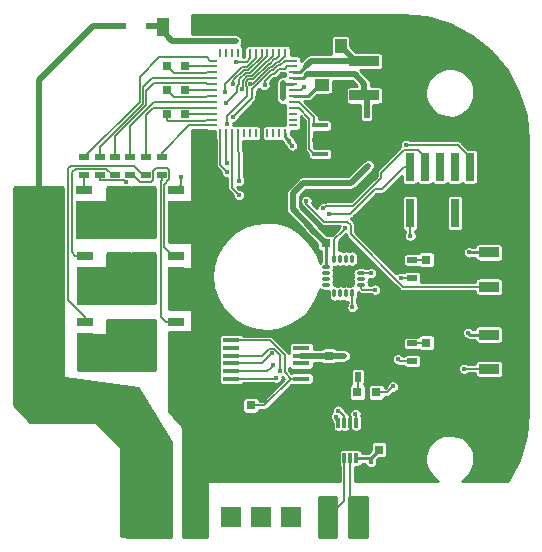
<source format=gbr>
G04 #@! TF.FileFunction,Copper,L1,Top,Signal*
%FSLAX46Y46*%
G04 Gerber Fmt 4.6, Leading zero omitted, Abs format (unit mm)*
G04 Created by KiCad (PCBNEW 4.0.6) date 04/28/18 22:43:32*
%MOMM*%
%LPD*%
G01*
G04 APERTURE LIST*
%ADD10C,0.100000*%
%ADD11R,1.000000X1.250000*%
%ADD12R,1.250000X1.000000*%
%ADD13R,0.800000X0.750000*%
%ADD14R,0.750000X0.800000*%
%ADD15R,1.700000X0.900000*%
%ADD16R,0.500000X0.500000*%
%ADD17R,0.800000X0.800000*%
%ADD18R,1.700000X1.700000*%
%ADD19O,1.700000X1.700000*%
%ADD20R,2.500000X0.900000*%
%ADD21R,1.400000X0.700000*%
%ADD22R,4.300000X4.410000*%
%ADD23R,0.900000X0.500000*%
%ADD24R,0.500000X0.900000*%
%ADD25R,0.700000X0.250000*%
%ADD26R,0.250000X0.700000*%
%ADD27R,1.000000X1.000000*%
%ADD28R,0.304800X0.889000*%
%ADD29R,2.000000X0.600000*%
%ADD30O,0.300000X0.750000*%
%ADD31O,0.750000X0.300000*%
%ADD32R,0.900000X0.900000*%
%ADD33R,1.400000X0.400000*%
%ADD34R,1.000000X1.600000*%
%ADD35R,1.450000X0.450000*%
%ADD36R,2.150000X2.200000*%
%ADD37R,0.740000X2.400000*%
%ADD38C,0.400000*%
%ADD39C,0.130000*%
%ADD40C,0.250000*%
%ADD41C,0.500000*%
%ADD42C,0.254000*%
G04 APERTURE END LIST*
D10*
D11*
X71750000Y-46050000D03*
X69750000Y-46050000D03*
D12*
X70150000Y-51300000D03*
X70150000Y-49300000D03*
D13*
X58550000Y-51800000D03*
X57050000Y-51800000D03*
X58550000Y-49750000D03*
X57050000Y-49750000D03*
X58550000Y-47750000D03*
X57050000Y-47750000D03*
D14*
X75000000Y-80200000D03*
X75000000Y-78700000D03*
D13*
X70500000Y-62700000D03*
X72000000Y-62700000D03*
D15*
X84300000Y-66400000D03*
X84300000Y-63500000D03*
D16*
X73950000Y-51900000D03*
X73950000Y-54100000D03*
D17*
X74750000Y-75350000D03*
X73150000Y-75350000D03*
X79000000Y-71150000D03*
X79000000Y-72750000D03*
D16*
X55500000Y-44350000D03*
X53300000Y-44350000D03*
D17*
X79000000Y-64100000D03*
X79000000Y-65700000D03*
D15*
X84300000Y-73350000D03*
X84300000Y-70450000D03*
D18*
X73200000Y-85900000D03*
D19*
X70660000Y-85900000D03*
D18*
X56600000Y-85900000D03*
X59200000Y-85900000D03*
X62500000Y-85900000D03*
X65040000Y-85900000D03*
X67580000Y-85900000D03*
D20*
X73750000Y-50200000D03*
X73750000Y-47300000D03*
D21*
X50100000Y-73240000D03*
X50100000Y-71970000D03*
X50100000Y-70700000D03*
X50100000Y-69430000D03*
D22*
X46290000Y-71335000D03*
D21*
X50100000Y-67570000D03*
X50100000Y-66300000D03*
X50100000Y-65030000D03*
X50100000Y-63760000D03*
D22*
X46290000Y-65665000D03*
D21*
X50000000Y-62000000D03*
X50000000Y-60730000D03*
X50000000Y-59460000D03*
X50000000Y-58190000D03*
D22*
X46190000Y-60095000D03*
D23*
X77800000Y-72700000D03*
X77800000Y-71200000D03*
X77800000Y-65650000D03*
X77800000Y-64150000D03*
X55250000Y-56950000D03*
X55250000Y-55450000D03*
X56600000Y-56950000D03*
X56600000Y-55450000D03*
X52650000Y-56950000D03*
X52650000Y-55450000D03*
X53950000Y-56950000D03*
X53950000Y-55450000D03*
X50000000Y-56950000D03*
X50000000Y-55450000D03*
X51350000Y-56950000D03*
X51350000Y-55450000D03*
D24*
X73200000Y-74050000D03*
X74700000Y-74050000D03*
D25*
X67700000Y-52750000D03*
X67700000Y-52250000D03*
X67700000Y-51750000D03*
X67700000Y-51250000D03*
X67700000Y-50750000D03*
X67700000Y-50250000D03*
X67700000Y-49750000D03*
X67700000Y-49250000D03*
X67700000Y-48750000D03*
X67700000Y-48250000D03*
X67700000Y-47750000D03*
X67700000Y-47250000D03*
D26*
X67050000Y-46600000D03*
X66550000Y-46600000D03*
X66050000Y-46600000D03*
X65550000Y-46600000D03*
X65050000Y-46600000D03*
X64550000Y-46600000D03*
X64050000Y-46600000D03*
X63550000Y-46600000D03*
X63050000Y-46600000D03*
X62550000Y-46600000D03*
X62050000Y-46600000D03*
X61550000Y-46600000D03*
D25*
X60900000Y-47250000D03*
X60900000Y-47750000D03*
X60900000Y-48250000D03*
X60900000Y-48750000D03*
X60900000Y-49250000D03*
X60900000Y-49750000D03*
X60900000Y-50250000D03*
X60900000Y-50750000D03*
X60900000Y-51250000D03*
X60900000Y-51750000D03*
X60900000Y-52250000D03*
X60900000Y-52750000D03*
D26*
X61550000Y-53400000D03*
X62050000Y-53400000D03*
X62550000Y-53400000D03*
X63050000Y-53400000D03*
X63550000Y-53400000D03*
X64050000Y-53400000D03*
X64550000Y-53400000D03*
X65050000Y-53400000D03*
X65550000Y-53400000D03*
X66050000Y-53400000D03*
X66550000Y-53400000D03*
X67050000Y-53400000D03*
D27*
X65000000Y-50800000D03*
D28*
X73050000Y-77900000D03*
X72550000Y-77900000D03*
X72050000Y-77900000D03*
X71550000Y-77900000D03*
X71550000Y-80922600D03*
X72050000Y-80922600D03*
X72550000Y-80922600D03*
X73050000Y-80922600D03*
D29*
X72200000Y-79411300D03*
D30*
X71225000Y-66975000D03*
X71725000Y-66975000D03*
X72225000Y-66975000D03*
X72725000Y-66975000D03*
D31*
X73450000Y-66250000D03*
X73450000Y-65750000D03*
X73450000Y-65250000D03*
X73450000Y-64750000D03*
D30*
X72725000Y-64025000D03*
X72225000Y-64025000D03*
X71725000Y-64025000D03*
X71225000Y-64025000D03*
D31*
X70500000Y-64750000D03*
X70500000Y-65250000D03*
X70500000Y-65750000D03*
X70500000Y-66250000D03*
D32*
X72425000Y-65050000D03*
X71525000Y-65050000D03*
X72425000Y-65950000D03*
X71525000Y-65950000D03*
D33*
X70000000Y-55150000D03*
X70000000Y-53950000D03*
X70000000Y-52750000D03*
D34*
X56700000Y-44400000D03*
X59700000Y-44400000D03*
D13*
X62650000Y-76450000D03*
X64150000Y-76450000D03*
D14*
X70750000Y-70750000D03*
X70750000Y-72250000D03*
D35*
X68400000Y-74850000D03*
X68400000Y-74200000D03*
X68400000Y-73550000D03*
X68400000Y-72900000D03*
X68400000Y-72250000D03*
X68400000Y-71600000D03*
X68400000Y-70950000D03*
X62500000Y-70950000D03*
X62500000Y-71600000D03*
X62500000Y-72250000D03*
X62500000Y-72900000D03*
X62500000Y-73550000D03*
X62500000Y-74200000D03*
X62500000Y-74850000D03*
D21*
X57823935Y-73205000D03*
X57823935Y-71935000D03*
X57823935Y-70665000D03*
X57823935Y-69395000D03*
D36*
X52958935Y-72400000D03*
X52958935Y-70200000D03*
X55108935Y-72400000D03*
X55108935Y-70200000D03*
D21*
X57810000Y-67605000D03*
X57810000Y-66335000D03*
X57810000Y-65065000D03*
X57810000Y-63795000D03*
D36*
X52945000Y-66800000D03*
X52945000Y-64600000D03*
X55095000Y-66800000D03*
X55095000Y-64600000D03*
D21*
X57823935Y-62000000D03*
X57823935Y-60730000D03*
X57823935Y-59460000D03*
X57823935Y-58190000D03*
D36*
X52958935Y-61195000D03*
X52958935Y-58995000D03*
X55108935Y-61195000D03*
X55108935Y-58995000D03*
D37*
X77610000Y-60150000D03*
X77610000Y-56250000D03*
X78880000Y-60150000D03*
X78880000Y-56250000D03*
X80150000Y-60150000D03*
X80150000Y-56250000D03*
X81420000Y-60150000D03*
X81420000Y-56250000D03*
X82690000Y-60150000D03*
X82690000Y-56250000D03*
D38*
X77650000Y-62100000D03*
X74300000Y-81250000D03*
X76200000Y-74850000D03*
X72050000Y-72250000D03*
X82600000Y-63500000D03*
X82550000Y-70300000D03*
X67650000Y-54450000D03*
X67350000Y-54050000D03*
X72200000Y-47300000D03*
X71550000Y-47300000D03*
X70900000Y-47300000D03*
X70250000Y-47300000D03*
X73750000Y-47300000D03*
X73650000Y-56600000D03*
X74100000Y-56150000D03*
X62850004Y-45600000D03*
X62250000Y-45600000D03*
X61550000Y-45600004D03*
X66850000Y-49150000D03*
X66850000Y-49750000D03*
X66850000Y-50450000D03*
X58550000Y-51800000D03*
X58550000Y-49750000D03*
X58550000Y-47750000D03*
X77300000Y-54400000D03*
X68650000Y-49500000D03*
X62154990Y-55900000D03*
X70270685Y-59779315D03*
X70718687Y-60227316D03*
X62154990Y-56704315D03*
X66050000Y-73050000D03*
X61950000Y-49900000D03*
X72750000Y-68150000D03*
X66600000Y-73550000D03*
X62665825Y-49217677D03*
X74308093Y-65258636D03*
X65900000Y-72050000D03*
X62050000Y-50850000D03*
X72150000Y-61450000D03*
X66300000Y-74104990D03*
X63371481Y-49651262D03*
X74650000Y-66650000D03*
X58200000Y-57100000D03*
X53600000Y-57530002D03*
X71536701Y-76895010D03*
X62600000Y-52050000D03*
X71366430Y-77396927D03*
X63143602Y-58652231D03*
X63150000Y-57450000D03*
X73000000Y-77150000D03*
X62150000Y-52650000D03*
X68840858Y-59115087D03*
X64099999Y-49250000D03*
X82200000Y-73350000D03*
X62900000Y-47350000D03*
X76600000Y-72550000D03*
X65300000Y-49350000D03*
X76850000Y-65650000D03*
D39*
X77610000Y-60150000D02*
X77610000Y-62060000D01*
X77610000Y-62060000D02*
X77650000Y-62100000D01*
D40*
X74277400Y-80922600D02*
X74277400Y-81227400D01*
X74277400Y-81227400D02*
X74300000Y-81250000D01*
X73050000Y-80922600D02*
X74277400Y-80922600D01*
X74277400Y-80922600D02*
X75000000Y-80200000D01*
D39*
X76150000Y-74850000D02*
X76200000Y-74850000D01*
X75650000Y-75350000D02*
X76150000Y-74850000D01*
X74750000Y-75350000D02*
X75650000Y-75350000D01*
D41*
X70750000Y-72250000D02*
X72050000Y-72250000D01*
X70475000Y-62700000D02*
X69275000Y-61500000D01*
D40*
X84300000Y-63500000D02*
X82600000Y-63500000D01*
X84300000Y-70450000D02*
X82700000Y-70450000D01*
X82700000Y-70450000D02*
X82550000Y-70300000D01*
X67350000Y-54050000D02*
X67350000Y-54150000D01*
X67350000Y-54150000D02*
X67650000Y-54450000D01*
X67050000Y-53400000D02*
X67050000Y-53750000D01*
X67050000Y-53750000D02*
X67350000Y-54050000D01*
D41*
X73750000Y-47300000D02*
X72200000Y-47300000D01*
X72200000Y-47300000D02*
X71550000Y-47300000D01*
X71550000Y-47300000D02*
X70900000Y-47300000D01*
X70900000Y-47300000D02*
X70250000Y-47300000D01*
X69900000Y-47300000D02*
X69200000Y-47300000D01*
X70250000Y-47300000D02*
X69900000Y-47300000D01*
X68400000Y-72250000D02*
X70750000Y-72250000D01*
X70475000Y-62700000D02*
X70500000Y-62700000D01*
D40*
X70500000Y-62700000D02*
X70500000Y-64750000D01*
D41*
X73750000Y-47300000D02*
X73000000Y-47300000D01*
X73000000Y-47300000D02*
X71750000Y-46050000D01*
X73550000Y-47100000D02*
X73750000Y-47300000D01*
D40*
X67700000Y-48250000D02*
X68300000Y-48250000D01*
X68300000Y-48250000D02*
X68800000Y-47750000D01*
X68800000Y-47750000D02*
X68800000Y-47700000D01*
D41*
X69200000Y-47300000D02*
X68800000Y-47700000D01*
X72650000Y-57600000D02*
X73650000Y-56600000D01*
X73650000Y-56600000D02*
X74100000Y-56150000D01*
X68600000Y-57600000D02*
X72650000Y-57600000D01*
X67700000Y-58500000D02*
X68600000Y-57600000D01*
X67700000Y-59850000D02*
X67700000Y-58500000D01*
X69275000Y-61425000D02*
X67700000Y-59850000D01*
X69275000Y-61500000D02*
X69275000Y-61425000D01*
D40*
X65050000Y-53400000D02*
X65050000Y-52700000D01*
X65050000Y-52700000D02*
X65000000Y-52650000D01*
D41*
X65000000Y-51800000D02*
X65000000Y-52650000D01*
X65000000Y-50800000D02*
X65000000Y-51800000D01*
X59700000Y-44400000D02*
X61650000Y-44400000D01*
D40*
X70150000Y-49300000D02*
X69950000Y-49300000D01*
X69950000Y-49300000D02*
X69000000Y-50250000D01*
X69000000Y-50250000D02*
X68300000Y-50250000D01*
X68300000Y-50250000D02*
X67700000Y-50250000D01*
D41*
X62250000Y-45600000D02*
X62850004Y-45600000D01*
X62249996Y-45600004D02*
X62250000Y-45600000D01*
X61550000Y-45600004D02*
X62249996Y-45600004D01*
X61267158Y-45600004D02*
X61550000Y-45600004D01*
X57500004Y-45600004D02*
X61267158Y-45600004D01*
X56250000Y-44350000D02*
X57500004Y-45600004D01*
X55500000Y-44350000D02*
X56250000Y-44350000D01*
D40*
X67700000Y-49250000D02*
X66950000Y-49250000D01*
X66950000Y-49250000D02*
X66850000Y-49150000D01*
D41*
X66850000Y-49750000D02*
X66850000Y-49150000D01*
X66850000Y-50450000D02*
X66850000Y-49750000D01*
X55500000Y-44350000D02*
X56650000Y-44350000D01*
X56650000Y-44350000D02*
X56700000Y-44400000D01*
D39*
X58550000Y-51800000D02*
X60850000Y-51800000D01*
X60850000Y-51800000D02*
X60900000Y-51750000D01*
X57050000Y-51800000D02*
X57050000Y-52305000D01*
X57050000Y-52305000D02*
X57115001Y-52370001D01*
X57115001Y-52370001D02*
X60299999Y-52370001D01*
X60299999Y-52370001D02*
X60420000Y-52250000D01*
X60420000Y-52250000D02*
X60900000Y-52250000D01*
X58550000Y-49750000D02*
X59080000Y-49750000D01*
X59080000Y-49750000D02*
X60900000Y-49750000D01*
X57050000Y-49750000D02*
X57075000Y-49750000D01*
X57075000Y-49750000D02*
X57645001Y-50320001D01*
X57645001Y-50320001D02*
X60349999Y-50320001D01*
X60349999Y-50320001D02*
X60420000Y-50250000D01*
X60420000Y-50250000D02*
X60900000Y-50250000D01*
X60900000Y-47750000D02*
X58550000Y-47750000D01*
X57050000Y-47750000D02*
X57075000Y-47750000D01*
X57075000Y-47750000D02*
X57645001Y-48320001D01*
X57645001Y-48320001D02*
X60349999Y-48320001D01*
X60349999Y-48320001D02*
X60420000Y-48250000D01*
X60420000Y-48250000D02*
X60900000Y-48250000D01*
D40*
X68930001Y-48419999D02*
X68600000Y-48750000D01*
X68600000Y-48750000D02*
X67700000Y-48750000D01*
D41*
X73750000Y-50200000D02*
X73750000Y-49250000D01*
X73750000Y-49250000D02*
X72919999Y-48419999D01*
X72919999Y-48419999D02*
X68930001Y-48419999D01*
X73950000Y-51900000D02*
X73950000Y-50400000D01*
X73950000Y-50400000D02*
X73750000Y-50200000D01*
D39*
X73200000Y-74050000D02*
X73200000Y-75300000D01*
X73200000Y-75300000D02*
X73150000Y-75350000D01*
X79000000Y-71150000D02*
X77850000Y-71150000D01*
X77850000Y-71150000D02*
X77800000Y-71200000D01*
D41*
X46200000Y-48900000D02*
X50750000Y-44350000D01*
X50750000Y-44350000D02*
X53300000Y-44350000D01*
X46200000Y-57380000D02*
X46200000Y-48900000D01*
X46190000Y-60095000D02*
X46190000Y-57390000D01*
X46190000Y-57390000D02*
X46200000Y-57380000D01*
D39*
X77800000Y-64150000D02*
X78950000Y-64150000D01*
X78950000Y-64150000D02*
X79000000Y-64100000D01*
X77300000Y-54400000D02*
X81670000Y-54400000D01*
X81670000Y-54400000D02*
X82690000Y-55420000D01*
X82690000Y-55420000D02*
X82690000Y-56250000D01*
X67700000Y-49750000D02*
X68400000Y-49750000D01*
X68400000Y-49750000D02*
X68650000Y-49500000D01*
X75200000Y-57200000D02*
X75200000Y-56738998D01*
X75200000Y-56738998D02*
X77083999Y-54854999D01*
X77083999Y-54854999D02*
X78314999Y-54854999D01*
X78314999Y-54854999D02*
X78880000Y-55420000D01*
X78880000Y-55420000D02*
X78880000Y-56250000D01*
X62050000Y-55795010D02*
X62154990Y-55900000D01*
X62050000Y-53400000D02*
X62050000Y-55795010D01*
X72820684Y-59579316D02*
X70470684Y-59579316D01*
X70470684Y-59579316D02*
X70270685Y-59779315D01*
X75200000Y-57200000D02*
X72820684Y-59579316D01*
X77610000Y-56250000D02*
X77110000Y-56250000D01*
X77110000Y-56250000D02*
X75210000Y-58150000D01*
X75210000Y-58150000D02*
X74617710Y-58150000D01*
X74617710Y-58150000D02*
X72540394Y-60227316D01*
X72540394Y-60227316D02*
X71001529Y-60227316D01*
X71001529Y-60227316D02*
X70718687Y-60227316D01*
X61954991Y-56504316D02*
X62154990Y-56704315D01*
X61550000Y-53400000D02*
X61550000Y-56099325D01*
X61550000Y-56099325D02*
X61954991Y-56504316D01*
X65850001Y-73249999D02*
X66050000Y-73050000D01*
X65550000Y-73550000D02*
X65850001Y-73249999D01*
X62500000Y-73550000D02*
X65550000Y-73550000D01*
X61950000Y-49617158D02*
X61950000Y-49900000D01*
X63415396Y-47800000D02*
X61950000Y-49265396D01*
X64550000Y-47079974D02*
X63829974Y-47800000D01*
X64550000Y-46600000D02*
X64550000Y-47079974D01*
X63829974Y-47800000D02*
X63415396Y-47800000D01*
X61950000Y-49265396D02*
X61950000Y-49617158D01*
X72750000Y-68150000D02*
X72750000Y-67000000D01*
X72750000Y-67000000D02*
X72725000Y-66975000D01*
X65065396Y-72250000D02*
X65660398Y-71654998D01*
X62500000Y-72250000D02*
X65065396Y-72250000D01*
X65660398Y-71654998D02*
X66089602Y-71654998D01*
X66089602Y-71654998D02*
X66645002Y-72210398D01*
X66645002Y-72210398D02*
X66645002Y-73222156D01*
X66600000Y-73267158D02*
X66600000Y-73550000D01*
X66645002Y-73222156D02*
X66600000Y-73267158D01*
X65050000Y-46950000D02*
X63929634Y-48070366D01*
X63530294Y-48070366D02*
X62665825Y-48934835D01*
X62665825Y-48934835D02*
X62665825Y-49217677D01*
X63929634Y-48070366D02*
X63530294Y-48070366D01*
X65050000Y-46600000D02*
X65050000Y-46950000D01*
X74299457Y-65250000D02*
X74308093Y-65258636D01*
X73450000Y-65250000D02*
X74299457Y-65250000D01*
X62500000Y-72900000D02*
X65050000Y-72900000D01*
X65700001Y-72249999D02*
X65900000Y-72050000D01*
X65050000Y-72900000D02*
X65700001Y-72249999D01*
X62976479Y-49461660D02*
X62976479Y-49923521D01*
X62976479Y-49923521D02*
X62249999Y-50650001D01*
X63171960Y-48858016D02*
X63171960Y-49266179D01*
X63694999Y-48334977D02*
X63171960Y-48858016D01*
X62249999Y-50650001D02*
X62050000Y-50850000D01*
X63171960Y-49266179D02*
X62976479Y-49461660D01*
X65550000Y-46879976D02*
X64094999Y-48334977D01*
X65550000Y-46600000D02*
X65550000Y-46879976D01*
X64094999Y-48334977D02*
X63694999Y-48334977D01*
X71950001Y-61649999D02*
X72150000Y-61450000D01*
X71225000Y-62375000D02*
X71950001Y-61649999D01*
X71225000Y-64025000D02*
X71225000Y-62375000D01*
X62500000Y-74200000D02*
X66204990Y-74200000D01*
X66204990Y-74200000D02*
X66300000Y-74104990D01*
X66050000Y-46862265D02*
X65637299Y-47274966D01*
X64217277Y-48594988D02*
X63802698Y-48594988D01*
X65637299Y-47274966D02*
X65537299Y-47274966D01*
X65537299Y-47274966D02*
X64217277Y-48594988D01*
X63444987Y-48952699D02*
X63444988Y-49577755D01*
X63802698Y-48594988D02*
X63444987Y-48952699D01*
X63444988Y-49577755D02*
X63371481Y-49651262D01*
X66050000Y-46600000D02*
X66050000Y-46862265D01*
X74650000Y-66650000D02*
X73570000Y-66650000D01*
X73570000Y-66650000D02*
X73450000Y-66530000D01*
X73450000Y-66530000D02*
X73450000Y-66250000D01*
X72550000Y-80922600D02*
X72550000Y-85250000D01*
X72550000Y-85250000D02*
X73200000Y-85900000D01*
X70660000Y-85900000D02*
X72050000Y-84510000D01*
X72050000Y-84510000D02*
X72050000Y-80922600D01*
X50100000Y-68950000D02*
X50100000Y-69430000D01*
X55050000Y-56950000D02*
X54250000Y-56150000D01*
X48910011Y-56139989D02*
X48700000Y-56350000D01*
X52007700Y-56139989D02*
X48910011Y-56139989D01*
X54250000Y-56150000D02*
X52017711Y-56150000D01*
X52017711Y-56150000D02*
X52007700Y-56139989D01*
X48700000Y-56350000D02*
X48700000Y-67550000D01*
X55250000Y-56950000D02*
X55050000Y-56950000D01*
X48700000Y-67550000D02*
X50100000Y-68950000D01*
X50100000Y-69430000D02*
X49750000Y-69430000D01*
X56600000Y-56950000D02*
X56600000Y-57330000D01*
X56600000Y-57330000D02*
X56525000Y-57405000D01*
X56525000Y-57405000D02*
X56525000Y-68950000D01*
X56525000Y-68950000D02*
X56970000Y-69395000D01*
X56970000Y-69395000D02*
X57823935Y-69395000D01*
X50100000Y-63760000D02*
X49270000Y-63760000D01*
X49270000Y-63760000D02*
X49000000Y-63490000D01*
X49000000Y-63490000D02*
X49000000Y-56700000D01*
X49000000Y-56700000D02*
X49300000Y-56400000D01*
X49300000Y-56400000D02*
X51900000Y-56400000D01*
X51900000Y-56400000D02*
X52450000Y-56950000D01*
X52450000Y-56950000D02*
X52650000Y-56950000D01*
X53950000Y-56950000D02*
X54150000Y-56950000D01*
X54150000Y-56950000D02*
X54750000Y-57550000D01*
X55895001Y-57356001D02*
X55895001Y-56603997D01*
X54750000Y-57550000D02*
X55701002Y-57550000D01*
X55701002Y-57550000D02*
X55895001Y-57356001D01*
X55895001Y-56603997D02*
X56148998Y-56350000D01*
X56148998Y-56350000D02*
X57051002Y-56350000D01*
X57051002Y-56350000D02*
X57245001Y-56543999D01*
X57245001Y-56543999D02*
X57245001Y-57304999D01*
X57245001Y-57304999D02*
X56800000Y-57750000D01*
X56800000Y-57750000D02*
X56800000Y-63000000D01*
X56800000Y-63000000D02*
X57595000Y-63795000D01*
X57595000Y-63795000D02*
X57810000Y-63795000D01*
X50000000Y-56950000D02*
X50000000Y-58190000D01*
X58200000Y-57100000D02*
X58200000Y-57813935D01*
X58200000Y-57813935D02*
X57823935Y-58190000D01*
X51420000Y-57400000D02*
X53469998Y-57400000D01*
X53469998Y-57400000D02*
X53600000Y-57530002D01*
X51350000Y-56950000D02*
X51350000Y-57330000D01*
X51350000Y-57330000D02*
X51420000Y-57400000D01*
X55250000Y-55450000D02*
X55250000Y-51850000D01*
X55250000Y-51850000D02*
X55870001Y-51229999D01*
X55870001Y-51229999D02*
X60399999Y-51229999D01*
X60399999Y-51229999D02*
X60420000Y-51250000D01*
X60420000Y-51250000D02*
X60900000Y-51250000D01*
X56600000Y-55450000D02*
X56600000Y-55070000D01*
X56600000Y-55070000D02*
X58920000Y-52750000D01*
X58920000Y-52750000D02*
X60420000Y-52750000D01*
X60420000Y-52750000D02*
X60900000Y-52750000D01*
X60900000Y-49250000D02*
X60420000Y-49250000D01*
X60420000Y-49250000D02*
X60349999Y-49179999D01*
X55970001Y-49179999D02*
X55300000Y-49850000D01*
X55300000Y-51000000D02*
X52650000Y-53650000D01*
X60349999Y-49179999D02*
X55970001Y-49179999D01*
X55300000Y-49850000D02*
X55300000Y-51000000D01*
X52650000Y-53650000D02*
X52650000Y-55450000D01*
X53950000Y-55070000D02*
X53950000Y-55450000D01*
X53950000Y-52782289D02*
X53950000Y-55070000D01*
X55982289Y-50750000D02*
X53950000Y-52782289D01*
X60900000Y-50750000D02*
X55982289Y-50750000D01*
X50000000Y-55450000D02*
X50050000Y-55450000D01*
X50050000Y-55450000D02*
X54750000Y-50750000D01*
X54750000Y-50750000D02*
X54750000Y-48650000D01*
X54750000Y-48650000D02*
X56405000Y-46995000D01*
X60675000Y-47250000D02*
X60900000Y-47250000D01*
X56405000Y-46995000D02*
X60420000Y-46995000D01*
X60420000Y-46995000D02*
X60675000Y-47250000D01*
X51350000Y-54582290D02*
X51350000Y-55070000D01*
X55039990Y-50892300D02*
X51350000Y-54582290D01*
X55039990Y-49460010D02*
X55039990Y-50892300D01*
X51350000Y-55070000D02*
X51350000Y-55450000D01*
X55750000Y-48750000D02*
X55039990Y-49460010D01*
X60900000Y-48750000D02*
X55750000Y-48750000D01*
X67700000Y-51250000D02*
X68180000Y-51250000D01*
X68180000Y-51250000D02*
X69104999Y-52174999D01*
X69104999Y-52174999D02*
X69104999Y-54754999D01*
X69104999Y-54754999D02*
X69500000Y-55150000D01*
X69500000Y-55150000D02*
X70000000Y-55150000D01*
X68180000Y-50750000D02*
X67700000Y-50750000D01*
X69500000Y-52070000D02*
X68180000Y-50750000D01*
X69500000Y-52750000D02*
X69500000Y-52070000D01*
D40*
X70000000Y-52750000D02*
X69500000Y-52750000D01*
D39*
X72050000Y-77900000D02*
X72050000Y-77325500D01*
X71619510Y-76895010D02*
X71536701Y-76895010D01*
X72050000Y-77325500D02*
X71619510Y-76895010D01*
X62799999Y-51850001D02*
X62600000Y-52050000D01*
X64249999Y-50400001D02*
X62799999Y-51850001D01*
X64249999Y-49702950D02*
X64249999Y-50400001D01*
X66459748Y-47669978D02*
X66034748Y-48094978D01*
X66609749Y-47669978D02*
X66459748Y-47669978D01*
X67029727Y-47250000D02*
X66609749Y-47669978D01*
X65857971Y-48094978D02*
X64249999Y-49702950D01*
X67700000Y-47250000D02*
X67029727Y-47250000D01*
X66034748Y-48094978D02*
X65857971Y-48094978D01*
X71366430Y-77716430D02*
X71366430Y-77679769D01*
X71550000Y-77900000D02*
X71366430Y-77716430D01*
X71366430Y-77679769D02*
X71366430Y-77396927D01*
X62943603Y-58452232D02*
X63143602Y-58652231D01*
X62550000Y-53400000D02*
X62550000Y-58058629D01*
X62550000Y-58058629D02*
X62943603Y-58452232D01*
X63150000Y-57450000D02*
X63150000Y-55050000D01*
X63150000Y-55050000D02*
X63050000Y-54950000D01*
X73050000Y-77900000D02*
X73050000Y-77200000D01*
X73050000Y-77200000D02*
X73000000Y-77150000D01*
X63050000Y-53880000D02*
X63050000Y-53400000D01*
X63050000Y-54950000D02*
X63050000Y-53880000D01*
X63794477Y-50272681D02*
X62150000Y-51917158D01*
X62150000Y-52367158D02*
X62150000Y-52650000D01*
X62150000Y-51917158D02*
X62150000Y-52367158D01*
X63794477Y-49529080D02*
X63794477Y-50272681D01*
X63910398Y-48854999D02*
X63704998Y-49060399D01*
X64324977Y-48854999D02*
X63910398Y-48854999D01*
X65744999Y-47534977D02*
X65644999Y-47534977D01*
X65644999Y-47534977D02*
X64324977Y-48854999D01*
X66130020Y-47149956D02*
X65744999Y-47534977D01*
X66550000Y-46864579D02*
X66264623Y-47149956D01*
X63704998Y-49439601D02*
X63794477Y-49529080D01*
X66264623Y-47149956D02*
X66130020Y-47149956D01*
X66550000Y-46600000D02*
X66550000Y-46864579D01*
X63704998Y-49060399D02*
X63704998Y-49439601D01*
X68840858Y-59397929D02*
X68840858Y-59115087D01*
X72595002Y-61160398D02*
X72316933Y-60882329D01*
X70325258Y-60882329D02*
X68840858Y-59397929D01*
X77034604Y-66400000D02*
X72595002Y-61960398D01*
X72316933Y-60882329D02*
X70325258Y-60882329D01*
X72595002Y-61960398D02*
X72595002Y-61160398D01*
X84300000Y-66400000D02*
X77034604Y-66400000D01*
X64297687Y-49250000D02*
X64099999Y-49250000D01*
X65752699Y-47794988D02*
X64297687Y-49250000D01*
X65967028Y-47794988D02*
X65752699Y-47794988D01*
X66352048Y-47409967D02*
X65967028Y-47794988D01*
X67050000Y-46600000D02*
X67050000Y-46862016D01*
X67050000Y-46862016D02*
X66502049Y-47409967D01*
X66502049Y-47409967D02*
X66352048Y-47409967D01*
X82200000Y-73350000D02*
X84300000Y-73350000D01*
X62900000Y-47350000D02*
X63780000Y-47350000D01*
X63780000Y-47350000D02*
X64050000Y-47080000D01*
X77800000Y-72700000D02*
X76750000Y-72700000D01*
X76750000Y-72700000D02*
X76600000Y-72550000D01*
X64050000Y-46600000D02*
X64050000Y-47080000D01*
X65300000Y-49020660D02*
X65300000Y-49067158D01*
X65300000Y-49067158D02*
X65300000Y-49350000D01*
X67220000Y-47750000D02*
X67040011Y-47929989D01*
X66142448Y-48354989D02*
X65965671Y-48354989D01*
X65965671Y-48354989D02*
X65300000Y-49020660D01*
X67700000Y-47750000D02*
X67220000Y-47750000D01*
X66567448Y-47929989D02*
X66142448Y-48354989D01*
X67040011Y-47929989D02*
X66567448Y-47929989D01*
X76850000Y-65650000D02*
X77800000Y-65650000D01*
X65295000Y-76450000D02*
X67545000Y-74200000D01*
X64150000Y-76450000D02*
X65295000Y-76450000D01*
X63355000Y-70950000D02*
X62500000Y-70950000D01*
X66995001Y-72192686D02*
X65752315Y-70950000D01*
X66995001Y-73650001D02*
X66995001Y-72192686D01*
X67545000Y-74200000D02*
X66995001Y-73650001D01*
X65752315Y-70950000D02*
X63355000Y-70950000D01*
X67545000Y-74200000D02*
X68400000Y-74200000D01*
D42*
G36*
X48273000Y-74000000D02*
X48278028Y-74035381D01*
X48292714Y-74067961D01*
X48315895Y-74095160D01*
X48345736Y-74114823D01*
X48382886Y-74125842D01*
X54573198Y-74967724D01*
X57373000Y-79535822D01*
X57373000Y-87623000D01*
X54018441Y-87623000D01*
X53127000Y-87535594D01*
X53127000Y-80000000D01*
X53121972Y-79964619D01*
X53107286Y-79932039D01*
X53089803Y-79910197D01*
X51089803Y-77910197D01*
X51061229Y-77888734D01*
X51027807Y-77876082D01*
X51000000Y-77873000D01*
X45405915Y-77873000D01*
X44127000Y-76451284D01*
X44127000Y-58027000D01*
X48273000Y-58027000D01*
X48273000Y-74000000D01*
X48273000Y-74000000D01*
G37*
X48273000Y-74000000D02*
X48278028Y-74035381D01*
X48292714Y-74067961D01*
X48315895Y-74095160D01*
X48345736Y-74114823D01*
X48382886Y-74125842D01*
X54573198Y-74967724D01*
X57373000Y-79535822D01*
X57373000Y-87623000D01*
X54018441Y-87623000D01*
X53127000Y-87535594D01*
X53127000Y-80000000D01*
X53121972Y-79964619D01*
X53107286Y-79932039D01*
X53089803Y-79910197D01*
X51089803Y-77910197D01*
X51061229Y-77888734D01*
X51027807Y-77876082D01*
X51000000Y-77873000D01*
X45405915Y-77873000D01*
X44127000Y-76451284D01*
X44127000Y-58027000D01*
X48273000Y-58027000D01*
X48273000Y-74000000D01*
G36*
X79063004Y-43581087D02*
X81047420Y-44180218D01*
X82877679Y-45153384D01*
X84484056Y-46463514D01*
X85805368Y-48060706D01*
X86791286Y-49884122D01*
X87404257Y-51864311D01*
X87622801Y-53943620D01*
X87623000Y-54000742D01*
X87623000Y-76981559D01*
X87418913Y-79063004D01*
X86819782Y-81047420D01*
X85875690Y-82823000D01*
X82003831Y-82823000D01*
X82284916Y-82644618D01*
X82579887Y-82363721D01*
X82814679Y-82030881D01*
X82980352Y-81658775D01*
X83070593Y-81261577D01*
X83077089Y-80796340D01*
X82997974Y-80396776D01*
X82842756Y-80020189D01*
X82617348Y-79680923D01*
X82330336Y-79391900D01*
X81992652Y-79164129D01*
X81617157Y-79006286D01*
X81218156Y-78924383D01*
X80810845Y-78921539D01*
X80410739Y-78997864D01*
X80033078Y-79150449D01*
X79692247Y-79373483D01*
X79401227Y-79658470D01*
X79171104Y-79994556D01*
X79010643Y-80368939D01*
X78925957Y-80767359D01*
X78920270Y-81174640D01*
X78993799Y-81575269D01*
X79143744Y-81953986D01*
X79364393Y-82296366D01*
X79647341Y-82589369D01*
X79981812Y-82821832D01*
X79984485Y-82823000D01*
X72942000Y-82823000D01*
X72942000Y-81695682D01*
X73202400Y-81695682D01*
X73254474Y-81691529D01*
X73342796Y-81664178D01*
X73420001Y-81613303D01*
X73479977Y-81542933D01*
X73517973Y-81458641D01*
X73529916Y-81374600D01*
X73787043Y-81374600D01*
X73790964Y-81395964D01*
X73829010Y-81492056D01*
X73884995Y-81578929D01*
X73956788Y-81653273D01*
X74041654Y-81712256D01*
X74136360Y-81753632D01*
X74237299Y-81775825D01*
X74340627Y-81777989D01*
X74442406Y-81760043D01*
X74538762Y-81722669D01*
X74626024Y-81667291D01*
X74700867Y-81596019D01*
X74760441Y-81511567D01*
X74802477Y-81417152D01*
X74825374Y-81316370D01*
X74827023Y-81198325D01*
X74806949Y-81096943D01*
X74788074Y-81051150D01*
X74910642Y-80928582D01*
X75375000Y-80928582D01*
X75427074Y-80924429D01*
X75515396Y-80897078D01*
X75592601Y-80846203D01*
X75652577Y-80775833D01*
X75690573Y-80691541D01*
X75703582Y-80600000D01*
X75703582Y-79800000D01*
X75699429Y-79747926D01*
X75672078Y-79659604D01*
X75621203Y-79582399D01*
X75550833Y-79522423D01*
X75466541Y-79484427D01*
X75375000Y-79471418D01*
X74625000Y-79471418D01*
X74572926Y-79475571D01*
X74484604Y-79502922D01*
X74407399Y-79553797D01*
X74347423Y-79624167D01*
X74309427Y-79708459D01*
X74296418Y-79800000D01*
X74296418Y-80264358D01*
X74090176Y-80470600D01*
X73530384Y-80470600D01*
X73526829Y-80426026D01*
X73499478Y-80337704D01*
X73448603Y-80260499D01*
X73378233Y-80200523D01*
X73293941Y-80162527D01*
X73202400Y-80149518D01*
X72897600Y-80149518D01*
X72845526Y-80153671D01*
X72803302Y-80166747D01*
X72793941Y-80162527D01*
X72702400Y-80149518D01*
X72397600Y-80149518D01*
X72345526Y-80153671D01*
X72303302Y-80166747D01*
X72293941Y-80162527D01*
X72202400Y-80149518D01*
X71897600Y-80149518D01*
X71845526Y-80153671D01*
X71757204Y-80181022D01*
X71679999Y-80231897D01*
X71620023Y-80302267D01*
X71582027Y-80386559D01*
X71569018Y-80478100D01*
X71569018Y-81367100D01*
X71573171Y-81419174D01*
X71600522Y-81507496D01*
X71651397Y-81584701D01*
X71658000Y-81590329D01*
X71658000Y-82823000D01*
X60600000Y-82823000D01*
X60564619Y-82828028D01*
X60532039Y-82842714D01*
X60504840Y-82865895D01*
X60485177Y-82895736D01*
X60474605Y-82929873D01*
X60473000Y-82950000D01*
X60473000Y-87623000D01*
X58427000Y-87623000D01*
X58427000Y-78350000D01*
X58421972Y-78314619D01*
X58407286Y-78282039D01*
X58394921Y-78265626D01*
X57662133Y-77441239D01*
X70838737Y-77441239D01*
X70857394Y-77542891D01*
X70895440Y-77638983D01*
X70951425Y-77725856D01*
X70978048Y-77753425D01*
X70981120Y-77788539D01*
X70981695Y-77790517D01*
X70981896Y-77792570D01*
X70992372Y-77827269D01*
X71002464Y-77862006D01*
X71003411Y-77863834D01*
X71004008Y-77865810D01*
X71021006Y-77897778D01*
X71037671Y-77929929D01*
X71038959Y-77931543D01*
X71039925Y-77933359D01*
X71062792Y-77961397D01*
X71069018Y-77969196D01*
X71069018Y-78344500D01*
X71073171Y-78396574D01*
X71100522Y-78484896D01*
X71151397Y-78562101D01*
X71221767Y-78622077D01*
X71306059Y-78660073D01*
X71397600Y-78673082D01*
X71702400Y-78673082D01*
X71754474Y-78668929D01*
X71796698Y-78655853D01*
X71806059Y-78660073D01*
X71897600Y-78673082D01*
X72202400Y-78673082D01*
X72254474Y-78668929D01*
X72342796Y-78641578D01*
X72420001Y-78590703D01*
X72479977Y-78520333D01*
X72517973Y-78436041D01*
X72530982Y-78344500D01*
X72530982Y-77455500D01*
X72526829Y-77403426D01*
X72502838Y-77325953D01*
X72529010Y-77392056D01*
X72569177Y-77454383D01*
X72569018Y-77455500D01*
X72569018Y-78344500D01*
X72573171Y-78396574D01*
X72600522Y-78484896D01*
X72651397Y-78562101D01*
X72721767Y-78622077D01*
X72806059Y-78660073D01*
X72897600Y-78673082D01*
X73202400Y-78673082D01*
X73254474Y-78668929D01*
X73342796Y-78641578D01*
X73420001Y-78590703D01*
X73479977Y-78520333D01*
X73517973Y-78436041D01*
X73530982Y-78344500D01*
X73530982Y-77455500D01*
X73526829Y-77403426D01*
X73501082Y-77320285D01*
X73502477Y-77317152D01*
X73525374Y-77216370D01*
X73527023Y-77098325D01*
X73506949Y-76996943D01*
X73467565Y-76901391D01*
X73410372Y-76815309D01*
X73337548Y-76741975D01*
X73251867Y-76684182D01*
X73156592Y-76644132D01*
X73055353Y-76623351D01*
X72952006Y-76622629D01*
X72850486Y-76641995D01*
X72754662Y-76680711D01*
X72668182Y-76737302D01*
X72594341Y-76809612D01*
X72535952Y-76894887D01*
X72495238Y-76989880D01*
X72473750Y-77090972D01*
X72472307Y-77194312D01*
X72490964Y-77295964D01*
X72497133Y-77311546D01*
X72448603Y-77237899D01*
X72425000Y-77217783D01*
X72424054Y-77214648D01*
X72413966Y-77179924D01*
X72413019Y-77178096D01*
X72412422Y-77176120D01*
X72395424Y-77144152D01*
X72378759Y-77112001D01*
X72377471Y-77110387D01*
X72376505Y-77108571D01*
X72353638Y-77080533D01*
X72331029Y-77052211D01*
X72328202Y-77049344D01*
X72328152Y-77049283D01*
X72328095Y-77049236D01*
X72327186Y-77048314D01*
X72049285Y-76770413D01*
X72043650Y-76741953D01*
X72004266Y-76646401D01*
X71947073Y-76560319D01*
X71874249Y-76486985D01*
X71788568Y-76429192D01*
X71693293Y-76389142D01*
X71592054Y-76368361D01*
X71488707Y-76367639D01*
X71387187Y-76387005D01*
X71291363Y-76425721D01*
X71204883Y-76482312D01*
X71131042Y-76554622D01*
X71072653Y-76639897D01*
X71031939Y-76734890D01*
X71010451Y-76835982D01*
X71009008Y-76939322D01*
X71019895Y-76998641D01*
X70960771Y-77056539D01*
X70902382Y-77141814D01*
X70861668Y-77236807D01*
X70840180Y-77337899D01*
X70838737Y-77441239D01*
X57662133Y-77441239D01*
X57227000Y-76951715D01*
X57227000Y-70725000D01*
X61446418Y-70725000D01*
X61446418Y-71175000D01*
X61450571Y-71227074D01*
X61464528Y-71272143D01*
X61459427Y-71283459D01*
X61446418Y-71375000D01*
X61446418Y-71825000D01*
X61450571Y-71877074D01*
X61464528Y-71922143D01*
X61459427Y-71933459D01*
X61446418Y-72025000D01*
X61446418Y-72475000D01*
X61450571Y-72527074D01*
X61464528Y-72572143D01*
X61459427Y-72583459D01*
X61446418Y-72675000D01*
X61446418Y-73125000D01*
X61450571Y-73177074D01*
X61464528Y-73222143D01*
X61459427Y-73233459D01*
X61446418Y-73325000D01*
X61446418Y-73775000D01*
X61450571Y-73827074D01*
X61464528Y-73872143D01*
X61459427Y-73883459D01*
X61446418Y-73975000D01*
X61446418Y-74425000D01*
X61450571Y-74477074D01*
X61477922Y-74565396D01*
X61528797Y-74642601D01*
X61599167Y-74702577D01*
X61683459Y-74740573D01*
X61775000Y-74753582D01*
X63225000Y-74753582D01*
X63277074Y-74749429D01*
X63365396Y-74722078D01*
X63442601Y-74671203D01*
X63502577Y-74600833D01*
X63506559Y-74592000D01*
X66098314Y-74592000D01*
X66136360Y-74608622D01*
X66237299Y-74630815D01*
X66340627Y-74632979D01*
X66442406Y-74615033D01*
X66538762Y-74577659D01*
X66626024Y-74522281D01*
X66700867Y-74451009D01*
X66760441Y-74366557D01*
X66802477Y-74272142D01*
X66825374Y-74171360D01*
X66827023Y-74053315D01*
X66822846Y-74032218D01*
X66990628Y-74200000D01*
X65132628Y-76058000D01*
X64877226Y-76058000D01*
X64874429Y-76022926D01*
X64847078Y-75934604D01*
X64796203Y-75857399D01*
X64725833Y-75797423D01*
X64641541Y-75759427D01*
X64550000Y-75746418D01*
X63750000Y-75746418D01*
X63697926Y-75750571D01*
X63609604Y-75777922D01*
X63532399Y-75828797D01*
X63472423Y-75899167D01*
X63434427Y-75983459D01*
X63421418Y-76075000D01*
X63421418Y-76825000D01*
X63425571Y-76877074D01*
X63452922Y-76965396D01*
X63503797Y-77042601D01*
X63574167Y-77102577D01*
X63658459Y-77140573D01*
X63750000Y-77153582D01*
X64550000Y-77153582D01*
X64602074Y-77149429D01*
X64690396Y-77122078D01*
X64767601Y-77071203D01*
X64827577Y-77000833D01*
X64865573Y-76916541D01*
X64876166Y-76842000D01*
X65295000Y-76842000D01*
X65331074Y-76838463D01*
X65367109Y-76835310D01*
X65369087Y-76834735D01*
X65371140Y-76834534D01*
X65405839Y-76824058D01*
X65440576Y-76813966D01*
X65442404Y-76813019D01*
X65444380Y-76812422D01*
X65476348Y-76795424D01*
X65508499Y-76778759D01*
X65510113Y-76777471D01*
X65511929Y-76776505D01*
X65539967Y-76753638D01*
X65568289Y-76731029D01*
X65571156Y-76728202D01*
X65571217Y-76728152D01*
X65571264Y-76728095D01*
X65572186Y-76727186D01*
X67349372Y-74950000D01*
X72421418Y-74950000D01*
X72421418Y-75750000D01*
X72425571Y-75802074D01*
X72452922Y-75890396D01*
X72503797Y-75967601D01*
X72574167Y-76027577D01*
X72658459Y-76065573D01*
X72750000Y-76078582D01*
X73550000Y-76078582D01*
X73602074Y-76074429D01*
X73690396Y-76047078D01*
X73767601Y-75996203D01*
X73827577Y-75925833D01*
X73865573Y-75841541D01*
X73878582Y-75750000D01*
X73878582Y-74950000D01*
X74021418Y-74950000D01*
X74021418Y-75750000D01*
X74025571Y-75802074D01*
X74052922Y-75890396D01*
X74103797Y-75967601D01*
X74174167Y-76027577D01*
X74258459Y-76065573D01*
X74350000Y-76078582D01*
X75150000Y-76078582D01*
X75202074Y-76074429D01*
X75290396Y-76047078D01*
X75367601Y-75996203D01*
X75427577Y-75925833D01*
X75465573Y-75841541D01*
X75478582Y-75750000D01*
X75478582Y-75742000D01*
X75650000Y-75742000D01*
X75686074Y-75738463D01*
X75722109Y-75735310D01*
X75724087Y-75734735D01*
X75726140Y-75734534D01*
X75760839Y-75724058D01*
X75795576Y-75713966D01*
X75797404Y-75713019D01*
X75799380Y-75712422D01*
X75831348Y-75695424D01*
X75863499Y-75678759D01*
X75865113Y-75677471D01*
X75866929Y-75676505D01*
X75894967Y-75653638D01*
X75923289Y-75631029D01*
X75926156Y-75628202D01*
X75926217Y-75628152D01*
X75926264Y-75628095D01*
X75927186Y-75627186D01*
X76177701Y-75376671D01*
X76240627Y-75377989D01*
X76342406Y-75360043D01*
X76438762Y-75322669D01*
X76526024Y-75267291D01*
X76600867Y-75196019D01*
X76660441Y-75111567D01*
X76702477Y-75017152D01*
X76725374Y-74916370D01*
X76727023Y-74798325D01*
X76706949Y-74696943D01*
X76667565Y-74601391D01*
X76610372Y-74515309D01*
X76537548Y-74441975D01*
X76451867Y-74384182D01*
X76356592Y-74344132D01*
X76255353Y-74323351D01*
X76152006Y-74322629D01*
X76050486Y-74341995D01*
X75954662Y-74380711D01*
X75868182Y-74437302D01*
X75794341Y-74509612D01*
X75735952Y-74594887D01*
X75695238Y-74689880D01*
X75678904Y-74766724D01*
X75487628Y-74958000D01*
X75478582Y-74958000D01*
X75478582Y-74950000D01*
X75474429Y-74897926D01*
X75447078Y-74809604D01*
X75396203Y-74732399D01*
X75325833Y-74672423D01*
X75241541Y-74634427D01*
X75150000Y-74621418D01*
X74350000Y-74621418D01*
X74297926Y-74625571D01*
X74209604Y-74652922D01*
X74132399Y-74703797D01*
X74072423Y-74774167D01*
X74034427Y-74858459D01*
X74021418Y-74950000D01*
X73878582Y-74950000D01*
X73874429Y-74897926D01*
X73847078Y-74809604D01*
X73796203Y-74732399D01*
X73728203Y-74674443D01*
X73765573Y-74591541D01*
X73778582Y-74500000D01*
X73778582Y-73600000D01*
X73774429Y-73547926D01*
X73747078Y-73459604D01*
X73704054Y-73394312D01*
X81672307Y-73394312D01*
X81690964Y-73495964D01*
X81729010Y-73592056D01*
X81784995Y-73678929D01*
X81856788Y-73753273D01*
X81941654Y-73812256D01*
X82036360Y-73853632D01*
X82137299Y-73875825D01*
X82240627Y-73877989D01*
X82342406Y-73860043D01*
X82438762Y-73822669D01*
X82526024Y-73767291D01*
X82552582Y-73742000D01*
X83121418Y-73742000D01*
X83121418Y-73800000D01*
X83125571Y-73852074D01*
X83152922Y-73940396D01*
X83203797Y-74017601D01*
X83274167Y-74077577D01*
X83358459Y-74115573D01*
X83450000Y-74128582D01*
X85150000Y-74128582D01*
X85202074Y-74124429D01*
X85290396Y-74097078D01*
X85367601Y-74046203D01*
X85427577Y-73975833D01*
X85465573Y-73891541D01*
X85478582Y-73800000D01*
X85478582Y-72900000D01*
X85474429Y-72847926D01*
X85447078Y-72759604D01*
X85396203Y-72682399D01*
X85325833Y-72622423D01*
X85241541Y-72584427D01*
X85150000Y-72571418D01*
X83450000Y-72571418D01*
X83397926Y-72575571D01*
X83309604Y-72602922D01*
X83232399Y-72653797D01*
X83172423Y-72724167D01*
X83134427Y-72808459D01*
X83121418Y-72900000D01*
X83121418Y-72958000D01*
X82553462Y-72958000D01*
X82537548Y-72941975D01*
X82451867Y-72884182D01*
X82356592Y-72844132D01*
X82255353Y-72823351D01*
X82152006Y-72822629D01*
X82050486Y-72841995D01*
X81954662Y-72880711D01*
X81868182Y-72937302D01*
X81794341Y-73009612D01*
X81735952Y-73094887D01*
X81695238Y-73189880D01*
X81673750Y-73290972D01*
X81672307Y-73394312D01*
X73704054Y-73394312D01*
X73696203Y-73382399D01*
X73625833Y-73322423D01*
X73541541Y-73284427D01*
X73450000Y-73271418D01*
X72950000Y-73271418D01*
X72897926Y-73275571D01*
X72809604Y-73302922D01*
X72732399Y-73353797D01*
X72672423Y-73424167D01*
X72634427Y-73508459D01*
X72621418Y-73600000D01*
X72621418Y-74500000D01*
X72625571Y-74552074D01*
X72652671Y-74639585D01*
X72609604Y-74652922D01*
X72532399Y-74703797D01*
X72472423Y-74774167D01*
X72434427Y-74858459D01*
X72421418Y-74950000D01*
X67349372Y-74950000D01*
X67566461Y-74732911D01*
X67583459Y-74740573D01*
X67675000Y-74753582D01*
X69125000Y-74753582D01*
X69177074Y-74749429D01*
X69265396Y-74722078D01*
X69342601Y-74671203D01*
X69402577Y-74600833D01*
X69440573Y-74516541D01*
X69453582Y-74425000D01*
X69453582Y-73975000D01*
X69449429Y-73922926D01*
X69422078Y-73834604D01*
X69371203Y-73757399D01*
X69300833Y-73697423D01*
X69216541Y-73659427D01*
X69125000Y-73646418D01*
X67675000Y-73646418D01*
X67622926Y-73650571D01*
X67567200Y-73667828D01*
X67387001Y-73487629D01*
X67387001Y-73279174D01*
X67428797Y-73342601D01*
X67499167Y-73402577D01*
X67583459Y-73440573D01*
X67675000Y-73453582D01*
X69125000Y-73453582D01*
X69177074Y-73449429D01*
X69265396Y-73422078D01*
X69342601Y-73371203D01*
X69402577Y-73300833D01*
X69440573Y-73216541D01*
X69453582Y-73125000D01*
X69453582Y-72827000D01*
X70102043Y-72827000D01*
X70128797Y-72867601D01*
X70199167Y-72927577D01*
X70283459Y-72965573D01*
X70375000Y-72978582D01*
X71125000Y-72978582D01*
X71177074Y-72974429D01*
X71265396Y-72947078D01*
X71342601Y-72896203D01*
X71401582Y-72827000D01*
X72050000Y-72827000D01*
X72162073Y-72816011D01*
X72269878Y-72783463D01*
X72369307Y-72730596D01*
X72456574Y-72659422D01*
X72510437Y-72594312D01*
X76072307Y-72594312D01*
X76090964Y-72695964D01*
X76129010Y-72792056D01*
X76184995Y-72878929D01*
X76256788Y-72953273D01*
X76341654Y-73012256D01*
X76436360Y-73053632D01*
X76537299Y-73075825D01*
X76640627Y-73077989D01*
X76647509Y-73076776D01*
X76668499Y-73083434D01*
X76670549Y-73083664D01*
X76672518Y-73084266D01*
X76708531Y-73087924D01*
X76744527Y-73091962D01*
X76748553Y-73091990D01*
X76748632Y-73091998D01*
X76748706Y-73091991D01*
X76750000Y-73092000D01*
X77053979Y-73092000D01*
X77103797Y-73167601D01*
X77174167Y-73227577D01*
X77258459Y-73265573D01*
X77350000Y-73278582D01*
X78250000Y-73278582D01*
X78302074Y-73274429D01*
X78390396Y-73247078D01*
X78467601Y-73196203D01*
X78527577Y-73125833D01*
X78565573Y-73041541D01*
X78578582Y-72950000D01*
X78578582Y-72450000D01*
X78574429Y-72397926D01*
X78547078Y-72309604D01*
X78496203Y-72232399D01*
X78425833Y-72172423D01*
X78341541Y-72134427D01*
X78250000Y-72121418D01*
X77350000Y-72121418D01*
X77297926Y-72125571D01*
X77209604Y-72152922D01*
X77132399Y-72203797D01*
X77072423Y-72274167D01*
X77063148Y-72294743D01*
X77010372Y-72215309D01*
X76937548Y-72141975D01*
X76851867Y-72084182D01*
X76756592Y-72044132D01*
X76655353Y-72023351D01*
X76552006Y-72022629D01*
X76450486Y-72041995D01*
X76354662Y-72080711D01*
X76268182Y-72137302D01*
X76194341Y-72209612D01*
X76135952Y-72294887D01*
X76095238Y-72389880D01*
X76073750Y-72490972D01*
X76072307Y-72594312D01*
X72510437Y-72594312D01*
X72528355Y-72572654D01*
X72581915Y-72473596D01*
X72615215Y-72366022D01*
X72626986Y-72254028D01*
X72616780Y-72141881D01*
X72584985Y-72033852D01*
X72532813Y-71934056D01*
X72462251Y-71846294D01*
X72375986Y-71773910D01*
X72277304Y-71719659D01*
X72169965Y-71685609D01*
X72058056Y-71673056D01*
X72050000Y-71673000D01*
X71397957Y-71673000D01*
X71371203Y-71632399D01*
X71300833Y-71572423D01*
X71216541Y-71534427D01*
X71125000Y-71521418D01*
X70375000Y-71521418D01*
X70322926Y-71525571D01*
X70234604Y-71552922D01*
X70157399Y-71603797D01*
X70098418Y-71673000D01*
X69453582Y-71673000D01*
X69453582Y-71375000D01*
X69449429Y-71322926D01*
X69422078Y-71234604D01*
X69371203Y-71157399D01*
X69300833Y-71097423D01*
X69216541Y-71059427D01*
X69125000Y-71046418D01*
X67675000Y-71046418D01*
X67622926Y-71050571D01*
X67534604Y-71077922D01*
X67457399Y-71128797D01*
X67397423Y-71199167D01*
X67359427Y-71283459D01*
X67346418Y-71375000D01*
X67346418Y-71825000D01*
X67350571Y-71877074D01*
X67364528Y-71922143D01*
X67359427Y-71933459D01*
X67346686Y-72023113D01*
X67340414Y-72011317D01*
X67323759Y-71979187D01*
X67322474Y-71977577D01*
X67321506Y-71975757D01*
X67298617Y-71947691D01*
X67276030Y-71919397D01*
X67273203Y-71916530D01*
X67273153Y-71916469D01*
X67273096Y-71916422D01*
X67272187Y-71915500D01*
X66306687Y-70950000D01*
X77021418Y-70950000D01*
X77021418Y-71450000D01*
X77025571Y-71502074D01*
X77052922Y-71590396D01*
X77103797Y-71667601D01*
X77174167Y-71727577D01*
X77258459Y-71765573D01*
X77350000Y-71778582D01*
X78250000Y-71778582D01*
X78302074Y-71774429D01*
X78348768Y-71759969D01*
X78353797Y-71767601D01*
X78424167Y-71827577D01*
X78508459Y-71865573D01*
X78600000Y-71878582D01*
X79400000Y-71878582D01*
X79452074Y-71874429D01*
X79540396Y-71847078D01*
X79617601Y-71796203D01*
X79677577Y-71725833D01*
X79715573Y-71641541D01*
X79728582Y-71550000D01*
X79728582Y-70750000D01*
X79724429Y-70697926D01*
X79697078Y-70609604D01*
X79646203Y-70532399D01*
X79575833Y-70472423D01*
X79491541Y-70434427D01*
X79400000Y-70421418D01*
X78600000Y-70421418D01*
X78547926Y-70425571D01*
X78459604Y-70452922D01*
X78382399Y-70503797D01*
X78322423Y-70574167D01*
X78298046Y-70628246D01*
X78250000Y-70621418D01*
X77350000Y-70621418D01*
X77297926Y-70625571D01*
X77209604Y-70652922D01*
X77132399Y-70703797D01*
X77072423Y-70774167D01*
X77034427Y-70858459D01*
X77021418Y-70950000D01*
X66306687Y-70950000D01*
X66029501Y-70672814D01*
X66001506Y-70649819D01*
X65973782Y-70626556D01*
X65971975Y-70625563D01*
X65970382Y-70624254D01*
X65938454Y-70607134D01*
X65906740Y-70589699D01*
X65904777Y-70589076D01*
X65902958Y-70588101D01*
X65868319Y-70577511D01*
X65833816Y-70566566D01*
X65831766Y-70566336D01*
X65829797Y-70565734D01*
X65793784Y-70562076D01*
X65757788Y-70558038D01*
X65753762Y-70558010D01*
X65753683Y-70558002D01*
X65753609Y-70558009D01*
X65752315Y-70558000D01*
X63504547Y-70558000D01*
X63471203Y-70507399D01*
X63400833Y-70447423D01*
X63316541Y-70409427D01*
X63225000Y-70396418D01*
X61775000Y-70396418D01*
X61722926Y-70400571D01*
X61634604Y-70427922D01*
X61557399Y-70478797D01*
X61497423Y-70549167D01*
X61459427Y-70633459D01*
X61446418Y-70725000D01*
X57227000Y-70725000D01*
X57227000Y-70344312D01*
X82022307Y-70344312D01*
X82040964Y-70445964D01*
X82079010Y-70542056D01*
X82134995Y-70628929D01*
X82206788Y-70703273D01*
X82291654Y-70762256D01*
X82386360Y-70803632D01*
X82434128Y-70814134D01*
X82444635Y-70822951D01*
X82446715Y-70824095D01*
X82448554Y-70825605D01*
X82485382Y-70845352D01*
X82521938Y-70865449D01*
X82524202Y-70866167D01*
X82526298Y-70867291D01*
X82566200Y-70879490D01*
X82606024Y-70892123D01*
X82608390Y-70892388D01*
X82610659Y-70893082D01*
X82652142Y-70897296D01*
X82693689Y-70901956D01*
X82698337Y-70901988D01*
X82698422Y-70901997D01*
X82698501Y-70901990D01*
X82700000Y-70902000D01*
X83121578Y-70902000D01*
X83125571Y-70952074D01*
X83152922Y-71040396D01*
X83203797Y-71117601D01*
X83274167Y-71177577D01*
X83358459Y-71215573D01*
X83450000Y-71228582D01*
X85150000Y-71228582D01*
X85202074Y-71224429D01*
X85290396Y-71197078D01*
X85367601Y-71146203D01*
X85427577Y-71075833D01*
X85465573Y-70991541D01*
X85478582Y-70900000D01*
X85478582Y-70000000D01*
X85474429Y-69947926D01*
X85447078Y-69859604D01*
X85396203Y-69782399D01*
X85325833Y-69722423D01*
X85241541Y-69684427D01*
X85150000Y-69671418D01*
X83450000Y-69671418D01*
X83397926Y-69675571D01*
X83309604Y-69702922D01*
X83232399Y-69753797D01*
X83172423Y-69824167D01*
X83134427Y-69908459D01*
X83121702Y-69998000D01*
X82982092Y-69998000D01*
X82960372Y-69965309D01*
X82887548Y-69891975D01*
X82801867Y-69834182D01*
X82706592Y-69794132D01*
X82605353Y-69773351D01*
X82502006Y-69772629D01*
X82400486Y-69791995D01*
X82304662Y-69830711D01*
X82218182Y-69887302D01*
X82144341Y-69959612D01*
X82085952Y-70044887D01*
X82045238Y-70139880D01*
X82023750Y-70240972D01*
X82022307Y-70344312D01*
X57227000Y-70344312D01*
X57227000Y-70250138D01*
X58999867Y-70252000D01*
X59035253Y-70247009D01*
X59067848Y-70232357D01*
X59095071Y-70209205D01*
X59114766Y-70179385D01*
X59125374Y-70145259D01*
X59127000Y-70125000D01*
X59127000Y-68400000D01*
X59121972Y-68364619D01*
X59107286Y-68332039D01*
X59084105Y-68304840D01*
X59054264Y-68285177D01*
X59020127Y-68274605D01*
X59000000Y-68273000D01*
X57227000Y-68273000D01*
X57227000Y-65564500D01*
X60880809Y-65564500D01*
X60981309Y-66460477D01*
X61253925Y-67319870D01*
X61688272Y-68109945D01*
X62267807Y-68800607D01*
X62970454Y-69365551D01*
X63769452Y-69783257D01*
X64634366Y-70037814D01*
X65532251Y-70119528D01*
X66428908Y-70025286D01*
X67290183Y-69758677D01*
X68083270Y-69329856D01*
X68777962Y-68755157D01*
X69347797Y-68056470D01*
X69771071Y-67260408D01*
X69966361Y-66613578D01*
X70002114Y-66643579D01*
X70083693Y-66688428D01*
X70172429Y-66716576D01*
X70264943Y-66726954D01*
X70271603Y-66727000D01*
X70728397Y-66727000D01*
X70749733Y-66724908D01*
X70748046Y-66739943D01*
X70748000Y-66746603D01*
X70748000Y-67203397D01*
X70757084Y-67296047D01*
X70783992Y-67385168D01*
X70827697Y-67467365D01*
X70886535Y-67539508D01*
X70958265Y-67598848D01*
X71040155Y-67643126D01*
X71129086Y-67670654D01*
X71221670Y-67680385D01*
X71314381Y-67671948D01*
X71403687Y-67645664D01*
X71475457Y-67608144D01*
X71540155Y-67643126D01*
X71629086Y-67670654D01*
X71721670Y-67680385D01*
X71814381Y-67671948D01*
X71903687Y-67645664D01*
X71975457Y-67608144D01*
X72040155Y-67643126D01*
X72129086Y-67670654D01*
X72221670Y-67680385D01*
X72314381Y-67671948D01*
X72358000Y-67659110D01*
X72358000Y-67796236D01*
X72344341Y-67809612D01*
X72285952Y-67894887D01*
X72245238Y-67989880D01*
X72223750Y-68090972D01*
X72222307Y-68194312D01*
X72240964Y-68295964D01*
X72279010Y-68392056D01*
X72334995Y-68478929D01*
X72406788Y-68553273D01*
X72491654Y-68612256D01*
X72586360Y-68653632D01*
X72687299Y-68675825D01*
X72790627Y-68677989D01*
X72892406Y-68660043D01*
X72988762Y-68622669D01*
X73076024Y-68567291D01*
X73150867Y-68496019D01*
X73210441Y-68411567D01*
X73252477Y-68317152D01*
X73275374Y-68216370D01*
X73277023Y-68098325D01*
X73256949Y-67996943D01*
X73217565Y-67901391D01*
X73160372Y-67815309D01*
X73142000Y-67796808D01*
X73142000Y-67430284D01*
X73163428Y-67391307D01*
X73191576Y-67302571D01*
X73201954Y-67210057D01*
X73202000Y-67203397D01*
X73202000Y-66836372D01*
X73292814Y-66927186D01*
X73320809Y-66950181D01*
X73348533Y-66973444D01*
X73350340Y-66974437D01*
X73351933Y-66975746D01*
X73383861Y-66992866D01*
X73415575Y-67010301D01*
X73417538Y-67010924D01*
X73419357Y-67011899D01*
X73453996Y-67022489D01*
X73488499Y-67033434D01*
X73490549Y-67033664D01*
X73492518Y-67034266D01*
X73528531Y-67037924D01*
X73564527Y-67041962D01*
X73568553Y-67041990D01*
X73568632Y-67041998D01*
X73568706Y-67041991D01*
X73570000Y-67042000D01*
X74295902Y-67042000D01*
X74306788Y-67053273D01*
X74391654Y-67112256D01*
X74486360Y-67153632D01*
X74587299Y-67175825D01*
X74690627Y-67177989D01*
X74792406Y-67160043D01*
X74888762Y-67122669D01*
X74976024Y-67067291D01*
X75050867Y-66996019D01*
X75110441Y-66911567D01*
X75152477Y-66817152D01*
X75175374Y-66716370D01*
X75177023Y-66598325D01*
X75156949Y-66496943D01*
X75117565Y-66401391D01*
X75060372Y-66315309D01*
X74987548Y-66241975D01*
X74901867Y-66184182D01*
X74806592Y-66144132D01*
X74705353Y-66123351D01*
X74602006Y-66122629D01*
X74500486Y-66141995D01*
X74404662Y-66180711D01*
X74318182Y-66237302D01*
X74297046Y-66258000D01*
X74154894Y-66258000D01*
X74155385Y-66253330D01*
X74146948Y-66160619D01*
X74120664Y-66071313D01*
X74083144Y-65999543D01*
X74118126Y-65934845D01*
X74145654Y-65845914D01*
X74154220Y-65764415D01*
X74245392Y-65784461D01*
X74348720Y-65786625D01*
X74450499Y-65768679D01*
X74546855Y-65731305D01*
X74634117Y-65675927D01*
X74708960Y-65604655D01*
X74768534Y-65520203D01*
X74810570Y-65425788D01*
X74833467Y-65325006D01*
X74835116Y-65206961D01*
X74815042Y-65105579D01*
X74775658Y-65010027D01*
X74718465Y-64923945D01*
X74645641Y-64850611D01*
X74559960Y-64792818D01*
X74464685Y-64752768D01*
X74363446Y-64731987D01*
X74260099Y-64731265D01*
X74158579Y-64750631D01*
X74062755Y-64789347D01*
X73976275Y-64845938D01*
X73963958Y-64858000D01*
X73949768Y-64858000D01*
X73947886Y-64856421D01*
X73866307Y-64811572D01*
X73777571Y-64783424D01*
X73685057Y-64773046D01*
X73678397Y-64773000D01*
X73221603Y-64773000D01*
X73128953Y-64782084D01*
X73039832Y-64808992D01*
X72957635Y-64852697D01*
X72885492Y-64911535D01*
X72826152Y-64983265D01*
X72781874Y-65065155D01*
X72754346Y-65154086D01*
X72744615Y-65246670D01*
X72753052Y-65339381D01*
X72779336Y-65428687D01*
X72816856Y-65500457D01*
X72781874Y-65565155D01*
X72754346Y-65654086D01*
X72744615Y-65746670D01*
X72753052Y-65839381D01*
X72779336Y-65928687D01*
X72816856Y-66000457D01*
X72781874Y-66065155D01*
X72754346Y-66154086D01*
X72744615Y-66246670D01*
X72746881Y-66271565D01*
X72728330Y-66269615D01*
X72635619Y-66278052D01*
X72546313Y-66304336D01*
X72474543Y-66341856D01*
X72409845Y-66306874D01*
X72320914Y-66279346D01*
X72228330Y-66269615D01*
X72135619Y-66278052D01*
X72046313Y-66304336D01*
X71974543Y-66341856D01*
X71909845Y-66306874D01*
X71820914Y-66279346D01*
X71728330Y-66269615D01*
X71635619Y-66278052D01*
X71546313Y-66304336D01*
X71474543Y-66341856D01*
X71409845Y-66306874D01*
X71320914Y-66279346D01*
X71228330Y-66269615D01*
X71203435Y-66271881D01*
X71205385Y-66253330D01*
X71196948Y-66160619D01*
X71170664Y-66071313D01*
X71133144Y-65999543D01*
X71168126Y-65934845D01*
X71195654Y-65845914D01*
X71205385Y-65753330D01*
X71196948Y-65660619D01*
X71170664Y-65571313D01*
X71133144Y-65499543D01*
X71168126Y-65434845D01*
X71195654Y-65345914D01*
X71205385Y-65253330D01*
X71196948Y-65160619D01*
X71170664Y-65071313D01*
X71133144Y-64999543D01*
X71168126Y-64934845D01*
X71195654Y-64845914D01*
X71205385Y-64753330D01*
X71203119Y-64728435D01*
X71221670Y-64730385D01*
X71314381Y-64721948D01*
X71403687Y-64695664D01*
X71475457Y-64658144D01*
X71540155Y-64693126D01*
X71629086Y-64720654D01*
X71721670Y-64730385D01*
X71814381Y-64721948D01*
X71903687Y-64695664D01*
X71975457Y-64658144D01*
X72040155Y-64693126D01*
X72129086Y-64720654D01*
X72221670Y-64730385D01*
X72314381Y-64721948D01*
X72403687Y-64695664D01*
X72475457Y-64658144D01*
X72540155Y-64693126D01*
X72629086Y-64720654D01*
X72721670Y-64730385D01*
X72814381Y-64721948D01*
X72903687Y-64695664D01*
X72986188Y-64652534D01*
X73058739Y-64594200D01*
X73118579Y-64522886D01*
X73163428Y-64441307D01*
X73191576Y-64352571D01*
X73201954Y-64260057D01*
X73202000Y-64253397D01*
X73202000Y-63796603D01*
X73192916Y-63703953D01*
X73166008Y-63614832D01*
X73122303Y-63532635D01*
X73063465Y-63460492D01*
X72991735Y-63401152D01*
X72909845Y-63356874D01*
X72820914Y-63329346D01*
X72728330Y-63319615D01*
X72635619Y-63328052D01*
X72546313Y-63354336D01*
X72474543Y-63391856D01*
X72409845Y-63356874D01*
X72320914Y-63329346D01*
X72228330Y-63319615D01*
X72135619Y-63328052D01*
X72046313Y-63354336D01*
X71974543Y-63391856D01*
X71909845Y-63356874D01*
X71820914Y-63329346D01*
X71728330Y-63319615D01*
X71635619Y-63328052D01*
X71617000Y-63333532D01*
X71617000Y-62537372D01*
X72176675Y-61977697D01*
X72190627Y-61977989D01*
X72204487Y-61975545D01*
X72206539Y-61996472D01*
X72209692Y-62032507D01*
X72210267Y-62034485D01*
X72210468Y-62036538D01*
X72220944Y-62071237D01*
X72231036Y-62105974D01*
X72231983Y-62107802D01*
X72232580Y-62109778D01*
X72249578Y-62141746D01*
X72266243Y-62173897D01*
X72267531Y-62175511D01*
X72268497Y-62177327D01*
X72291364Y-62205365D01*
X72313973Y-62233687D01*
X72316800Y-62236554D01*
X72316850Y-62236615D01*
X72316907Y-62236662D01*
X72317816Y-62237584D01*
X76757418Y-66677186D01*
X76785408Y-66700177D01*
X76813137Y-66723444D01*
X76814944Y-66724438D01*
X76816536Y-66725745D01*
X76848431Y-66742847D01*
X76880179Y-66760301D01*
X76882144Y-66760924D01*
X76883960Y-66761898D01*
X76918568Y-66772479D01*
X76953103Y-66783434D01*
X76955153Y-66783664D01*
X76957122Y-66784266D01*
X76993140Y-66787925D01*
X77029131Y-66791962D01*
X77033156Y-66791990D01*
X77033235Y-66791998D01*
X77033309Y-66791991D01*
X77034604Y-66792000D01*
X83121418Y-66792000D01*
X83121418Y-66850000D01*
X83125571Y-66902074D01*
X83152922Y-66990396D01*
X83203797Y-67067601D01*
X83274167Y-67127577D01*
X83358459Y-67165573D01*
X83450000Y-67178582D01*
X85150000Y-67178582D01*
X85202074Y-67174429D01*
X85290396Y-67147078D01*
X85367601Y-67096203D01*
X85427577Y-67025833D01*
X85465573Y-66941541D01*
X85478582Y-66850000D01*
X85478582Y-65950000D01*
X85474429Y-65897926D01*
X85447078Y-65809604D01*
X85396203Y-65732399D01*
X85325833Y-65672423D01*
X85241541Y-65634427D01*
X85150000Y-65621418D01*
X83450000Y-65621418D01*
X83397926Y-65625571D01*
X83309604Y-65652922D01*
X83232399Y-65703797D01*
X83172423Y-65774167D01*
X83134427Y-65858459D01*
X83121418Y-65950000D01*
X83121418Y-66008000D01*
X78558154Y-66008000D01*
X78565573Y-65991541D01*
X78578582Y-65900000D01*
X78578582Y-65400000D01*
X78574429Y-65347926D01*
X78547078Y-65259604D01*
X78496203Y-65182399D01*
X78425833Y-65122423D01*
X78341541Y-65084427D01*
X78250000Y-65071418D01*
X77350000Y-65071418D01*
X77297926Y-65075571D01*
X77209604Y-65102922D01*
X77132399Y-65153797D01*
X77104810Y-65186167D01*
X77101867Y-65184182D01*
X77006592Y-65144132D01*
X76905353Y-65123351D01*
X76802006Y-65122629D01*
X76700486Y-65141995D01*
X76604662Y-65180711D01*
X76518182Y-65237302D01*
X76471749Y-65282773D01*
X75088976Y-63900000D01*
X77021418Y-63900000D01*
X77021418Y-64400000D01*
X77025571Y-64452074D01*
X77052922Y-64540396D01*
X77103797Y-64617601D01*
X77174167Y-64677577D01*
X77258459Y-64715573D01*
X77350000Y-64728582D01*
X78250000Y-64728582D01*
X78302074Y-64724429D01*
X78348768Y-64709969D01*
X78353797Y-64717601D01*
X78424167Y-64777577D01*
X78508459Y-64815573D01*
X78600000Y-64828582D01*
X79400000Y-64828582D01*
X79452074Y-64824429D01*
X79540396Y-64797078D01*
X79617601Y-64746203D01*
X79677577Y-64675833D01*
X79715573Y-64591541D01*
X79728582Y-64500000D01*
X79728582Y-63700000D01*
X79724429Y-63647926D01*
X79697078Y-63559604D01*
X79687002Y-63544312D01*
X82072307Y-63544312D01*
X82090964Y-63645964D01*
X82129010Y-63742056D01*
X82184995Y-63828929D01*
X82256788Y-63903273D01*
X82341654Y-63962256D01*
X82436360Y-64003632D01*
X82537299Y-64025825D01*
X82640627Y-64027989D01*
X82742406Y-64010043D01*
X82838762Y-63972669D01*
X82871331Y-63952000D01*
X83121578Y-63952000D01*
X83125571Y-64002074D01*
X83152922Y-64090396D01*
X83203797Y-64167601D01*
X83274167Y-64227577D01*
X83358459Y-64265573D01*
X83450000Y-64278582D01*
X85150000Y-64278582D01*
X85202074Y-64274429D01*
X85290396Y-64247078D01*
X85367601Y-64196203D01*
X85427577Y-64125833D01*
X85465573Y-64041541D01*
X85478582Y-63950000D01*
X85478582Y-63050000D01*
X85474429Y-62997926D01*
X85447078Y-62909604D01*
X85396203Y-62832399D01*
X85325833Y-62772423D01*
X85241541Y-62734427D01*
X85150000Y-62721418D01*
X83450000Y-62721418D01*
X83397926Y-62725571D01*
X83309604Y-62752922D01*
X83232399Y-62803797D01*
X83172423Y-62874167D01*
X83134427Y-62958459D01*
X83121702Y-63048000D01*
X82872353Y-63048000D01*
X82851867Y-63034182D01*
X82756592Y-62994132D01*
X82655353Y-62973351D01*
X82552006Y-62972629D01*
X82450486Y-62991995D01*
X82354662Y-63030711D01*
X82268182Y-63087302D01*
X82194341Y-63159612D01*
X82135952Y-63244887D01*
X82095238Y-63339880D01*
X82073750Y-63440972D01*
X82072307Y-63544312D01*
X79687002Y-63544312D01*
X79646203Y-63482399D01*
X79575833Y-63422423D01*
X79491541Y-63384427D01*
X79400000Y-63371418D01*
X78600000Y-63371418D01*
X78547926Y-63375571D01*
X78459604Y-63402922D01*
X78382399Y-63453797D01*
X78322423Y-63524167D01*
X78298046Y-63578246D01*
X78250000Y-63571418D01*
X77350000Y-63571418D01*
X77297926Y-63575571D01*
X77209604Y-63602922D01*
X77132399Y-63653797D01*
X77072423Y-63724167D01*
X77034427Y-63808459D01*
X77021418Y-63900000D01*
X75088976Y-63900000D01*
X72987002Y-61798026D01*
X72987002Y-61160398D01*
X72983465Y-61124324D01*
X72980312Y-61088289D01*
X72979737Y-61086311D01*
X72979536Y-61084258D01*
X72969060Y-61049559D01*
X72958968Y-61014822D01*
X72958021Y-61012994D01*
X72957424Y-61011018D01*
X72940426Y-60979050D01*
X72923761Y-60946899D01*
X72922473Y-60945285D01*
X72921507Y-60943469D01*
X72898640Y-60915431D01*
X72876031Y-60887109D01*
X72873204Y-60884242D01*
X72873154Y-60884181D01*
X72873097Y-60884134D01*
X72872188Y-60883212D01*
X72602479Y-60613503D01*
X72612503Y-60612626D01*
X72614481Y-60612051D01*
X72616534Y-60611850D01*
X72651233Y-60601374D01*
X72685970Y-60591282D01*
X72687798Y-60590335D01*
X72689774Y-60589738D01*
X72721742Y-60572740D01*
X72753893Y-60556075D01*
X72755507Y-60554787D01*
X72757323Y-60553821D01*
X72785361Y-60530954D01*
X72813683Y-60508345D01*
X72816550Y-60505518D01*
X72816611Y-60505468D01*
X72816658Y-60505411D01*
X72817580Y-60504502D01*
X74372082Y-58950000D01*
X76911418Y-58950000D01*
X76911418Y-61350000D01*
X76915571Y-61402074D01*
X76942922Y-61490396D01*
X76993797Y-61567601D01*
X77064167Y-61627577D01*
X77148459Y-61665573D01*
X77218000Y-61675456D01*
X77218000Y-61798082D01*
X77185952Y-61844887D01*
X77145238Y-61939880D01*
X77123750Y-62040972D01*
X77122307Y-62144312D01*
X77140964Y-62245964D01*
X77179010Y-62342056D01*
X77234995Y-62428929D01*
X77306788Y-62503273D01*
X77391654Y-62562256D01*
X77486360Y-62603632D01*
X77587299Y-62625825D01*
X77690627Y-62627989D01*
X77792406Y-62610043D01*
X77888762Y-62572669D01*
X77976024Y-62517291D01*
X78050867Y-62446019D01*
X78110441Y-62361567D01*
X78152477Y-62267152D01*
X78175374Y-62166370D01*
X78177023Y-62048325D01*
X78156949Y-61946943D01*
X78117565Y-61851391D01*
X78060372Y-61765309D01*
X78002000Y-61706528D01*
X78002000Y-61676827D01*
X78032074Y-61674429D01*
X78120396Y-61647078D01*
X78197601Y-61596203D01*
X78257577Y-61525833D01*
X78295573Y-61441541D01*
X78308582Y-61350000D01*
X78308582Y-58950000D01*
X80721418Y-58950000D01*
X80721418Y-61350000D01*
X80725571Y-61402074D01*
X80752922Y-61490396D01*
X80803797Y-61567601D01*
X80874167Y-61627577D01*
X80958459Y-61665573D01*
X81050000Y-61678582D01*
X81790000Y-61678582D01*
X81842074Y-61674429D01*
X81930396Y-61647078D01*
X82007601Y-61596203D01*
X82067577Y-61525833D01*
X82105573Y-61441541D01*
X82118582Y-61350000D01*
X82118582Y-58950000D01*
X82114429Y-58897926D01*
X82087078Y-58809604D01*
X82036203Y-58732399D01*
X81965833Y-58672423D01*
X81881541Y-58634427D01*
X81790000Y-58621418D01*
X81050000Y-58621418D01*
X80997926Y-58625571D01*
X80909604Y-58652922D01*
X80832399Y-58703797D01*
X80772423Y-58774167D01*
X80734427Y-58858459D01*
X80721418Y-58950000D01*
X78308582Y-58950000D01*
X78304429Y-58897926D01*
X78277078Y-58809604D01*
X78226203Y-58732399D01*
X78155833Y-58672423D01*
X78071541Y-58634427D01*
X77980000Y-58621418D01*
X77240000Y-58621418D01*
X77187926Y-58625571D01*
X77099604Y-58652922D01*
X77022399Y-58703797D01*
X76962423Y-58774167D01*
X76924427Y-58858459D01*
X76911418Y-58950000D01*
X74372082Y-58950000D01*
X74780082Y-58542000D01*
X75210000Y-58542000D01*
X75246074Y-58538463D01*
X75282109Y-58535310D01*
X75284087Y-58534735D01*
X75286140Y-58534534D01*
X75320839Y-58524058D01*
X75355576Y-58513966D01*
X75357404Y-58513019D01*
X75359380Y-58512422D01*
X75391348Y-58495424D01*
X75423499Y-58478759D01*
X75425113Y-58477471D01*
X75426929Y-58476505D01*
X75454967Y-58453638D01*
X75483289Y-58431029D01*
X75486156Y-58428202D01*
X75486217Y-58428152D01*
X75486264Y-58428095D01*
X75487186Y-58427186D01*
X76911418Y-57002954D01*
X76911418Y-57450000D01*
X76915571Y-57502074D01*
X76942922Y-57590396D01*
X76993797Y-57667601D01*
X77064167Y-57727577D01*
X77148459Y-57765573D01*
X77240000Y-57778582D01*
X77980000Y-57778582D01*
X78032074Y-57774429D01*
X78120396Y-57747078D01*
X78197601Y-57696203D01*
X78245563Y-57639930D01*
X78263797Y-57667601D01*
X78334167Y-57727577D01*
X78418459Y-57765573D01*
X78510000Y-57778582D01*
X79250000Y-57778582D01*
X79302074Y-57774429D01*
X79390396Y-57747078D01*
X79467601Y-57696203D01*
X79515563Y-57639930D01*
X79533797Y-57667601D01*
X79604167Y-57727577D01*
X79688459Y-57765573D01*
X79780000Y-57778582D01*
X80520000Y-57778582D01*
X80572074Y-57774429D01*
X80660396Y-57747078D01*
X80737601Y-57696203D01*
X80785563Y-57639930D01*
X80803797Y-57667601D01*
X80874167Y-57727577D01*
X80958459Y-57765573D01*
X81050000Y-57778582D01*
X81790000Y-57778582D01*
X81842074Y-57774429D01*
X81930396Y-57747078D01*
X82007601Y-57696203D01*
X82055563Y-57639930D01*
X82073797Y-57667601D01*
X82144167Y-57727577D01*
X82228459Y-57765573D01*
X82320000Y-57778582D01*
X83060000Y-57778582D01*
X83112074Y-57774429D01*
X83200396Y-57747078D01*
X83277601Y-57696203D01*
X83337577Y-57625833D01*
X83375573Y-57541541D01*
X83388582Y-57450000D01*
X83388582Y-55050000D01*
X83384429Y-54997926D01*
X83357078Y-54909604D01*
X83306203Y-54832399D01*
X83235833Y-54772423D01*
X83151541Y-54734427D01*
X83060000Y-54721418D01*
X82545790Y-54721418D01*
X81947186Y-54122814D01*
X81919191Y-54099819D01*
X81891467Y-54076556D01*
X81889660Y-54075563D01*
X81888067Y-54074254D01*
X81856139Y-54057134D01*
X81824425Y-54039699D01*
X81822462Y-54039076D01*
X81820643Y-54038101D01*
X81786004Y-54027511D01*
X81751501Y-54016566D01*
X81749451Y-54016336D01*
X81747482Y-54015734D01*
X81711469Y-54012076D01*
X81675473Y-54008038D01*
X81671447Y-54008010D01*
X81671368Y-54008002D01*
X81671294Y-54008009D01*
X81670000Y-54008000D01*
X77653462Y-54008000D01*
X77637548Y-53991975D01*
X77551867Y-53934182D01*
X77456592Y-53894132D01*
X77355353Y-53873351D01*
X77252006Y-53872629D01*
X77150486Y-53891995D01*
X77054662Y-53930711D01*
X76968182Y-53987302D01*
X76894341Y-54059612D01*
X76835952Y-54144887D01*
X76795238Y-54239880D01*
X76773750Y-54340972D01*
X76772307Y-54444312D01*
X76790964Y-54545964D01*
X76804493Y-54580133D01*
X74922814Y-56461812D01*
X74899819Y-56489807D01*
X74876556Y-56517531D01*
X74875563Y-56519338D01*
X74874254Y-56520931D01*
X74857134Y-56552859D01*
X74839699Y-56584573D01*
X74839076Y-56586536D01*
X74838101Y-56588355D01*
X74827511Y-56622994D01*
X74816566Y-56657497D01*
X74816336Y-56659547D01*
X74815734Y-56661516D01*
X74812076Y-56697529D01*
X74808038Y-56733525D01*
X74808010Y-56737551D01*
X74808002Y-56737630D01*
X74808009Y-56737704D01*
X74808000Y-56738998D01*
X74808000Y-57037628D01*
X72658312Y-59187316D01*
X70470684Y-59187316D01*
X70434610Y-59190853D01*
X70398575Y-59194006D01*
X70396597Y-59194581D01*
X70394544Y-59194782D01*
X70359858Y-59205254D01*
X70325107Y-59215350D01*
X70323278Y-59216298D01*
X70321304Y-59216894D01*
X70289315Y-59233903D01*
X70257185Y-59250558D01*
X70255575Y-59251843D01*
X70254962Y-59252169D01*
X70222691Y-59251944D01*
X70121171Y-59271310D01*
X70025347Y-59310026D01*
X69938867Y-59366617D01*
X69865026Y-59438927D01*
X69806637Y-59524202D01*
X69765923Y-59619195D01*
X69744435Y-59720287D01*
X69744065Y-59746764D01*
X69323682Y-59326381D01*
X69343335Y-59282239D01*
X69366232Y-59181457D01*
X69367881Y-59063412D01*
X69347807Y-58962030D01*
X69308423Y-58866478D01*
X69251230Y-58780396D01*
X69178406Y-58707062D01*
X69092725Y-58649269D01*
X68997450Y-58609219D01*
X68896211Y-58588438D01*
X68792864Y-58587716D01*
X68691344Y-58607082D01*
X68595520Y-58645798D01*
X68509040Y-58702389D01*
X68435199Y-58774699D01*
X68376810Y-58859974D01*
X68336096Y-58954967D01*
X68314608Y-59056059D01*
X68313165Y-59159399D01*
X68331822Y-59261051D01*
X68369868Y-59357143D01*
X68425853Y-59444016D01*
X68456983Y-59476252D01*
X68466800Y-59508768D01*
X68476892Y-59543505D01*
X68477839Y-59545333D01*
X68478436Y-59547309D01*
X68495434Y-59579277D01*
X68512099Y-59611428D01*
X68513387Y-59613042D01*
X68514353Y-59614858D01*
X68537220Y-59642896D01*
X68559829Y-59671218D01*
X68562656Y-59674085D01*
X68562706Y-59674146D01*
X68562763Y-59674193D01*
X68563672Y-59675115D01*
X70048072Y-61159515D01*
X70076067Y-61182510D01*
X70103791Y-61205773D01*
X70105598Y-61206766D01*
X70107191Y-61208075D01*
X70139119Y-61225195D01*
X70170833Y-61242630D01*
X70172796Y-61243253D01*
X70174615Y-61244228D01*
X70209254Y-61254818D01*
X70243757Y-61265763D01*
X70245807Y-61265993D01*
X70247776Y-61266595D01*
X70283789Y-61270253D01*
X70319785Y-61274291D01*
X70323811Y-61274319D01*
X70323890Y-61274327D01*
X70323964Y-61274320D01*
X70325258Y-61274329D01*
X71651903Y-61274329D01*
X71645238Y-61289880D01*
X71623750Y-61390972D01*
X71623312Y-61422316D01*
X71022325Y-62023303D01*
X70991541Y-62009427D01*
X70900000Y-61996418D01*
X70587419Y-61996418D01*
X69814427Y-61223425D01*
X69810736Y-61210720D01*
X69809340Y-61208027D01*
X69808463Y-61205122D01*
X69783435Y-61158051D01*
X69758913Y-61110743D01*
X69757021Y-61108373D01*
X69755596Y-61105693D01*
X69721914Y-61064395D01*
X69688657Y-61022735D01*
X69684492Y-61018512D01*
X69684422Y-61018426D01*
X69684342Y-61018360D01*
X69683000Y-61016999D01*
X68277000Y-59610998D01*
X68277000Y-58739002D01*
X68839001Y-58177000D01*
X72650000Y-58177000D01*
X72703043Y-58171799D01*
X72756140Y-58167153D01*
X72759051Y-58166307D01*
X72762073Y-58166011D01*
X72813123Y-58150598D01*
X72864280Y-58135736D01*
X72866973Y-58134340D01*
X72869878Y-58133463D01*
X72916949Y-58108435D01*
X72964257Y-58083913D01*
X72966627Y-58082021D01*
X72969307Y-58080596D01*
X73010605Y-58046914D01*
X73052265Y-58013657D01*
X73056492Y-58009489D01*
X73056574Y-58009422D01*
X73056636Y-58009347D01*
X73058001Y-58008001D01*
X74057929Y-57008072D01*
X74058001Y-57008001D01*
X74508001Y-56558001D01*
X74579478Y-56470983D01*
X74632692Y-56371738D01*
X74665617Y-56264049D01*
X74676996Y-56152014D01*
X74666399Y-56039903D01*
X74634227Y-55931986D01*
X74581707Y-55832373D01*
X74510839Y-55744858D01*
X74424322Y-55672774D01*
X74325452Y-55618869D01*
X74217994Y-55585194D01*
X74106042Y-55573031D01*
X73993860Y-55582847D01*
X73885720Y-55614264D01*
X73785743Y-55666087D01*
X73697735Y-55736343D01*
X73691999Y-55741999D01*
X73241999Y-56191999D01*
X73241994Y-56192005D01*
X72410998Y-57023000D01*
X68600000Y-57023000D01*
X68546957Y-57028201D01*
X68493860Y-57032847D01*
X68490949Y-57033693D01*
X68487927Y-57033989D01*
X68436877Y-57049402D01*
X68385720Y-57064264D01*
X68383027Y-57065660D01*
X68380122Y-57066537D01*
X68333051Y-57091565D01*
X68285743Y-57116087D01*
X68283373Y-57117979D01*
X68280693Y-57119404D01*
X68239395Y-57153086D01*
X68197735Y-57186343D01*
X68193512Y-57190508D01*
X68193426Y-57190578D01*
X68193360Y-57190658D01*
X68191999Y-57192000D01*
X67291999Y-58091999D01*
X67258144Y-58133215D01*
X67223910Y-58174014D01*
X67222450Y-58176670D01*
X67220522Y-58179017D01*
X67195306Y-58226044D01*
X67169659Y-58272696D01*
X67168743Y-58275584D01*
X67167307Y-58278262D01*
X67151701Y-58329307D01*
X67135609Y-58380035D01*
X67135271Y-58383045D01*
X67134383Y-58385951D01*
X67128997Y-58438982D01*
X67123056Y-58491944D01*
X67123015Y-58497880D01*
X67123004Y-58497986D01*
X67123013Y-58498085D01*
X67123000Y-58500000D01*
X67123000Y-59850000D01*
X67128201Y-59903043D01*
X67132847Y-59956140D01*
X67133693Y-59959051D01*
X67133989Y-59962073D01*
X67149402Y-60013123D01*
X67164264Y-60064280D01*
X67165660Y-60066973D01*
X67166537Y-60069878D01*
X67191565Y-60116949D01*
X67216087Y-60164257D01*
X67217979Y-60166627D01*
X67219404Y-60169307D01*
X67253086Y-60210605D01*
X67286343Y-60252265D01*
X67290511Y-60256492D01*
X67290578Y-60256574D01*
X67290653Y-60256636D01*
X67291999Y-60258001D01*
X68735573Y-61701574D01*
X68739264Y-61714280D01*
X68740660Y-61716973D01*
X68741537Y-61719878D01*
X68766565Y-61766949D01*
X68791087Y-61814257D01*
X68792979Y-61816627D01*
X68794404Y-61819307D01*
X68828086Y-61860605D01*
X68861343Y-61902265D01*
X68865511Y-61906492D01*
X68865578Y-61906574D01*
X68865653Y-61906636D01*
X68866999Y-61908001D01*
X69771418Y-62812419D01*
X69771418Y-63075000D01*
X69775571Y-63127074D01*
X69802922Y-63215396D01*
X69853797Y-63292601D01*
X69924167Y-63352577D01*
X70008459Y-63390573D01*
X70048000Y-63396192D01*
X70048000Y-64331235D01*
X70007635Y-64352697D01*
X69973035Y-64380916D01*
X69720252Y-63621023D01*
X69274916Y-62837090D01*
X68685795Y-62154586D01*
X67975327Y-61599508D01*
X67170576Y-61192999D01*
X66302192Y-60950542D01*
X65403254Y-60881372D01*
X64508000Y-60988125D01*
X63650531Y-61266733D01*
X62863508Y-61706585D01*
X62176908Y-62290928D01*
X61616884Y-62997503D01*
X61204766Y-63799397D01*
X60956253Y-64666066D01*
X60880809Y-65564500D01*
X57227000Y-65564500D01*
X57227000Y-64877000D01*
X59000000Y-64877000D01*
X59035381Y-64871972D01*
X59067961Y-64857286D01*
X59095160Y-64834105D01*
X59114823Y-64804264D01*
X59125395Y-64770127D01*
X59127000Y-64750000D01*
X59127000Y-62750000D01*
X59121972Y-62714619D01*
X59107286Y-62682039D01*
X59084105Y-62654840D01*
X59054264Y-62635177D01*
X59020127Y-62624605D01*
X59000000Y-62623000D01*
X57202000Y-62623000D01*
X57202000Y-59227000D01*
X59006063Y-59227000D01*
X59041444Y-59221972D01*
X59074024Y-59207286D01*
X59101223Y-59184105D01*
X59120886Y-59154264D01*
X59131458Y-59120127D01*
X59133063Y-59100330D01*
X59148554Y-53142000D01*
X60361757Y-53142000D01*
X60374167Y-53152577D01*
X60458459Y-53190573D01*
X60550000Y-53203582D01*
X61096418Y-53203582D01*
X61096418Y-53750000D01*
X61100571Y-53802074D01*
X61127922Y-53890396D01*
X61158000Y-53936041D01*
X61158000Y-56099325D01*
X61161533Y-56135355D01*
X61164690Y-56171434D01*
X61165265Y-56173412D01*
X61165466Y-56175465D01*
X61175942Y-56210164D01*
X61186034Y-56244901D01*
X61186981Y-56246729D01*
X61187578Y-56248705D01*
X61204576Y-56280673D01*
X61221241Y-56312824D01*
X61222529Y-56314438D01*
X61223495Y-56316254D01*
X61246362Y-56344292D01*
X61268971Y-56372614D01*
X61271798Y-56375481D01*
X61271848Y-56375542D01*
X61271905Y-56375589D01*
X61272814Y-56376511D01*
X61627540Y-56731237D01*
X61627297Y-56748627D01*
X61645954Y-56850279D01*
X61684000Y-56946371D01*
X61739985Y-57033244D01*
X61811778Y-57107588D01*
X61896644Y-57166571D01*
X61991350Y-57207947D01*
X62092289Y-57230140D01*
X62158000Y-57231516D01*
X62158000Y-58058629D01*
X62161537Y-58094703D01*
X62164690Y-58130738D01*
X62165265Y-58132716D01*
X62165466Y-58134769D01*
X62175942Y-58169468D01*
X62186034Y-58204205D01*
X62186981Y-58206033D01*
X62187578Y-58208009D01*
X62204576Y-58239977D01*
X62221241Y-58272128D01*
X62222529Y-58273742D01*
X62223495Y-58275558D01*
X62246362Y-58303596D01*
X62268971Y-58331918D01*
X62271798Y-58334785D01*
X62271848Y-58334846D01*
X62271905Y-58334893D01*
X62272814Y-58335815D01*
X62616152Y-58679153D01*
X62615909Y-58696543D01*
X62634566Y-58798195D01*
X62672612Y-58894287D01*
X62728597Y-58981160D01*
X62800390Y-59055504D01*
X62885256Y-59114487D01*
X62979962Y-59155863D01*
X63080901Y-59178056D01*
X63184229Y-59180220D01*
X63286008Y-59162274D01*
X63382364Y-59124900D01*
X63469626Y-59069522D01*
X63544469Y-58998250D01*
X63604043Y-58913798D01*
X63646079Y-58819383D01*
X63668976Y-58718601D01*
X63670625Y-58600556D01*
X63650551Y-58499174D01*
X63611167Y-58403622D01*
X63553974Y-58317540D01*
X63481150Y-58244206D01*
X63395469Y-58186413D01*
X63300194Y-58146363D01*
X63198955Y-58125582D01*
X63171131Y-58125388D01*
X63003043Y-57957300D01*
X63087299Y-57975825D01*
X63190627Y-57977989D01*
X63292406Y-57960043D01*
X63388762Y-57922669D01*
X63476024Y-57867291D01*
X63550867Y-57796019D01*
X63610441Y-57711567D01*
X63652477Y-57617152D01*
X63675374Y-57516370D01*
X63677023Y-57398325D01*
X63656949Y-57296943D01*
X63617565Y-57201391D01*
X63560372Y-57115309D01*
X63542000Y-57096808D01*
X63542000Y-55050000D01*
X63538463Y-55013926D01*
X63535310Y-54977891D01*
X63534735Y-54975913D01*
X63534534Y-54973860D01*
X63524062Y-54939174D01*
X63513966Y-54904423D01*
X63513018Y-54902594D01*
X63512422Y-54900620D01*
X63495413Y-54868631D01*
X63478758Y-54836501D01*
X63477473Y-54834891D01*
X63476505Y-54833071D01*
X63453616Y-54805005D01*
X63442000Y-54790454D01*
X63442000Y-54078582D01*
X63675000Y-54078582D01*
X63727074Y-54074429D01*
X63801782Y-54051294D01*
X63833459Y-54065573D01*
X63925000Y-54078582D01*
X64175000Y-54078582D01*
X64227074Y-54074429D01*
X64301782Y-54051294D01*
X64333459Y-54065573D01*
X64425000Y-54078582D01*
X64675000Y-54078582D01*
X64727074Y-54074429D01*
X64815396Y-54047078D01*
X64892601Y-53996203D01*
X64952577Y-53925833D01*
X64990573Y-53841541D01*
X65003582Y-53750000D01*
X65003582Y-53050000D01*
X64999429Y-52997926D01*
X64972078Y-52909604D01*
X64921203Y-52832399D01*
X64850833Y-52772423D01*
X64766541Y-52734427D01*
X64675000Y-52721418D01*
X64425000Y-52721418D01*
X64372926Y-52725571D01*
X64298218Y-52748706D01*
X64266541Y-52734427D01*
X64175000Y-52721418D01*
X63925000Y-52721418D01*
X63872926Y-52725571D01*
X63798218Y-52748706D01*
X63766541Y-52734427D01*
X63675000Y-52721418D01*
X63425000Y-52721418D01*
X63372926Y-52725571D01*
X63298218Y-52748706D01*
X63266541Y-52734427D01*
X63175000Y-52721418D01*
X62925000Y-52721418D01*
X62872926Y-52725571D01*
X62798218Y-52748706D01*
X62766541Y-52734427D01*
X62675000Y-52721418D01*
X62674227Y-52721418D01*
X62675374Y-52716370D01*
X62677023Y-52598325D01*
X62671904Y-52572474D01*
X62742406Y-52560043D01*
X62838762Y-52522669D01*
X62926024Y-52467291D01*
X63000867Y-52396019D01*
X63060441Y-52311567D01*
X63102477Y-52217152D01*
X63125374Y-52116370D01*
X63125903Y-52078469D01*
X64527185Y-50677187D01*
X64550180Y-50649192D01*
X64573443Y-50621468D01*
X64574436Y-50619661D01*
X64575745Y-50618068D01*
X64592865Y-50586140D01*
X64610300Y-50554426D01*
X64610923Y-50552463D01*
X64611898Y-50550644D01*
X64622488Y-50516005D01*
X64633433Y-50481502D01*
X64633663Y-50479452D01*
X64634265Y-50477483D01*
X64637923Y-50441470D01*
X64641961Y-50405474D01*
X64641989Y-50401448D01*
X64641997Y-50401369D01*
X64641990Y-50401295D01*
X64641999Y-50400001D01*
X64641999Y-49865322D01*
X64862813Y-49644508D01*
X64884995Y-49678929D01*
X64956788Y-49753273D01*
X65041654Y-49812256D01*
X65136360Y-49853632D01*
X65237299Y-49875825D01*
X65340627Y-49877989D01*
X65442406Y-49860043D01*
X65538762Y-49822669D01*
X65626024Y-49767291D01*
X65700867Y-49696019D01*
X65760441Y-49611567D01*
X65802477Y-49517152D01*
X65825374Y-49416370D01*
X65827023Y-49298325D01*
X65806949Y-49196943D01*
X65769338Y-49105694D01*
X66128043Y-48746989D01*
X66142448Y-48746989D01*
X66178522Y-48743452D01*
X66214557Y-48740299D01*
X66216535Y-48739724D01*
X66218588Y-48739523D01*
X66253287Y-48729047D01*
X66288024Y-48718955D01*
X66289852Y-48718008D01*
X66291828Y-48717411D01*
X66323796Y-48700413D01*
X66355947Y-48683748D01*
X66357561Y-48682460D01*
X66359377Y-48681494D01*
X66387415Y-48658627D01*
X66415737Y-48636018D01*
X66418604Y-48633191D01*
X66418665Y-48633141D01*
X66418712Y-48633084D01*
X66419634Y-48632175D01*
X66729820Y-48321989D01*
X67021418Y-48321989D01*
X67021418Y-48375000D01*
X67025571Y-48427074D01*
X67048706Y-48501782D01*
X67034427Y-48533459D01*
X67024558Y-48602905D01*
X66966022Y-48584785D01*
X66854028Y-48573014D01*
X66741881Y-48583220D01*
X66633852Y-48615015D01*
X66534056Y-48667187D01*
X66446294Y-48737749D01*
X66373910Y-48824014D01*
X66319659Y-48922696D01*
X66285609Y-49030035D01*
X66273056Y-49141944D01*
X66273000Y-49150000D01*
X66273000Y-50450000D01*
X66283989Y-50562073D01*
X66316537Y-50669878D01*
X66369404Y-50769307D01*
X66440578Y-50856574D01*
X66527346Y-50928355D01*
X66626404Y-50981915D01*
X66733978Y-51015215D01*
X66845972Y-51026986D01*
X66958119Y-51016780D01*
X67045396Y-50991093D01*
X67048706Y-51001782D01*
X67034427Y-51033459D01*
X67021418Y-51125000D01*
X67021418Y-51375000D01*
X67025571Y-51427074D01*
X67048706Y-51501782D01*
X67034427Y-51533459D01*
X67021418Y-51625000D01*
X67021418Y-51875000D01*
X67025571Y-51927074D01*
X67048706Y-52001782D01*
X67034427Y-52033459D01*
X67021418Y-52125000D01*
X67021418Y-52375000D01*
X67025571Y-52427074D01*
X67048706Y-52501782D01*
X67034427Y-52533459D01*
X67021418Y-52625000D01*
X67021418Y-52721418D01*
X66925000Y-52721418D01*
X66872926Y-52725571D01*
X66798218Y-52748706D01*
X66766541Y-52734427D01*
X66675000Y-52721418D01*
X66425000Y-52721418D01*
X66372926Y-52725571D01*
X66298218Y-52748706D01*
X66266541Y-52734427D01*
X66175000Y-52721418D01*
X65925000Y-52721418D01*
X65872926Y-52725571D01*
X65798218Y-52748706D01*
X65766541Y-52734427D01*
X65675000Y-52721418D01*
X65425000Y-52721418D01*
X65372926Y-52725571D01*
X65284604Y-52752922D01*
X65207399Y-52803797D01*
X65147423Y-52874167D01*
X65109427Y-52958459D01*
X65096418Y-53050000D01*
X65096418Y-53750000D01*
X65100571Y-53802074D01*
X65127922Y-53890396D01*
X65178797Y-53967601D01*
X65249167Y-54027577D01*
X65333459Y-54065573D01*
X65425000Y-54078582D01*
X65675000Y-54078582D01*
X65727074Y-54074429D01*
X65801782Y-54051294D01*
X65833459Y-54065573D01*
X65925000Y-54078582D01*
X66175000Y-54078582D01*
X66227074Y-54074429D01*
X66301782Y-54051294D01*
X66333459Y-54065573D01*
X66425000Y-54078582D01*
X66675000Y-54078582D01*
X66727074Y-54074429D01*
X66733282Y-54072506D01*
X66837418Y-54176642D01*
X66840964Y-54195964D01*
X66879010Y-54292056D01*
X66934995Y-54378929D01*
X67006788Y-54453273D01*
X67030596Y-54469820D01*
X67137418Y-54576642D01*
X67140964Y-54595964D01*
X67179010Y-54692056D01*
X67234995Y-54778929D01*
X67306788Y-54853273D01*
X67391654Y-54912256D01*
X67486360Y-54953632D01*
X67587299Y-54975825D01*
X67690627Y-54977989D01*
X67792406Y-54960043D01*
X67888762Y-54922669D01*
X67976024Y-54867291D01*
X68050867Y-54796019D01*
X68110441Y-54711567D01*
X68152477Y-54617152D01*
X68175374Y-54516370D01*
X68177023Y-54398325D01*
X68156949Y-54296943D01*
X68117565Y-54201391D01*
X68060372Y-54115309D01*
X67987548Y-54041975D01*
X67901867Y-53984182D01*
X67871713Y-53971506D01*
X67856949Y-53896943D01*
X67817565Y-53801391D01*
X67760372Y-53715309D01*
X67687548Y-53641975D01*
X67601867Y-53584182D01*
X67506592Y-53544132D01*
X67503582Y-53543514D01*
X67503582Y-53203582D01*
X68050000Y-53203582D01*
X68102074Y-53199429D01*
X68190396Y-53172078D01*
X68267601Y-53121203D01*
X68327577Y-53050833D01*
X68365573Y-52966541D01*
X68378582Y-52875000D01*
X68378582Y-52625000D01*
X68374429Y-52572926D01*
X68351294Y-52498218D01*
X68365573Y-52466541D01*
X68378582Y-52375000D01*
X68378582Y-52125000D01*
X68374429Y-52072926D01*
X68351294Y-51998218D01*
X68358301Y-51982673D01*
X68712999Y-52337371D01*
X68712999Y-54754999D01*
X68716536Y-54791073D01*
X68719689Y-54827108D01*
X68720264Y-54829086D01*
X68720465Y-54831139D01*
X68730941Y-54865838D01*
X68741033Y-54900575D01*
X68741980Y-54902403D01*
X68742577Y-54904379D01*
X68759575Y-54936347D01*
X68776240Y-54968498D01*
X68777528Y-54970112D01*
X68778494Y-54971928D01*
X68801361Y-54999966D01*
X68823970Y-55028288D01*
X68826797Y-55031155D01*
X68826847Y-55031216D01*
X68826904Y-55031263D01*
X68827813Y-55032185D01*
X68971418Y-55175790D01*
X68971418Y-55350000D01*
X68975571Y-55402074D01*
X69002922Y-55490396D01*
X69053797Y-55567601D01*
X69124167Y-55627577D01*
X69208459Y-55665573D01*
X69300000Y-55678582D01*
X70700000Y-55678582D01*
X70752074Y-55674429D01*
X70840396Y-55647078D01*
X70917601Y-55596203D01*
X70977577Y-55525833D01*
X71015573Y-55441541D01*
X71028582Y-55350000D01*
X71028582Y-54950000D01*
X71024429Y-54897926D01*
X70997078Y-54809604D01*
X70946203Y-54732399D01*
X70875833Y-54672423D01*
X70791541Y-54634427D01*
X70700000Y-54621418D01*
X69525790Y-54621418D01*
X69496999Y-54592627D01*
X69496999Y-53278582D01*
X70700000Y-53278582D01*
X70752074Y-53274429D01*
X70840396Y-53247078D01*
X70917601Y-53196203D01*
X70977577Y-53125833D01*
X71015573Y-53041541D01*
X71028582Y-52950000D01*
X71028582Y-52550000D01*
X71024429Y-52497926D01*
X70997078Y-52409604D01*
X70946203Y-52332399D01*
X70875833Y-52272423D01*
X70791541Y-52234427D01*
X70700000Y-52221418D01*
X69892000Y-52221418D01*
X69892000Y-52070000D01*
X69888463Y-52033926D01*
X69885310Y-51997891D01*
X69884735Y-51995913D01*
X69884534Y-51993860D01*
X69874058Y-51959161D01*
X69863966Y-51924424D01*
X69863019Y-51922596D01*
X69862422Y-51920620D01*
X69845424Y-51888652D01*
X69828759Y-51856501D01*
X69827471Y-51854887D01*
X69826505Y-51853071D01*
X69803638Y-51825033D01*
X69781029Y-51796711D01*
X69778202Y-51793844D01*
X69778152Y-51793783D01*
X69778095Y-51793736D01*
X69777186Y-51792814D01*
X68686372Y-50702000D01*
X69000000Y-50702000D01*
X69041518Y-50697929D01*
X69083146Y-50694287D01*
X69085428Y-50693624D01*
X69087794Y-50693392D01*
X69127764Y-50681324D01*
X69167858Y-50669676D01*
X69169968Y-50668582D01*
X69172244Y-50667895D01*
X69209097Y-50648299D01*
X69246177Y-50629079D01*
X69248036Y-50627595D01*
X69250133Y-50626480D01*
X69282463Y-50600113D01*
X69315119Y-50574044D01*
X69318424Y-50570784D01*
X69318495Y-50570726D01*
X69318550Y-50570660D01*
X69319612Y-50569612D01*
X69760642Y-50128582D01*
X70775000Y-50128582D01*
X70827074Y-50124429D01*
X70915396Y-50097078D01*
X70992601Y-50046203D01*
X71052577Y-49975833D01*
X71090573Y-49891541D01*
X71103582Y-49800000D01*
X71103582Y-48996999D01*
X72680997Y-48996999D01*
X73105417Y-49421418D01*
X72500000Y-49421418D01*
X72447926Y-49425571D01*
X72359604Y-49452922D01*
X72282399Y-49503797D01*
X72222423Y-49574167D01*
X72184427Y-49658459D01*
X72171418Y-49750000D01*
X72171418Y-50650000D01*
X72175571Y-50702074D01*
X72202922Y-50790396D01*
X72253797Y-50867601D01*
X72324167Y-50927577D01*
X72408459Y-50965573D01*
X72500000Y-50978582D01*
X73373000Y-50978582D01*
X73373000Y-51638868D01*
X73371418Y-51650000D01*
X73371418Y-52150000D01*
X73375571Y-52202074D01*
X73402922Y-52290396D01*
X73453797Y-52367601D01*
X73524167Y-52427577D01*
X73608459Y-52465573D01*
X73700000Y-52478582D01*
X74200000Y-52478582D01*
X74252074Y-52474429D01*
X74340396Y-52447078D01*
X74417601Y-52396203D01*
X74477577Y-52325833D01*
X74515573Y-52241541D01*
X74528582Y-52150000D01*
X74528582Y-51650000D01*
X74527000Y-51630163D01*
X74527000Y-50978582D01*
X75000000Y-50978582D01*
X75052074Y-50974429D01*
X75140396Y-50947078D01*
X75217601Y-50896203D01*
X75277577Y-50825833D01*
X75315573Y-50741541D01*
X75328582Y-50650000D01*
X75328582Y-50174640D01*
X78920270Y-50174640D01*
X78993799Y-50575269D01*
X79143744Y-50953986D01*
X79364393Y-51296366D01*
X79647341Y-51589369D01*
X79981812Y-51821832D01*
X80355066Y-51984903D01*
X80752885Y-52072369D01*
X81160116Y-52080899D01*
X81561249Y-52010168D01*
X81941004Y-51862871D01*
X82284916Y-51644618D01*
X82579887Y-51363721D01*
X82814679Y-51030881D01*
X82980352Y-50658775D01*
X83070593Y-50261577D01*
X83077089Y-49796340D01*
X82997974Y-49396776D01*
X82842756Y-49020189D01*
X82617348Y-48680923D01*
X82330336Y-48391900D01*
X81992652Y-48164129D01*
X81617157Y-48006286D01*
X81218156Y-47924383D01*
X80810845Y-47921539D01*
X80410739Y-47997864D01*
X80033078Y-48150449D01*
X79692247Y-48373483D01*
X79401227Y-48658470D01*
X79171104Y-48994556D01*
X79010643Y-49368939D01*
X78925957Y-49767359D01*
X78920270Y-50174640D01*
X75328582Y-50174640D01*
X75328582Y-49750000D01*
X75324429Y-49697926D01*
X75297078Y-49609604D01*
X75246203Y-49532399D01*
X75175833Y-49472423D01*
X75091541Y-49434427D01*
X75000000Y-49421418D01*
X74327000Y-49421418D01*
X74327000Y-49250000D01*
X74321798Y-49196943D01*
X74317154Y-49143861D01*
X74316307Y-49140946D01*
X74316011Y-49137927D01*
X74300603Y-49086893D01*
X74285736Y-49035721D01*
X74284341Y-49033029D01*
X74283463Y-49030122D01*
X74258414Y-48983012D01*
X74233913Y-48935744D01*
X74232022Y-48933376D01*
X74230596Y-48930693D01*
X74196901Y-48889379D01*
X74163658Y-48847736D01*
X74159492Y-48843512D01*
X74159422Y-48843426D01*
X74159342Y-48843360D01*
X74158001Y-48842000D01*
X73394584Y-48078582D01*
X75000000Y-48078582D01*
X75052074Y-48074429D01*
X75140396Y-48047078D01*
X75217601Y-47996203D01*
X75277577Y-47925833D01*
X75315573Y-47841541D01*
X75328582Y-47750000D01*
X75328582Y-46850000D01*
X75324429Y-46797926D01*
X75297078Y-46709604D01*
X75246203Y-46632399D01*
X75175833Y-46572423D01*
X75091541Y-46534427D01*
X75000000Y-46521418D01*
X73037420Y-46521418D01*
X72578582Y-46062580D01*
X72578582Y-45425000D01*
X72574429Y-45372926D01*
X72547078Y-45284604D01*
X72496203Y-45207399D01*
X72425833Y-45147423D01*
X72341541Y-45109427D01*
X72250000Y-45096418D01*
X71250000Y-45096418D01*
X71197926Y-45100571D01*
X71109604Y-45127922D01*
X71032399Y-45178797D01*
X70972423Y-45249167D01*
X70934427Y-45333459D01*
X70921418Y-45425000D01*
X70921418Y-46675000D01*
X70925246Y-46723000D01*
X69200000Y-46723000D01*
X69146913Y-46728205D01*
X69093860Y-46732847D01*
X69090949Y-46733693D01*
X69087927Y-46733989D01*
X69036877Y-46749402D01*
X68985720Y-46764264D01*
X68983027Y-46765660D01*
X68980122Y-46766537D01*
X68933012Y-46791586D01*
X68885743Y-46816088D01*
X68883376Y-46817977D01*
X68880693Y-46819404D01*
X68839368Y-46853109D01*
X68797735Y-46886343D01*
X68793512Y-46890508D01*
X68793426Y-46890578D01*
X68793360Y-46890658D01*
X68791999Y-46892000D01*
X68391999Y-47291999D01*
X68378582Y-47308333D01*
X68378582Y-47125000D01*
X68374429Y-47072926D01*
X68347078Y-46984604D01*
X68296203Y-46907399D01*
X68225833Y-46847423D01*
X68141541Y-46809427D01*
X68050000Y-46796418D01*
X67503582Y-46796418D01*
X67503582Y-46250000D01*
X67499429Y-46197926D01*
X67472078Y-46109604D01*
X67421203Y-46032399D01*
X67350833Y-45972423D01*
X67266541Y-45934427D01*
X67175000Y-45921418D01*
X66925000Y-45921418D01*
X66872926Y-45925571D01*
X66798218Y-45948706D01*
X66766541Y-45934427D01*
X66675000Y-45921418D01*
X66425000Y-45921418D01*
X66372926Y-45925571D01*
X66298218Y-45948706D01*
X66266541Y-45934427D01*
X66175000Y-45921418D01*
X65925000Y-45921418D01*
X65872926Y-45925571D01*
X65798218Y-45948706D01*
X65766541Y-45934427D01*
X65675000Y-45921418D01*
X65425000Y-45921418D01*
X65372926Y-45925571D01*
X65298218Y-45948706D01*
X65266541Y-45934427D01*
X65175000Y-45921418D01*
X64925000Y-45921418D01*
X64872926Y-45925571D01*
X64798218Y-45948706D01*
X64766541Y-45934427D01*
X64675000Y-45921418D01*
X64425000Y-45921418D01*
X64372926Y-45925571D01*
X64298218Y-45948706D01*
X64266541Y-45934427D01*
X64175000Y-45921418D01*
X63925000Y-45921418D01*
X63872926Y-45925571D01*
X63784604Y-45952922D01*
X63707399Y-46003797D01*
X63647423Y-46074167D01*
X63609427Y-46158459D01*
X63596418Y-46250000D01*
X63596418Y-46950000D01*
X63597056Y-46958000D01*
X63502445Y-46958000D01*
X63503582Y-46950000D01*
X63503582Y-46250000D01*
X63499429Y-46197926D01*
X63472078Y-46109604D01*
X63421203Y-46032399D01*
X63350833Y-45972423D01*
X63304474Y-45951526D01*
X63328359Y-45922654D01*
X63381919Y-45823596D01*
X63415219Y-45716022D01*
X63426990Y-45604028D01*
X63416784Y-45491881D01*
X63384989Y-45383852D01*
X63332817Y-45284056D01*
X63262255Y-45196294D01*
X63175990Y-45123910D01*
X63077308Y-45069659D01*
X62969969Y-45035609D01*
X62858060Y-45023056D01*
X62850004Y-45023000D01*
X62250000Y-45023000D01*
X62249959Y-45023004D01*
X59169661Y-45023004D01*
X59173941Y-43377000D01*
X76981559Y-43377000D01*
X79063004Y-43581087D01*
X79063004Y-43581087D01*
G37*
X79063004Y-43581087D02*
X81047420Y-44180218D01*
X82877679Y-45153384D01*
X84484056Y-46463514D01*
X85805368Y-48060706D01*
X86791286Y-49884122D01*
X87404257Y-51864311D01*
X87622801Y-53943620D01*
X87623000Y-54000742D01*
X87623000Y-76981559D01*
X87418913Y-79063004D01*
X86819782Y-81047420D01*
X85875690Y-82823000D01*
X82003831Y-82823000D01*
X82284916Y-82644618D01*
X82579887Y-82363721D01*
X82814679Y-82030881D01*
X82980352Y-81658775D01*
X83070593Y-81261577D01*
X83077089Y-80796340D01*
X82997974Y-80396776D01*
X82842756Y-80020189D01*
X82617348Y-79680923D01*
X82330336Y-79391900D01*
X81992652Y-79164129D01*
X81617157Y-79006286D01*
X81218156Y-78924383D01*
X80810845Y-78921539D01*
X80410739Y-78997864D01*
X80033078Y-79150449D01*
X79692247Y-79373483D01*
X79401227Y-79658470D01*
X79171104Y-79994556D01*
X79010643Y-80368939D01*
X78925957Y-80767359D01*
X78920270Y-81174640D01*
X78993799Y-81575269D01*
X79143744Y-81953986D01*
X79364393Y-82296366D01*
X79647341Y-82589369D01*
X79981812Y-82821832D01*
X79984485Y-82823000D01*
X72942000Y-82823000D01*
X72942000Y-81695682D01*
X73202400Y-81695682D01*
X73254474Y-81691529D01*
X73342796Y-81664178D01*
X73420001Y-81613303D01*
X73479977Y-81542933D01*
X73517973Y-81458641D01*
X73529916Y-81374600D01*
X73787043Y-81374600D01*
X73790964Y-81395964D01*
X73829010Y-81492056D01*
X73884995Y-81578929D01*
X73956788Y-81653273D01*
X74041654Y-81712256D01*
X74136360Y-81753632D01*
X74237299Y-81775825D01*
X74340627Y-81777989D01*
X74442406Y-81760043D01*
X74538762Y-81722669D01*
X74626024Y-81667291D01*
X74700867Y-81596019D01*
X74760441Y-81511567D01*
X74802477Y-81417152D01*
X74825374Y-81316370D01*
X74827023Y-81198325D01*
X74806949Y-81096943D01*
X74788074Y-81051150D01*
X74910642Y-80928582D01*
X75375000Y-80928582D01*
X75427074Y-80924429D01*
X75515396Y-80897078D01*
X75592601Y-80846203D01*
X75652577Y-80775833D01*
X75690573Y-80691541D01*
X75703582Y-80600000D01*
X75703582Y-79800000D01*
X75699429Y-79747926D01*
X75672078Y-79659604D01*
X75621203Y-79582399D01*
X75550833Y-79522423D01*
X75466541Y-79484427D01*
X75375000Y-79471418D01*
X74625000Y-79471418D01*
X74572926Y-79475571D01*
X74484604Y-79502922D01*
X74407399Y-79553797D01*
X74347423Y-79624167D01*
X74309427Y-79708459D01*
X74296418Y-79800000D01*
X74296418Y-80264358D01*
X74090176Y-80470600D01*
X73530384Y-80470600D01*
X73526829Y-80426026D01*
X73499478Y-80337704D01*
X73448603Y-80260499D01*
X73378233Y-80200523D01*
X73293941Y-80162527D01*
X73202400Y-80149518D01*
X72897600Y-80149518D01*
X72845526Y-80153671D01*
X72803302Y-80166747D01*
X72793941Y-80162527D01*
X72702400Y-80149518D01*
X72397600Y-80149518D01*
X72345526Y-80153671D01*
X72303302Y-80166747D01*
X72293941Y-80162527D01*
X72202400Y-80149518D01*
X71897600Y-80149518D01*
X71845526Y-80153671D01*
X71757204Y-80181022D01*
X71679999Y-80231897D01*
X71620023Y-80302267D01*
X71582027Y-80386559D01*
X71569018Y-80478100D01*
X71569018Y-81367100D01*
X71573171Y-81419174D01*
X71600522Y-81507496D01*
X71651397Y-81584701D01*
X71658000Y-81590329D01*
X71658000Y-82823000D01*
X60600000Y-82823000D01*
X60564619Y-82828028D01*
X60532039Y-82842714D01*
X60504840Y-82865895D01*
X60485177Y-82895736D01*
X60474605Y-82929873D01*
X60473000Y-82950000D01*
X60473000Y-87623000D01*
X58427000Y-87623000D01*
X58427000Y-78350000D01*
X58421972Y-78314619D01*
X58407286Y-78282039D01*
X58394921Y-78265626D01*
X57662133Y-77441239D01*
X70838737Y-77441239D01*
X70857394Y-77542891D01*
X70895440Y-77638983D01*
X70951425Y-77725856D01*
X70978048Y-77753425D01*
X70981120Y-77788539D01*
X70981695Y-77790517D01*
X70981896Y-77792570D01*
X70992372Y-77827269D01*
X71002464Y-77862006D01*
X71003411Y-77863834D01*
X71004008Y-77865810D01*
X71021006Y-77897778D01*
X71037671Y-77929929D01*
X71038959Y-77931543D01*
X71039925Y-77933359D01*
X71062792Y-77961397D01*
X71069018Y-77969196D01*
X71069018Y-78344500D01*
X71073171Y-78396574D01*
X71100522Y-78484896D01*
X71151397Y-78562101D01*
X71221767Y-78622077D01*
X71306059Y-78660073D01*
X71397600Y-78673082D01*
X71702400Y-78673082D01*
X71754474Y-78668929D01*
X71796698Y-78655853D01*
X71806059Y-78660073D01*
X71897600Y-78673082D01*
X72202400Y-78673082D01*
X72254474Y-78668929D01*
X72342796Y-78641578D01*
X72420001Y-78590703D01*
X72479977Y-78520333D01*
X72517973Y-78436041D01*
X72530982Y-78344500D01*
X72530982Y-77455500D01*
X72526829Y-77403426D01*
X72502838Y-77325953D01*
X72529010Y-77392056D01*
X72569177Y-77454383D01*
X72569018Y-77455500D01*
X72569018Y-78344500D01*
X72573171Y-78396574D01*
X72600522Y-78484896D01*
X72651397Y-78562101D01*
X72721767Y-78622077D01*
X72806059Y-78660073D01*
X72897600Y-78673082D01*
X73202400Y-78673082D01*
X73254474Y-78668929D01*
X73342796Y-78641578D01*
X73420001Y-78590703D01*
X73479977Y-78520333D01*
X73517973Y-78436041D01*
X73530982Y-78344500D01*
X73530982Y-77455500D01*
X73526829Y-77403426D01*
X73501082Y-77320285D01*
X73502477Y-77317152D01*
X73525374Y-77216370D01*
X73527023Y-77098325D01*
X73506949Y-76996943D01*
X73467565Y-76901391D01*
X73410372Y-76815309D01*
X73337548Y-76741975D01*
X73251867Y-76684182D01*
X73156592Y-76644132D01*
X73055353Y-76623351D01*
X72952006Y-76622629D01*
X72850486Y-76641995D01*
X72754662Y-76680711D01*
X72668182Y-76737302D01*
X72594341Y-76809612D01*
X72535952Y-76894887D01*
X72495238Y-76989880D01*
X72473750Y-77090972D01*
X72472307Y-77194312D01*
X72490964Y-77295964D01*
X72497133Y-77311546D01*
X72448603Y-77237899D01*
X72425000Y-77217783D01*
X72424054Y-77214648D01*
X72413966Y-77179924D01*
X72413019Y-77178096D01*
X72412422Y-77176120D01*
X72395424Y-77144152D01*
X72378759Y-77112001D01*
X72377471Y-77110387D01*
X72376505Y-77108571D01*
X72353638Y-77080533D01*
X72331029Y-77052211D01*
X72328202Y-77049344D01*
X72328152Y-77049283D01*
X72328095Y-77049236D01*
X72327186Y-77048314D01*
X72049285Y-76770413D01*
X72043650Y-76741953D01*
X72004266Y-76646401D01*
X71947073Y-76560319D01*
X71874249Y-76486985D01*
X71788568Y-76429192D01*
X71693293Y-76389142D01*
X71592054Y-76368361D01*
X71488707Y-76367639D01*
X71387187Y-76387005D01*
X71291363Y-76425721D01*
X71204883Y-76482312D01*
X71131042Y-76554622D01*
X71072653Y-76639897D01*
X71031939Y-76734890D01*
X71010451Y-76835982D01*
X71009008Y-76939322D01*
X71019895Y-76998641D01*
X70960771Y-77056539D01*
X70902382Y-77141814D01*
X70861668Y-77236807D01*
X70840180Y-77337899D01*
X70838737Y-77441239D01*
X57662133Y-77441239D01*
X57227000Y-76951715D01*
X57227000Y-70725000D01*
X61446418Y-70725000D01*
X61446418Y-71175000D01*
X61450571Y-71227074D01*
X61464528Y-71272143D01*
X61459427Y-71283459D01*
X61446418Y-71375000D01*
X61446418Y-71825000D01*
X61450571Y-71877074D01*
X61464528Y-71922143D01*
X61459427Y-71933459D01*
X61446418Y-72025000D01*
X61446418Y-72475000D01*
X61450571Y-72527074D01*
X61464528Y-72572143D01*
X61459427Y-72583459D01*
X61446418Y-72675000D01*
X61446418Y-73125000D01*
X61450571Y-73177074D01*
X61464528Y-73222143D01*
X61459427Y-73233459D01*
X61446418Y-73325000D01*
X61446418Y-73775000D01*
X61450571Y-73827074D01*
X61464528Y-73872143D01*
X61459427Y-73883459D01*
X61446418Y-73975000D01*
X61446418Y-74425000D01*
X61450571Y-74477074D01*
X61477922Y-74565396D01*
X61528797Y-74642601D01*
X61599167Y-74702577D01*
X61683459Y-74740573D01*
X61775000Y-74753582D01*
X63225000Y-74753582D01*
X63277074Y-74749429D01*
X63365396Y-74722078D01*
X63442601Y-74671203D01*
X63502577Y-74600833D01*
X63506559Y-74592000D01*
X66098314Y-74592000D01*
X66136360Y-74608622D01*
X66237299Y-74630815D01*
X66340627Y-74632979D01*
X66442406Y-74615033D01*
X66538762Y-74577659D01*
X66626024Y-74522281D01*
X66700867Y-74451009D01*
X66760441Y-74366557D01*
X66802477Y-74272142D01*
X66825374Y-74171360D01*
X66827023Y-74053315D01*
X66822846Y-74032218D01*
X66990628Y-74200000D01*
X65132628Y-76058000D01*
X64877226Y-76058000D01*
X64874429Y-76022926D01*
X64847078Y-75934604D01*
X64796203Y-75857399D01*
X64725833Y-75797423D01*
X64641541Y-75759427D01*
X64550000Y-75746418D01*
X63750000Y-75746418D01*
X63697926Y-75750571D01*
X63609604Y-75777922D01*
X63532399Y-75828797D01*
X63472423Y-75899167D01*
X63434427Y-75983459D01*
X63421418Y-76075000D01*
X63421418Y-76825000D01*
X63425571Y-76877074D01*
X63452922Y-76965396D01*
X63503797Y-77042601D01*
X63574167Y-77102577D01*
X63658459Y-77140573D01*
X63750000Y-77153582D01*
X64550000Y-77153582D01*
X64602074Y-77149429D01*
X64690396Y-77122078D01*
X64767601Y-77071203D01*
X64827577Y-77000833D01*
X64865573Y-76916541D01*
X64876166Y-76842000D01*
X65295000Y-76842000D01*
X65331074Y-76838463D01*
X65367109Y-76835310D01*
X65369087Y-76834735D01*
X65371140Y-76834534D01*
X65405839Y-76824058D01*
X65440576Y-76813966D01*
X65442404Y-76813019D01*
X65444380Y-76812422D01*
X65476348Y-76795424D01*
X65508499Y-76778759D01*
X65510113Y-76777471D01*
X65511929Y-76776505D01*
X65539967Y-76753638D01*
X65568289Y-76731029D01*
X65571156Y-76728202D01*
X65571217Y-76728152D01*
X65571264Y-76728095D01*
X65572186Y-76727186D01*
X67349372Y-74950000D01*
X72421418Y-74950000D01*
X72421418Y-75750000D01*
X72425571Y-75802074D01*
X72452922Y-75890396D01*
X72503797Y-75967601D01*
X72574167Y-76027577D01*
X72658459Y-76065573D01*
X72750000Y-76078582D01*
X73550000Y-76078582D01*
X73602074Y-76074429D01*
X73690396Y-76047078D01*
X73767601Y-75996203D01*
X73827577Y-75925833D01*
X73865573Y-75841541D01*
X73878582Y-75750000D01*
X73878582Y-74950000D01*
X74021418Y-74950000D01*
X74021418Y-75750000D01*
X74025571Y-75802074D01*
X74052922Y-75890396D01*
X74103797Y-75967601D01*
X74174167Y-76027577D01*
X74258459Y-76065573D01*
X74350000Y-76078582D01*
X75150000Y-76078582D01*
X75202074Y-76074429D01*
X75290396Y-76047078D01*
X75367601Y-75996203D01*
X75427577Y-75925833D01*
X75465573Y-75841541D01*
X75478582Y-75750000D01*
X75478582Y-75742000D01*
X75650000Y-75742000D01*
X75686074Y-75738463D01*
X75722109Y-75735310D01*
X75724087Y-75734735D01*
X75726140Y-75734534D01*
X75760839Y-75724058D01*
X75795576Y-75713966D01*
X75797404Y-75713019D01*
X75799380Y-75712422D01*
X75831348Y-75695424D01*
X75863499Y-75678759D01*
X75865113Y-75677471D01*
X75866929Y-75676505D01*
X75894967Y-75653638D01*
X75923289Y-75631029D01*
X75926156Y-75628202D01*
X75926217Y-75628152D01*
X75926264Y-75628095D01*
X75927186Y-75627186D01*
X76177701Y-75376671D01*
X76240627Y-75377989D01*
X76342406Y-75360043D01*
X76438762Y-75322669D01*
X76526024Y-75267291D01*
X76600867Y-75196019D01*
X76660441Y-75111567D01*
X76702477Y-75017152D01*
X76725374Y-74916370D01*
X76727023Y-74798325D01*
X76706949Y-74696943D01*
X76667565Y-74601391D01*
X76610372Y-74515309D01*
X76537548Y-74441975D01*
X76451867Y-74384182D01*
X76356592Y-74344132D01*
X76255353Y-74323351D01*
X76152006Y-74322629D01*
X76050486Y-74341995D01*
X75954662Y-74380711D01*
X75868182Y-74437302D01*
X75794341Y-74509612D01*
X75735952Y-74594887D01*
X75695238Y-74689880D01*
X75678904Y-74766724D01*
X75487628Y-74958000D01*
X75478582Y-74958000D01*
X75478582Y-74950000D01*
X75474429Y-74897926D01*
X75447078Y-74809604D01*
X75396203Y-74732399D01*
X75325833Y-74672423D01*
X75241541Y-74634427D01*
X75150000Y-74621418D01*
X74350000Y-74621418D01*
X74297926Y-74625571D01*
X74209604Y-74652922D01*
X74132399Y-74703797D01*
X74072423Y-74774167D01*
X74034427Y-74858459D01*
X74021418Y-74950000D01*
X73878582Y-74950000D01*
X73874429Y-74897926D01*
X73847078Y-74809604D01*
X73796203Y-74732399D01*
X73728203Y-74674443D01*
X73765573Y-74591541D01*
X73778582Y-74500000D01*
X73778582Y-73600000D01*
X73774429Y-73547926D01*
X73747078Y-73459604D01*
X73704054Y-73394312D01*
X81672307Y-73394312D01*
X81690964Y-73495964D01*
X81729010Y-73592056D01*
X81784995Y-73678929D01*
X81856788Y-73753273D01*
X81941654Y-73812256D01*
X82036360Y-73853632D01*
X82137299Y-73875825D01*
X82240627Y-73877989D01*
X82342406Y-73860043D01*
X82438762Y-73822669D01*
X82526024Y-73767291D01*
X82552582Y-73742000D01*
X83121418Y-73742000D01*
X83121418Y-73800000D01*
X83125571Y-73852074D01*
X83152922Y-73940396D01*
X83203797Y-74017601D01*
X83274167Y-74077577D01*
X83358459Y-74115573D01*
X83450000Y-74128582D01*
X85150000Y-74128582D01*
X85202074Y-74124429D01*
X85290396Y-74097078D01*
X85367601Y-74046203D01*
X85427577Y-73975833D01*
X85465573Y-73891541D01*
X85478582Y-73800000D01*
X85478582Y-72900000D01*
X85474429Y-72847926D01*
X85447078Y-72759604D01*
X85396203Y-72682399D01*
X85325833Y-72622423D01*
X85241541Y-72584427D01*
X85150000Y-72571418D01*
X83450000Y-72571418D01*
X83397926Y-72575571D01*
X83309604Y-72602922D01*
X83232399Y-72653797D01*
X83172423Y-72724167D01*
X83134427Y-72808459D01*
X83121418Y-72900000D01*
X83121418Y-72958000D01*
X82553462Y-72958000D01*
X82537548Y-72941975D01*
X82451867Y-72884182D01*
X82356592Y-72844132D01*
X82255353Y-72823351D01*
X82152006Y-72822629D01*
X82050486Y-72841995D01*
X81954662Y-72880711D01*
X81868182Y-72937302D01*
X81794341Y-73009612D01*
X81735952Y-73094887D01*
X81695238Y-73189880D01*
X81673750Y-73290972D01*
X81672307Y-73394312D01*
X73704054Y-73394312D01*
X73696203Y-73382399D01*
X73625833Y-73322423D01*
X73541541Y-73284427D01*
X73450000Y-73271418D01*
X72950000Y-73271418D01*
X72897926Y-73275571D01*
X72809604Y-73302922D01*
X72732399Y-73353797D01*
X72672423Y-73424167D01*
X72634427Y-73508459D01*
X72621418Y-73600000D01*
X72621418Y-74500000D01*
X72625571Y-74552074D01*
X72652671Y-74639585D01*
X72609604Y-74652922D01*
X72532399Y-74703797D01*
X72472423Y-74774167D01*
X72434427Y-74858459D01*
X72421418Y-74950000D01*
X67349372Y-74950000D01*
X67566461Y-74732911D01*
X67583459Y-74740573D01*
X67675000Y-74753582D01*
X69125000Y-74753582D01*
X69177074Y-74749429D01*
X69265396Y-74722078D01*
X69342601Y-74671203D01*
X69402577Y-74600833D01*
X69440573Y-74516541D01*
X69453582Y-74425000D01*
X69453582Y-73975000D01*
X69449429Y-73922926D01*
X69422078Y-73834604D01*
X69371203Y-73757399D01*
X69300833Y-73697423D01*
X69216541Y-73659427D01*
X69125000Y-73646418D01*
X67675000Y-73646418D01*
X67622926Y-73650571D01*
X67567200Y-73667828D01*
X67387001Y-73487629D01*
X67387001Y-73279174D01*
X67428797Y-73342601D01*
X67499167Y-73402577D01*
X67583459Y-73440573D01*
X67675000Y-73453582D01*
X69125000Y-73453582D01*
X69177074Y-73449429D01*
X69265396Y-73422078D01*
X69342601Y-73371203D01*
X69402577Y-73300833D01*
X69440573Y-73216541D01*
X69453582Y-73125000D01*
X69453582Y-72827000D01*
X70102043Y-72827000D01*
X70128797Y-72867601D01*
X70199167Y-72927577D01*
X70283459Y-72965573D01*
X70375000Y-72978582D01*
X71125000Y-72978582D01*
X71177074Y-72974429D01*
X71265396Y-72947078D01*
X71342601Y-72896203D01*
X71401582Y-72827000D01*
X72050000Y-72827000D01*
X72162073Y-72816011D01*
X72269878Y-72783463D01*
X72369307Y-72730596D01*
X72456574Y-72659422D01*
X72510437Y-72594312D01*
X76072307Y-72594312D01*
X76090964Y-72695964D01*
X76129010Y-72792056D01*
X76184995Y-72878929D01*
X76256788Y-72953273D01*
X76341654Y-73012256D01*
X76436360Y-73053632D01*
X76537299Y-73075825D01*
X76640627Y-73077989D01*
X76647509Y-73076776D01*
X76668499Y-73083434D01*
X76670549Y-73083664D01*
X76672518Y-73084266D01*
X76708531Y-73087924D01*
X76744527Y-73091962D01*
X76748553Y-73091990D01*
X76748632Y-73091998D01*
X76748706Y-73091991D01*
X76750000Y-73092000D01*
X77053979Y-73092000D01*
X77103797Y-73167601D01*
X77174167Y-73227577D01*
X77258459Y-73265573D01*
X77350000Y-73278582D01*
X78250000Y-73278582D01*
X78302074Y-73274429D01*
X78390396Y-73247078D01*
X78467601Y-73196203D01*
X78527577Y-73125833D01*
X78565573Y-73041541D01*
X78578582Y-72950000D01*
X78578582Y-72450000D01*
X78574429Y-72397926D01*
X78547078Y-72309604D01*
X78496203Y-72232399D01*
X78425833Y-72172423D01*
X78341541Y-72134427D01*
X78250000Y-72121418D01*
X77350000Y-72121418D01*
X77297926Y-72125571D01*
X77209604Y-72152922D01*
X77132399Y-72203797D01*
X77072423Y-72274167D01*
X77063148Y-72294743D01*
X77010372Y-72215309D01*
X76937548Y-72141975D01*
X76851867Y-72084182D01*
X76756592Y-72044132D01*
X76655353Y-72023351D01*
X76552006Y-72022629D01*
X76450486Y-72041995D01*
X76354662Y-72080711D01*
X76268182Y-72137302D01*
X76194341Y-72209612D01*
X76135952Y-72294887D01*
X76095238Y-72389880D01*
X76073750Y-72490972D01*
X76072307Y-72594312D01*
X72510437Y-72594312D01*
X72528355Y-72572654D01*
X72581915Y-72473596D01*
X72615215Y-72366022D01*
X72626986Y-72254028D01*
X72616780Y-72141881D01*
X72584985Y-72033852D01*
X72532813Y-71934056D01*
X72462251Y-71846294D01*
X72375986Y-71773910D01*
X72277304Y-71719659D01*
X72169965Y-71685609D01*
X72058056Y-71673056D01*
X72050000Y-71673000D01*
X71397957Y-71673000D01*
X71371203Y-71632399D01*
X71300833Y-71572423D01*
X71216541Y-71534427D01*
X71125000Y-71521418D01*
X70375000Y-71521418D01*
X70322926Y-71525571D01*
X70234604Y-71552922D01*
X70157399Y-71603797D01*
X70098418Y-71673000D01*
X69453582Y-71673000D01*
X69453582Y-71375000D01*
X69449429Y-71322926D01*
X69422078Y-71234604D01*
X69371203Y-71157399D01*
X69300833Y-71097423D01*
X69216541Y-71059427D01*
X69125000Y-71046418D01*
X67675000Y-71046418D01*
X67622926Y-71050571D01*
X67534604Y-71077922D01*
X67457399Y-71128797D01*
X67397423Y-71199167D01*
X67359427Y-71283459D01*
X67346418Y-71375000D01*
X67346418Y-71825000D01*
X67350571Y-71877074D01*
X67364528Y-71922143D01*
X67359427Y-71933459D01*
X67346686Y-72023113D01*
X67340414Y-72011317D01*
X67323759Y-71979187D01*
X67322474Y-71977577D01*
X67321506Y-71975757D01*
X67298617Y-71947691D01*
X67276030Y-71919397D01*
X67273203Y-71916530D01*
X67273153Y-71916469D01*
X67273096Y-71916422D01*
X67272187Y-71915500D01*
X66306687Y-70950000D01*
X77021418Y-70950000D01*
X77021418Y-71450000D01*
X77025571Y-71502074D01*
X77052922Y-71590396D01*
X77103797Y-71667601D01*
X77174167Y-71727577D01*
X77258459Y-71765573D01*
X77350000Y-71778582D01*
X78250000Y-71778582D01*
X78302074Y-71774429D01*
X78348768Y-71759969D01*
X78353797Y-71767601D01*
X78424167Y-71827577D01*
X78508459Y-71865573D01*
X78600000Y-71878582D01*
X79400000Y-71878582D01*
X79452074Y-71874429D01*
X79540396Y-71847078D01*
X79617601Y-71796203D01*
X79677577Y-71725833D01*
X79715573Y-71641541D01*
X79728582Y-71550000D01*
X79728582Y-70750000D01*
X79724429Y-70697926D01*
X79697078Y-70609604D01*
X79646203Y-70532399D01*
X79575833Y-70472423D01*
X79491541Y-70434427D01*
X79400000Y-70421418D01*
X78600000Y-70421418D01*
X78547926Y-70425571D01*
X78459604Y-70452922D01*
X78382399Y-70503797D01*
X78322423Y-70574167D01*
X78298046Y-70628246D01*
X78250000Y-70621418D01*
X77350000Y-70621418D01*
X77297926Y-70625571D01*
X77209604Y-70652922D01*
X77132399Y-70703797D01*
X77072423Y-70774167D01*
X77034427Y-70858459D01*
X77021418Y-70950000D01*
X66306687Y-70950000D01*
X66029501Y-70672814D01*
X66001506Y-70649819D01*
X65973782Y-70626556D01*
X65971975Y-70625563D01*
X65970382Y-70624254D01*
X65938454Y-70607134D01*
X65906740Y-70589699D01*
X65904777Y-70589076D01*
X65902958Y-70588101D01*
X65868319Y-70577511D01*
X65833816Y-70566566D01*
X65831766Y-70566336D01*
X65829797Y-70565734D01*
X65793784Y-70562076D01*
X65757788Y-70558038D01*
X65753762Y-70558010D01*
X65753683Y-70558002D01*
X65753609Y-70558009D01*
X65752315Y-70558000D01*
X63504547Y-70558000D01*
X63471203Y-70507399D01*
X63400833Y-70447423D01*
X63316541Y-70409427D01*
X63225000Y-70396418D01*
X61775000Y-70396418D01*
X61722926Y-70400571D01*
X61634604Y-70427922D01*
X61557399Y-70478797D01*
X61497423Y-70549167D01*
X61459427Y-70633459D01*
X61446418Y-70725000D01*
X57227000Y-70725000D01*
X57227000Y-70344312D01*
X82022307Y-70344312D01*
X82040964Y-70445964D01*
X82079010Y-70542056D01*
X82134995Y-70628929D01*
X82206788Y-70703273D01*
X82291654Y-70762256D01*
X82386360Y-70803632D01*
X82434128Y-70814134D01*
X82444635Y-70822951D01*
X82446715Y-70824095D01*
X82448554Y-70825605D01*
X82485382Y-70845352D01*
X82521938Y-70865449D01*
X82524202Y-70866167D01*
X82526298Y-70867291D01*
X82566200Y-70879490D01*
X82606024Y-70892123D01*
X82608390Y-70892388D01*
X82610659Y-70893082D01*
X82652142Y-70897296D01*
X82693689Y-70901956D01*
X82698337Y-70901988D01*
X82698422Y-70901997D01*
X82698501Y-70901990D01*
X82700000Y-70902000D01*
X83121578Y-70902000D01*
X83125571Y-70952074D01*
X83152922Y-71040396D01*
X83203797Y-71117601D01*
X83274167Y-71177577D01*
X83358459Y-71215573D01*
X83450000Y-71228582D01*
X85150000Y-71228582D01*
X85202074Y-71224429D01*
X85290396Y-71197078D01*
X85367601Y-71146203D01*
X85427577Y-71075833D01*
X85465573Y-70991541D01*
X85478582Y-70900000D01*
X85478582Y-70000000D01*
X85474429Y-69947926D01*
X85447078Y-69859604D01*
X85396203Y-69782399D01*
X85325833Y-69722423D01*
X85241541Y-69684427D01*
X85150000Y-69671418D01*
X83450000Y-69671418D01*
X83397926Y-69675571D01*
X83309604Y-69702922D01*
X83232399Y-69753797D01*
X83172423Y-69824167D01*
X83134427Y-69908459D01*
X83121702Y-69998000D01*
X82982092Y-69998000D01*
X82960372Y-69965309D01*
X82887548Y-69891975D01*
X82801867Y-69834182D01*
X82706592Y-69794132D01*
X82605353Y-69773351D01*
X82502006Y-69772629D01*
X82400486Y-69791995D01*
X82304662Y-69830711D01*
X82218182Y-69887302D01*
X82144341Y-69959612D01*
X82085952Y-70044887D01*
X82045238Y-70139880D01*
X82023750Y-70240972D01*
X82022307Y-70344312D01*
X57227000Y-70344312D01*
X57227000Y-70250138D01*
X58999867Y-70252000D01*
X59035253Y-70247009D01*
X59067848Y-70232357D01*
X59095071Y-70209205D01*
X59114766Y-70179385D01*
X59125374Y-70145259D01*
X59127000Y-70125000D01*
X59127000Y-68400000D01*
X59121972Y-68364619D01*
X59107286Y-68332039D01*
X59084105Y-68304840D01*
X59054264Y-68285177D01*
X59020127Y-68274605D01*
X59000000Y-68273000D01*
X57227000Y-68273000D01*
X57227000Y-65564500D01*
X60880809Y-65564500D01*
X60981309Y-66460477D01*
X61253925Y-67319870D01*
X61688272Y-68109945D01*
X62267807Y-68800607D01*
X62970454Y-69365551D01*
X63769452Y-69783257D01*
X64634366Y-70037814D01*
X65532251Y-70119528D01*
X66428908Y-70025286D01*
X67290183Y-69758677D01*
X68083270Y-69329856D01*
X68777962Y-68755157D01*
X69347797Y-68056470D01*
X69771071Y-67260408D01*
X69966361Y-66613578D01*
X70002114Y-66643579D01*
X70083693Y-66688428D01*
X70172429Y-66716576D01*
X70264943Y-66726954D01*
X70271603Y-66727000D01*
X70728397Y-66727000D01*
X70749733Y-66724908D01*
X70748046Y-66739943D01*
X70748000Y-66746603D01*
X70748000Y-67203397D01*
X70757084Y-67296047D01*
X70783992Y-67385168D01*
X70827697Y-67467365D01*
X70886535Y-67539508D01*
X70958265Y-67598848D01*
X71040155Y-67643126D01*
X71129086Y-67670654D01*
X71221670Y-67680385D01*
X71314381Y-67671948D01*
X71403687Y-67645664D01*
X71475457Y-67608144D01*
X71540155Y-67643126D01*
X71629086Y-67670654D01*
X71721670Y-67680385D01*
X71814381Y-67671948D01*
X71903687Y-67645664D01*
X71975457Y-67608144D01*
X72040155Y-67643126D01*
X72129086Y-67670654D01*
X72221670Y-67680385D01*
X72314381Y-67671948D01*
X72358000Y-67659110D01*
X72358000Y-67796236D01*
X72344341Y-67809612D01*
X72285952Y-67894887D01*
X72245238Y-67989880D01*
X72223750Y-68090972D01*
X72222307Y-68194312D01*
X72240964Y-68295964D01*
X72279010Y-68392056D01*
X72334995Y-68478929D01*
X72406788Y-68553273D01*
X72491654Y-68612256D01*
X72586360Y-68653632D01*
X72687299Y-68675825D01*
X72790627Y-68677989D01*
X72892406Y-68660043D01*
X72988762Y-68622669D01*
X73076024Y-68567291D01*
X73150867Y-68496019D01*
X73210441Y-68411567D01*
X73252477Y-68317152D01*
X73275374Y-68216370D01*
X73277023Y-68098325D01*
X73256949Y-67996943D01*
X73217565Y-67901391D01*
X73160372Y-67815309D01*
X73142000Y-67796808D01*
X73142000Y-67430284D01*
X73163428Y-67391307D01*
X73191576Y-67302571D01*
X73201954Y-67210057D01*
X73202000Y-67203397D01*
X73202000Y-66836372D01*
X73292814Y-66927186D01*
X73320809Y-66950181D01*
X73348533Y-66973444D01*
X73350340Y-66974437D01*
X73351933Y-66975746D01*
X73383861Y-66992866D01*
X73415575Y-67010301D01*
X73417538Y-67010924D01*
X73419357Y-67011899D01*
X73453996Y-67022489D01*
X73488499Y-67033434D01*
X73490549Y-67033664D01*
X73492518Y-67034266D01*
X73528531Y-67037924D01*
X73564527Y-67041962D01*
X73568553Y-67041990D01*
X73568632Y-67041998D01*
X73568706Y-67041991D01*
X73570000Y-67042000D01*
X74295902Y-67042000D01*
X74306788Y-67053273D01*
X74391654Y-67112256D01*
X74486360Y-67153632D01*
X74587299Y-67175825D01*
X74690627Y-67177989D01*
X74792406Y-67160043D01*
X74888762Y-67122669D01*
X74976024Y-67067291D01*
X75050867Y-66996019D01*
X75110441Y-66911567D01*
X75152477Y-66817152D01*
X75175374Y-66716370D01*
X75177023Y-66598325D01*
X75156949Y-66496943D01*
X75117565Y-66401391D01*
X75060372Y-66315309D01*
X74987548Y-66241975D01*
X74901867Y-66184182D01*
X74806592Y-66144132D01*
X74705353Y-66123351D01*
X74602006Y-66122629D01*
X74500486Y-66141995D01*
X74404662Y-66180711D01*
X74318182Y-66237302D01*
X74297046Y-66258000D01*
X74154894Y-66258000D01*
X74155385Y-66253330D01*
X74146948Y-66160619D01*
X74120664Y-66071313D01*
X74083144Y-65999543D01*
X74118126Y-65934845D01*
X74145654Y-65845914D01*
X74154220Y-65764415D01*
X74245392Y-65784461D01*
X74348720Y-65786625D01*
X74450499Y-65768679D01*
X74546855Y-65731305D01*
X74634117Y-65675927D01*
X74708960Y-65604655D01*
X74768534Y-65520203D01*
X74810570Y-65425788D01*
X74833467Y-65325006D01*
X74835116Y-65206961D01*
X74815042Y-65105579D01*
X74775658Y-65010027D01*
X74718465Y-64923945D01*
X74645641Y-64850611D01*
X74559960Y-64792818D01*
X74464685Y-64752768D01*
X74363446Y-64731987D01*
X74260099Y-64731265D01*
X74158579Y-64750631D01*
X74062755Y-64789347D01*
X73976275Y-64845938D01*
X73963958Y-64858000D01*
X73949768Y-64858000D01*
X73947886Y-64856421D01*
X73866307Y-64811572D01*
X73777571Y-64783424D01*
X73685057Y-64773046D01*
X73678397Y-64773000D01*
X73221603Y-64773000D01*
X73128953Y-64782084D01*
X73039832Y-64808992D01*
X72957635Y-64852697D01*
X72885492Y-64911535D01*
X72826152Y-64983265D01*
X72781874Y-65065155D01*
X72754346Y-65154086D01*
X72744615Y-65246670D01*
X72753052Y-65339381D01*
X72779336Y-65428687D01*
X72816856Y-65500457D01*
X72781874Y-65565155D01*
X72754346Y-65654086D01*
X72744615Y-65746670D01*
X72753052Y-65839381D01*
X72779336Y-65928687D01*
X72816856Y-66000457D01*
X72781874Y-66065155D01*
X72754346Y-66154086D01*
X72744615Y-66246670D01*
X72746881Y-66271565D01*
X72728330Y-66269615D01*
X72635619Y-66278052D01*
X72546313Y-66304336D01*
X72474543Y-66341856D01*
X72409845Y-66306874D01*
X72320914Y-66279346D01*
X72228330Y-66269615D01*
X72135619Y-66278052D01*
X72046313Y-66304336D01*
X71974543Y-66341856D01*
X71909845Y-66306874D01*
X71820914Y-66279346D01*
X71728330Y-66269615D01*
X71635619Y-66278052D01*
X71546313Y-66304336D01*
X71474543Y-66341856D01*
X71409845Y-66306874D01*
X71320914Y-66279346D01*
X71228330Y-66269615D01*
X71203435Y-66271881D01*
X71205385Y-66253330D01*
X71196948Y-66160619D01*
X71170664Y-66071313D01*
X71133144Y-65999543D01*
X71168126Y-65934845D01*
X71195654Y-65845914D01*
X71205385Y-65753330D01*
X71196948Y-65660619D01*
X71170664Y-65571313D01*
X71133144Y-65499543D01*
X71168126Y-65434845D01*
X71195654Y-65345914D01*
X71205385Y-65253330D01*
X71196948Y-65160619D01*
X71170664Y-65071313D01*
X71133144Y-64999543D01*
X71168126Y-64934845D01*
X71195654Y-64845914D01*
X71205385Y-64753330D01*
X71203119Y-64728435D01*
X71221670Y-64730385D01*
X71314381Y-64721948D01*
X71403687Y-64695664D01*
X71475457Y-64658144D01*
X71540155Y-64693126D01*
X71629086Y-64720654D01*
X71721670Y-64730385D01*
X71814381Y-64721948D01*
X71903687Y-64695664D01*
X71975457Y-64658144D01*
X72040155Y-64693126D01*
X72129086Y-64720654D01*
X72221670Y-64730385D01*
X72314381Y-64721948D01*
X72403687Y-64695664D01*
X72475457Y-64658144D01*
X72540155Y-64693126D01*
X72629086Y-64720654D01*
X72721670Y-64730385D01*
X72814381Y-64721948D01*
X72903687Y-64695664D01*
X72986188Y-64652534D01*
X73058739Y-64594200D01*
X73118579Y-64522886D01*
X73163428Y-64441307D01*
X73191576Y-64352571D01*
X73201954Y-64260057D01*
X73202000Y-64253397D01*
X73202000Y-63796603D01*
X73192916Y-63703953D01*
X73166008Y-63614832D01*
X73122303Y-63532635D01*
X73063465Y-63460492D01*
X72991735Y-63401152D01*
X72909845Y-63356874D01*
X72820914Y-63329346D01*
X72728330Y-63319615D01*
X72635619Y-63328052D01*
X72546313Y-63354336D01*
X72474543Y-63391856D01*
X72409845Y-63356874D01*
X72320914Y-63329346D01*
X72228330Y-63319615D01*
X72135619Y-63328052D01*
X72046313Y-63354336D01*
X71974543Y-63391856D01*
X71909845Y-63356874D01*
X71820914Y-63329346D01*
X71728330Y-63319615D01*
X71635619Y-63328052D01*
X71617000Y-63333532D01*
X71617000Y-62537372D01*
X72176675Y-61977697D01*
X72190627Y-61977989D01*
X72204487Y-61975545D01*
X72206539Y-61996472D01*
X72209692Y-62032507D01*
X72210267Y-62034485D01*
X72210468Y-62036538D01*
X72220944Y-62071237D01*
X72231036Y-62105974D01*
X72231983Y-62107802D01*
X72232580Y-62109778D01*
X72249578Y-62141746D01*
X72266243Y-62173897D01*
X72267531Y-62175511D01*
X72268497Y-62177327D01*
X72291364Y-62205365D01*
X72313973Y-62233687D01*
X72316800Y-62236554D01*
X72316850Y-62236615D01*
X72316907Y-62236662D01*
X72317816Y-62237584D01*
X76757418Y-66677186D01*
X76785408Y-66700177D01*
X76813137Y-66723444D01*
X76814944Y-66724438D01*
X76816536Y-66725745D01*
X76848431Y-66742847D01*
X76880179Y-66760301D01*
X76882144Y-66760924D01*
X76883960Y-66761898D01*
X76918568Y-66772479D01*
X76953103Y-66783434D01*
X76955153Y-66783664D01*
X76957122Y-66784266D01*
X76993140Y-66787925D01*
X77029131Y-66791962D01*
X77033156Y-66791990D01*
X77033235Y-66791998D01*
X77033309Y-66791991D01*
X77034604Y-66792000D01*
X83121418Y-66792000D01*
X83121418Y-66850000D01*
X83125571Y-66902074D01*
X83152922Y-66990396D01*
X83203797Y-67067601D01*
X83274167Y-67127577D01*
X83358459Y-67165573D01*
X83450000Y-67178582D01*
X85150000Y-67178582D01*
X85202074Y-67174429D01*
X85290396Y-67147078D01*
X85367601Y-67096203D01*
X85427577Y-67025833D01*
X85465573Y-66941541D01*
X85478582Y-66850000D01*
X85478582Y-65950000D01*
X85474429Y-65897926D01*
X85447078Y-65809604D01*
X85396203Y-65732399D01*
X85325833Y-65672423D01*
X85241541Y-65634427D01*
X85150000Y-65621418D01*
X83450000Y-65621418D01*
X83397926Y-65625571D01*
X83309604Y-65652922D01*
X83232399Y-65703797D01*
X83172423Y-65774167D01*
X83134427Y-65858459D01*
X83121418Y-65950000D01*
X83121418Y-66008000D01*
X78558154Y-66008000D01*
X78565573Y-65991541D01*
X78578582Y-65900000D01*
X78578582Y-65400000D01*
X78574429Y-65347926D01*
X78547078Y-65259604D01*
X78496203Y-65182399D01*
X78425833Y-65122423D01*
X78341541Y-65084427D01*
X78250000Y-65071418D01*
X77350000Y-65071418D01*
X77297926Y-65075571D01*
X77209604Y-65102922D01*
X77132399Y-65153797D01*
X77104810Y-65186167D01*
X77101867Y-65184182D01*
X77006592Y-65144132D01*
X76905353Y-65123351D01*
X76802006Y-65122629D01*
X76700486Y-65141995D01*
X76604662Y-65180711D01*
X76518182Y-65237302D01*
X76471749Y-65282773D01*
X75088976Y-63900000D01*
X77021418Y-63900000D01*
X77021418Y-64400000D01*
X77025571Y-64452074D01*
X77052922Y-64540396D01*
X77103797Y-64617601D01*
X77174167Y-64677577D01*
X77258459Y-64715573D01*
X77350000Y-64728582D01*
X78250000Y-64728582D01*
X78302074Y-64724429D01*
X78348768Y-64709969D01*
X78353797Y-64717601D01*
X78424167Y-64777577D01*
X78508459Y-64815573D01*
X78600000Y-64828582D01*
X79400000Y-64828582D01*
X79452074Y-64824429D01*
X79540396Y-64797078D01*
X79617601Y-64746203D01*
X79677577Y-64675833D01*
X79715573Y-64591541D01*
X79728582Y-64500000D01*
X79728582Y-63700000D01*
X79724429Y-63647926D01*
X79697078Y-63559604D01*
X79687002Y-63544312D01*
X82072307Y-63544312D01*
X82090964Y-63645964D01*
X82129010Y-63742056D01*
X82184995Y-63828929D01*
X82256788Y-63903273D01*
X82341654Y-63962256D01*
X82436360Y-64003632D01*
X82537299Y-64025825D01*
X82640627Y-64027989D01*
X82742406Y-64010043D01*
X82838762Y-63972669D01*
X82871331Y-63952000D01*
X83121578Y-63952000D01*
X83125571Y-64002074D01*
X83152922Y-64090396D01*
X83203797Y-64167601D01*
X83274167Y-64227577D01*
X83358459Y-64265573D01*
X83450000Y-64278582D01*
X85150000Y-64278582D01*
X85202074Y-64274429D01*
X85290396Y-64247078D01*
X85367601Y-64196203D01*
X85427577Y-64125833D01*
X85465573Y-64041541D01*
X85478582Y-63950000D01*
X85478582Y-63050000D01*
X85474429Y-62997926D01*
X85447078Y-62909604D01*
X85396203Y-62832399D01*
X85325833Y-62772423D01*
X85241541Y-62734427D01*
X85150000Y-62721418D01*
X83450000Y-62721418D01*
X83397926Y-62725571D01*
X83309604Y-62752922D01*
X83232399Y-62803797D01*
X83172423Y-62874167D01*
X83134427Y-62958459D01*
X83121702Y-63048000D01*
X82872353Y-63048000D01*
X82851867Y-63034182D01*
X82756592Y-62994132D01*
X82655353Y-62973351D01*
X82552006Y-62972629D01*
X82450486Y-62991995D01*
X82354662Y-63030711D01*
X82268182Y-63087302D01*
X82194341Y-63159612D01*
X82135952Y-63244887D01*
X82095238Y-63339880D01*
X82073750Y-63440972D01*
X82072307Y-63544312D01*
X79687002Y-63544312D01*
X79646203Y-63482399D01*
X79575833Y-63422423D01*
X79491541Y-63384427D01*
X79400000Y-63371418D01*
X78600000Y-63371418D01*
X78547926Y-63375571D01*
X78459604Y-63402922D01*
X78382399Y-63453797D01*
X78322423Y-63524167D01*
X78298046Y-63578246D01*
X78250000Y-63571418D01*
X77350000Y-63571418D01*
X77297926Y-63575571D01*
X77209604Y-63602922D01*
X77132399Y-63653797D01*
X77072423Y-63724167D01*
X77034427Y-63808459D01*
X77021418Y-63900000D01*
X75088976Y-63900000D01*
X72987002Y-61798026D01*
X72987002Y-61160398D01*
X72983465Y-61124324D01*
X72980312Y-61088289D01*
X72979737Y-61086311D01*
X72979536Y-61084258D01*
X72969060Y-61049559D01*
X72958968Y-61014822D01*
X72958021Y-61012994D01*
X72957424Y-61011018D01*
X72940426Y-60979050D01*
X72923761Y-60946899D01*
X72922473Y-60945285D01*
X72921507Y-60943469D01*
X72898640Y-60915431D01*
X72876031Y-60887109D01*
X72873204Y-60884242D01*
X72873154Y-60884181D01*
X72873097Y-60884134D01*
X72872188Y-60883212D01*
X72602479Y-60613503D01*
X72612503Y-60612626D01*
X72614481Y-60612051D01*
X72616534Y-60611850D01*
X72651233Y-60601374D01*
X72685970Y-60591282D01*
X72687798Y-60590335D01*
X72689774Y-60589738D01*
X72721742Y-60572740D01*
X72753893Y-60556075D01*
X72755507Y-60554787D01*
X72757323Y-60553821D01*
X72785361Y-60530954D01*
X72813683Y-60508345D01*
X72816550Y-60505518D01*
X72816611Y-60505468D01*
X72816658Y-60505411D01*
X72817580Y-60504502D01*
X74372082Y-58950000D01*
X76911418Y-58950000D01*
X76911418Y-61350000D01*
X76915571Y-61402074D01*
X76942922Y-61490396D01*
X76993797Y-61567601D01*
X77064167Y-61627577D01*
X77148459Y-61665573D01*
X77218000Y-61675456D01*
X77218000Y-61798082D01*
X77185952Y-61844887D01*
X77145238Y-61939880D01*
X77123750Y-62040972D01*
X77122307Y-62144312D01*
X77140964Y-62245964D01*
X77179010Y-62342056D01*
X77234995Y-62428929D01*
X77306788Y-62503273D01*
X77391654Y-62562256D01*
X77486360Y-62603632D01*
X77587299Y-62625825D01*
X77690627Y-62627989D01*
X77792406Y-62610043D01*
X77888762Y-62572669D01*
X77976024Y-62517291D01*
X78050867Y-62446019D01*
X78110441Y-62361567D01*
X78152477Y-62267152D01*
X78175374Y-62166370D01*
X78177023Y-62048325D01*
X78156949Y-61946943D01*
X78117565Y-61851391D01*
X78060372Y-61765309D01*
X78002000Y-61706528D01*
X78002000Y-61676827D01*
X78032074Y-61674429D01*
X78120396Y-61647078D01*
X78197601Y-61596203D01*
X78257577Y-61525833D01*
X78295573Y-61441541D01*
X78308582Y-61350000D01*
X78308582Y-58950000D01*
X80721418Y-58950000D01*
X80721418Y-61350000D01*
X80725571Y-61402074D01*
X80752922Y-61490396D01*
X80803797Y-61567601D01*
X80874167Y-61627577D01*
X80958459Y-61665573D01*
X81050000Y-61678582D01*
X81790000Y-61678582D01*
X81842074Y-61674429D01*
X81930396Y-61647078D01*
X82007601Y-61596203D01*
X82067577Y-61525833D01*
X82105573Y-61441541D01*
X82118582Y-61350000D01*
X82118582Y-58950000D01*
X82114429Y-58897926D01*
X82087078Y-58809604D01*
X82036203Y-58732399D01*
X81965833Y-58672423D01*
X81881541Y-58634427D01*
X81790000Y-58621418D01*
X81050000Y-58621418D01*
X80997926Y-58625571D01*
X80909604Y-58652922D01*
X80832399Y-58703797D01*
X80772423Y-58774167D01*
X80734427Y-58858459D01*
X80721418Y-58950000D01*
X78308582Y-58950000D01*
X78304429Y-58897926D01*
X78277078Y-58809604D01*
X78226203Y-58732399D01*
X78155833Y-58672423D01*
X78071541Y-58634427D01*
X77980000Y-58621418D01*
X77240000Y-58621418D01*
X77187926Y-58625571D01*
X77099604Y-58652922D01*
X77022399Y-58703797D01*
X76962423Y-58774167D01*
X76924427Y-58858459D01*
X76911418Y-58950000D01*
X74372082Y-58950000D01*
X74780082Y-58542000D01*
X75210000Y-58542000D01*
X75246074Y-58538463D01*
X75282109Y-58535310D01*
X75284087Y-58534735D01*
X75286140Y-58534534D01*
X75320839Y-58524058D01*
X75355576Y-58513966D01*
X75357404Y-58513019D01*
X75359380Y-58512422D01*
X75391348Y-58495424D01*
X75423499Y-58478759D01*
X75425113Y-58477471D01*
X75426929Y-58476505D01*
X75454967Y-58453638D01*
X75483289Y-58431029D01*
X75486156Y-58428202D01*
X75486217Y-58428152D01*
X75486264Y-58428095D01*
X75487186Y-58427186D01*
X76911418Y-57002954D01*
X76911418Y-57450000D01*
X76915571Y-57502074D01*
X76942922Y-57590396D01*
X76993797Y-57667601D01*
X77064167Y-57727577D01*
X77148459Y-57765573D01*
X77240000Y-57778582D01*
X77980000Y-57778582D01*
X78032074Y-57774429D01*
X78120396Y-57747078D01*
X78197601Y-57696203D01*
X78245563Y-57639930D01*
X78263797Y-57667601D01*
X78334167Y-57727577D01*
X78418459Y-57765573D01*
X78510000Y-57778582D01*
X79250000Y-57778582D01*
X79302074Y-57774429D01*
X79390396Y-57747078D01*
X79467601Y-57696203D01*
X79515563Y-57639930D01*
X79533797Y-57667601D01*
X79604167Y-57727577D01*
X79688459Y-57765573D01*
X79780000Y-57778582D01*
X80520000Y-57778582D01*
X80572074Y-57774429D01*
X80660396Y-57747078D01*
X80737601Y-57696203D01*
X80785563Y-57639930D01*
X80803797Y-57667601D01*
X80874167Y-57727577D01*
X80958459Y-57765573D01*
X81050000Y-57778582D01*
X81790000Y-57778582D01*
X81842074Y-57774429D01*
X81930396Y-57747078D01*
X82007601Y-57696203D01*
X82055563Y-57639930D01*
X82073797Y-57667601D01*
X82144167Y-57727577D01*
X82228459Y-57765573D01*
X82320000Y-57778582D01*
X83060000Y-57778582D01*
X83112074Y-57774429D01*
X83200396Y-57747078D01*
X83277601Y-57696203D01*
X83337577Y-57625833D01*
X83375573Y-57541541D01*
X83388582Y-57450000D01*
X83388582Y-55050000D01*
X83384429Y-54997926D01*
X83357078Y-54909604D01*
X83306203Y-54832399D01*
X83235833Y-54772423D01*
X83151541Y-54734427D01*
X83060000Y-54721418D01*
X82545790Y-54721418D01*
X81947186Y-54122814D01*
X81919191Y-54099819D01*
X81891467Y-54076556D01*
X81889660Y-54075563D01*
X81888067Y-54074254D01*
X81856139Y-54057134D01*
X81824425Y-54039699D01*
X81822462Y-54039076D01*
X81820643Y-54038101D01*
X81786004Y-54027511D01*
X81751501Y-54016566D01*
X81749451Y-54016336D01*
X81747482Y-54015734D01*
X81711469Y-54012076D01*
X81675473Y-54008038D01*
X81671447Y-54008010D01*
X81671368Y-54008002D01*
X81671294Y-54008009D01*
X81670000Y-54008000D01*
X77653462Y-54008000D01*
X77637548Y-53991975D01*
X77551867Y-53934182D01*
X77456592Y-53894132D01*
X77355353Y-53873351D01*
X77252006Y-53872629D01*
X77150486Y-53891995D01*
X77054662Y-53930711D01*
X76968182Y-53987302D01*
X76894341Y-54059612D01*
X76835952Y-54144887D01*
X76795238Y-54239880D01*
X76773750Y-54340972D01*
X76772307Y-54444312D01*
X76790964Y-54545964D01*
X76804493Y-54580133D01*
X74922814Y-56461812D01*
X74899819Y-56489807D01*
X74876556Y-56517531D01*
X74875563Y-56519338D01*
X74874254Y-56520931D01*
X74857134Y-56552859D01*
X74839699Y-56584573D01*
X74839076Y-56586536D01*
X74838101Y-56588355D01*
X74827511Y-56622994D01*
X74816566Y-56657497D01*
X74816336Y-56659547D01*
X74815734Y-56661516D01*
X74812076Y-56697529D01*
X74808038Y-56733525D01*
X74808010Y-56737551D01*
X74808002Y-56737630D01*
X74808009Y-56737704D01*
X74808000Y-56738998D01*
X74808000Y-57037628D01*
X72658312Y-59187316D01*
X70470684Y-59187316D01*
X70434610Y-59190853D01*
X70398575Y-59194006D01*
X70396597Y-59194581D01*
X70394544Y-59194782D01*
X70359858Y-59205254D01*
X70325107Y-59215350D01*
X70323278Y-59216298D01*
X70321304Y-59216894D01*
X70289315Y-59233903D01*
X70257185Y-59250558D01*
X70255575Y-59251843D01*
X70254962Y-59252169D01*
X70222691Y-59251944D01*
X70121171Y-59271310D01*
X70025347Y-59310026D01*
X69938867Y-59366617D01*
X69865026Y-59438927D01*
X69806637Y-59524202D01*
X69765923Y-59619195D01*
X69744435Y-59720287D01*
X69744065Y-59746764D01*
X69323682Y-59326381D01*
X69343335Y-59282239D01*
X69366232Y-59181457D01*
X69367881Y-59063412D01*
X69347807Y-58962030D01*
X69308423Y-58866478D01*
X69251230Y-58780396D01*
X69178406Y-58707062D01*
X69092725Y-58649269D01*
X68997450Y-58609219D01*
X68896211Y-58588438D01*
X68792864Y-58587716D01*
X68691344Y-58607082D01*
X68595520Y-58645798D01*
X68509040Y-58702389D01*
X68435199Y-58774699D01*
X68376810Y-58859974D01*
X68336096Y-58954967D01*
X68314608Y-59056059D01*
X68313165Y-59159399D01*
X68331822Y-59261051D01*
X68369868Y-59357143D01*
X68425853Y-59444016D01*
X68456983Y-59476252D01*
X68466800Y-59508768D01*
X68476892Y-59543505D01*
X68477839Y-59545333D01*
X68478436Y-59547309D01*
X68495434Y-59579277D01*
X68512099Y-59611428D01*
X68513387Y-59613042D01*
X68514353Y-59614858D01*
X68537220Y-59642896D01*
X68559829Y-59671218D01*
X68562656Y-59674085D01*
X68562706Y-59674146D01*
X68562763Y-59674193D01*
X68563672Y-59675115D01*
X70048072Y-61159515D01*
X70076067Y-61182510D01*
X70103791Y-61205773D01*
X70105598Y-61206766D01*
X70107191Y-61208075D01*
X70139119Y-61225195D01*
X70170833Y-61242630D01*
X70172796Y-61243253D01*
X70174615Y-61244228D01*
X70209254Y-61254818D01*
X70243757Y-61265763D01*
X70245807Y-61265993D01*
X70247776Y-61266595D01*
X70283789Y-61270253D01*
X70319785Y-61274291D01*
X70323811Y-61274319D01*
X70323890Y-61274327D01*
X70323964Y-61274320D01*
X70325258Y-61274329D01*
X71651903Y-61274329D01*
X71645238Y-61289880D01*
X71623750Y-61390972D01*
X71623312Y-61422316D01*
X71022325Y-62023303D01*
X70991541Y-62009427D01*
X70900000Y-61996418D01*
X70587419Y-61996418D01*
X69814427Y-61223425D01*
X69810736Y-61210720D01*
X69809340Y-61208027D01*
X69808463Y-61205122D01*
X69783435Y-61158051D01*
X69758913Y-61110743D01*
X69757021Y-61108373D01*
X69755596Y-61105693D01*
X69721914Y-61064395D01*
X69688657Y-61022735D01*
X69684492Y-61018512D01*
X69684422Y-61018426D01*
X69684342Y-61018360D01*
X69683000Y-61016999D01*
X68277000Y-59610998D01*
X68277000Y-58739002D01*
X68839001Y-58177000D01*
X72650000Y-58177000D01*
X72703043Y-58171799D01*
X72756140Y-58167153D01*
X72759051Y-58166307D01*
X72762073Y-58166011D01*
X72813123Y-58150598D01*
X72864280Y-58135736D01*
X72866973Y-58134340D01*
X72869878Y-58133463D01*
X72916949Y-58108435D01*
X72964257Y-58083913D01*
X72966627Y-58082021D01*
X72969307Y-58080596D01*
X73010605Y-58046914D01*
X73052265Y-58013657D01*
X73056492Y-58009489D01*
X73056574Y-58009422D01*
X73056636Y-58009347D01*
X73058001Y-58008001D01*
X74057929Y-57008072D01*
X74058001Y-57008001D01*
X74508001Y-56558001D01*
X74579478Y-56470983D01*
X74632692Y-56371738D01*
X74665617Y-56264049D01*
X74676996Y-56152014D01*
X74666399Y-56039903D01*
X74634227Y-55931986D01*
X74581707Y-55832373D01*
X74510839Y-55744858D01*
X74424322Y-55672774D01*
X74325452Y-55618869D01*
X74217994Y-55585194D01*
X74106042Y-55573031D01*
X73993860Y-55582847D01*
X73885720Y-55614264D01*
X73785743Y-55666087D01*
X73697735Y-55736343D01*
X73691999Y-55741999D01*
X73241999Y-56191999D01*
X73241994Y-56192005D01*
X72410998Y-57023000D01*
X68600000Y-57023000D01*
X68546957Y-57028201D01*
X68493860Y-57032847D01*
X68490949Y-57033693D01*
X68487927Y-57033989D01*
X68436877Y-57049402D01*
X68385720Y-57064264D01*
X68383027Y-57065660D01*
X68380122Y-57066537D01*
X68333051Y-57091565D01*
X68285743Y-57116087D01*
X68283373Y-57117979D01*
X68280693Y-57119404D01*
X68239395Y-57153086D01*
X68197735Y-57186343D01*
X68193512Y-57190508D01*
X68193426Y-57190578D01*
X68193360Y-57190658D01*
X68191999Y-57192000D01*
X67291999Y-58091999D01*
X67258144Y-58133215D01*
X67223910Y-58174014D01*
X67222450Y-58176670D01*
X67220522Y-58179017D01*
X67195306Y-58226044D01*
X67169659Y-58272696D01*
X67168743Y-58275584D01*
X67167307Y-58278262D01*
X67151701Y-58329307D01*
X67135609Y-58380035D01*
X67135271Y-58383045D01*
X67134383Y-58385951D01*
X67128997Y-58438982D01*
X67123056Y-58491944D01*
X67123015Y-58497880D01*
X67123004Y-58497986D01*
X67123013Y-58498085D01*
X67123000Y-58500000D01*
X67123000Y-59850000D01*
X67128201Y-59903043D01*
X67132847Y-59956140D01*
X67133693Y-59959051D01*
X67133989Y-59962073D01*
X67149402Y-60013123D01*
X67164264Y-60064280D01*
X67165660Y-60066973D01*
X67166537Y-60069878D01*
X67191565Y-60116949D01*
X67216087Y-60164257D01*
X67217979Y-60166627D01*
X67219404Y-60169307D01*
X67253086Y-60210605D01*
X67286343Y-60252265D01*
X67290511Y-60256492D01*
X67290578Y-60256574D01*
X67290653Y-60256636D01*
X67291999Y-60258001D01*
X68735573Y-61701574D01*
X68739264Y-61714280D01*
X68740660Y-61716973D01*
X68741537Y-61719878D01*
X68766565Y-61766949D01*
X68791087Y-61814257D01*
X68792979Y-61816627D01*
X68794404Y-61819307D01*
X68828086Y-61860605D01*
X68861343Y-61902265D01*
X68865511Y-61906492D01*
X68865578Y-61906574D01*
X68865653Y-61906636D01*
X68866999Y-61908001D01*
X69771418Y-62812419D01*
X69771418Y-63075000D01*
X69775571Y-63127074D01*
X69802922Y-63215396D01*
X69853797Y-63292601D01*
X69924167Y-63352577D01*
X70008459Y-63390573D01*
X70048000Y-63396192D01*
X70048000Y-64331235D01*
X70007635Y-64352697D01*
X69973035Y-64380916D01*
X69720252Y-63621023D01*
X69274916Y-62837090D01*
X68685795Y-62154586D01*
X67975327Y-61599508D01*
X67170576Y-61192999D01*
X66302192Y-60950542D01*
X65403254Y-60881372D01*
X64508000Y-60988125D01*
X63650531Y-61266733D01*
X62863508Y-61706585D01*
X62176908Y-62290928D01*
X61616884Y-62997503D01*
X61204766Y-63799397D01*
X60956253Y-64666066D01*
X60880809Y-65564500D01*
X57227000Y-65564500D01*
X57227000Y-64877000D01*
X59000000Y-64877000D01*
X59035381Y-64871972D01*
X59067961Y-64857286D01*
X59095160Y-64834105D01*
X59114823Y-64804264D01*
X59125395Y-64770127D01*
X59127000Y-64750000D01*
X59127000Y-62750000D01*
X59121972Y-62714619D01*
X59107286Y-62682039D01*
X59084105Y-62654840D01*
X59054264Y-62635177D01*
X59020127Y-62624605D01*
X59000000Y-62623000D01*
X57202000Y-62623000D01*
X57202000Y-59227000D01*
X59006063Y-59227000D01*
X59041444Y-59221972D01*
X59074024Y-59207286D01*
X59101223Y-59184105D01*
X59120886Y-59154264D01*
X59131458Y-59120127D01*
X59133063Y-59100330D01*
X59148554Y-53142000D01*
X60361757Y-53142000D01*
X60374167Y-53152577D01*
X60458459Y-53190573D01*
X60550000Y-53203582D01*
X61096418Y-53203582D01*
X61096418Y-53750000D01*
X61100571Y-53802074D01*
X61127922Y-53890396D01*
X61158000Y-53936041D01*
X61158000Y-56099325D01*
X61161533Y-56135355D01*
X61164690Y-56171434D01*
X61165265Y-56173412D01*
X61165466Y-56175465D01*
X61175942Y-56210164D01*
X61186034Y-56244901D01*
X61186981Y-56246729D01*
X61187578Y-56248705D01*
X61204576Y-56280673D01*
X61221241Y-56312824D01*
X61222529Y-56314438D01*
X61223495Y-56316254D01*
X61246362Y-56344292D01*
X61268971Y-56372614D01*
X61271798Y-56375481D01*
X61271848Y-56375542D01*
X61271905Y-56375589D01*
X61272814Y-56376511D01*
X61627540Y-56731237D01*
X61627297Y-56748627D01*
X61645954Y-56850279D01*
X61684000Y-56946371D01*
X61739985Y-57033244D01*
X61811778Y-57107588D01*
X61896644Y-57166571D01*
X61991350Y-57207947D01*
X62092289Y-57230140D01*
X62158000Y-57231516D01*
X62158000Y-58058629D01*
X62161537Y-58094703D01*
X62164690Y-58130738D01*
X62165265Y-58132716D01*
X62165466Y-58134769D01*
X62175942Y-58169468D01*
X62186034Y-58204205D01*
X62186981Y-58206033D01*
X62187578Y-58208009D01*
X62204576Y-58239977D01*
X62221241Y-58272128D01*
X62222529Y-58273742D01*
X62223495Y-58275558D01*
X62246362Y-58303596D01*
X62268971Y-58331918D01*
X62271798Y-58334785D01*
X62271848Y-58334846D01*
X62271905Y-58334893D01*
X62272814Y-58335815D01*
X62616152Y-58679153D01*
X62615909Y-58696543D01*
X62634566Y-58798195D01*
X62672612Y-58894287D01*
X62728597Y-58981160D01*
X62800390Y-59055504D01*
X62885256Y-59114487D01*
X62979962Y-59155863D01*
X63080901Y-59178056D01*
X63184229Y-59180220D01*
X63286008Y-59162274D01*
X63382364Y-59124900D01*
X63469626Y-59069522D01*
X63544469Y-58998250D01*
X63604043Y-58913798D01*
X63646079Y-58819383D01*
X63668976Y-58718601D01*
X63670625Y-58600556D01*
X63650551Y-58499174D01*
X63611167Y-58403622D01*
X63553974Y-58317540D01*
X63481150Y-58244206D01*
X63395469Y-58186413D01*
X63300194Y-58146363D01*
X63198955Y-58125582D01*
X63171131Y-58125388D01*
X63003043Y-57957300D01*
X63087299Y-57975825D01*
X63190627Y-57977989D01*
X63292406Y-57960043D01*
X63388762Y-57922669D01*
X63476024Y-57867291D01*
X63550867Y-57796019D01*
X63610441Y-57711567D01*
X63652477Y-57617152D01*
X63675374Y-57516370D01*
X63677023Y-57398325D01*
X63656949Y-57296943D01*
X63617565Y-57201391D01*
X63560372Y-57115309D01*
X63542000Y-57096808D01*
X63542000Y-55050000D01*
X63538463Y-55013926D01*
X63535310Y-54977891D01*
X63534735Y-54975913D01*
X63534534Y-54973860D01*
X63524062Y-54939174D01*
X63513966Y-54904423D01*
X63513018Y-54902594D01*
X63512422Y-54900620D01*
X63495413Y-54868631D01*
X63478758Y-54836501D01*
X63477473Y-54834891D01*
X63476505Y-54833071D01*
X63453616Y-54805005D01*
X63442000Y-54790454D01*
X63442000Y-54078582D01*
X63675000Y-54078582D01*
X63727074Y-54074429D01*
X63801782Y-54051294D01*
X63833459Y-54065573D01*
X63925000Y-54078582D01*
X64175000Y-54078582D01*
X64227074Y-54074429D01*
X64301782Y-54051294D01*
X64333459Y-54065573D01*
X64425000Y-54078582D01*
X64675000Y-54078582D01*
X64727074Y-54074429D01*
X64815396Y-54047078D01*
X64892601Y-53996203D01*
X64952577Y-53925833D01*
X64990573Y-53841541D01*
X65003582Y-53750000D01*
X65003582Y-53050000D01*
X64999429Y-52997926D01*
X64972078Y-52909604D01*
X64921203Y-52832399D01*
X64850833Y-52772423D01*
X64766541Y-52734427D01*
X64675000Y-52721418D01*
X64425000Y-52721418D01*
X64372926Y-52725571D01*
X64298218Y-52748706D01*
X64266541Y-52734427D01*
X64175000Y-52721418D01*
X63925000Y-52721418D01*
X63872926Y-52725571D01*
X63798218Y-52748706D01*
X63766541Y-52734427D01*
X63675000Y-52721418D01*
X63425000Y-52721418D01*
X63372926Y-52725571D01*
X63298218Y-52748706D01*
X63266541Y-52734427D01*
X63175000Y-52721418D01*
X62925000Y-52721418D01*
X62872926Y-52725571D01*
X62798218Y-52748706D01*
X62766541Y-52734427D01*
X62675000Y-52721418D01*
X62674227Y-52721418D01*
X62675374Y-52716370D01*
X62677023Y-52598325D01*
X62671904Y-52572474D01*
X62742406Y-52560043D01*
X62838762Y-52522669D01*
X62926024Y-52467291D01*
X63000867Y-52396019D01*
X63060441Y-52311567D01*
X63102477Y-52217152D01*
X63125374Y-52116370D01*
X63125903Y-52078469D01*
X64527185Y-50677187D01*
X64550180Y-50649192D01*
X64573443Y-50621468D01*
X64574436Y-50619661D01*
X64575745Y-50618068D01*
X64592865Y-50586140D01*
X64610300Y-50554426D01*
X64610923Y-50552463D01*
X64611898Y-50550644D01*
X64622488Y-50516005D01*
X64633433Y-50481502D01*
X64633663Y-50479452D01*
X64634265Y-50477483D01*
X64637923Y-50441470D01*
X64641961Y-50405474D01*
X64641989Y-50401448D01*
X64641997Y-50401369D01*
X64641990Y-50401295D01*
X64641999Y-50400001D01*
X64641999Y-49865322D01*
X64862813Y-49644508D01*
X64884995Y-49678929D01*
X64956788Y-49753273D01*
X65041654Y-49812256D01*
X65136360Y-49853632D01*
X65237299Y-49875825D01*
X65340627Y-49877989D01*
X65442406Y-49860043D01*
X65538762Y-49822669D01*
X65626024Y-49767291D01*
X65700867Y-49696019D01*
X65760441Y-49611567D01*
X65802477Y-49517152D01*
X65825374Y-49416370D01*
X65827023Y-49298325D01*
X65806949Y-49196943D01*
X65769338Y-49105694D01*
X66128043Y-48746989D01*
X66142448Y-48746989D01*
X66178522Y-48743452D01*
X66214557Y-48740299D01*
X66216535Y-48739724D01*
X66218588Y-48739523D01*
X66253287Y-48729047D01*
X66288024Y-48718955D01*
X66289852Y-48718008D01*
X66291828Y-48717411D01*
X66323796Y-48700413D01*
X66355947Y-48683748D01*
X66357561Y-48682460D01*
X66359377Y-48681494D01*
X66387415Y-48658627D01*
X66415737Y-48636018D01*
X66418604Y-48633191D01*
X66418665Y-48633141D01*
X66418712Y-48633084D01*
X66419634Y-48632175D01*
X66729820Y-48321989D01*
X67021418Y-48321989D01*
X67021418Y-48375000D01*
X67025571Y-48427074D01*
X67048706Y-48501782D01*
X67034427Y-48533459D01*
X67024558Y-48602905D01*
X66966022Y-48584785D01*
X66854028Y-48573014D01*
X66741881Y-48583220D01*
X66633852Y-48615015D01*
X66534056Y-48667187D01*
X66446294Y-48737749D01*
X66373910Y-48824014D01*
X66319659Y-48922696D01*
X66285609Y-49030035D01*
X66273056Y-49141944D01*
X66273000Y-49150000D01*
X66273000Y-50450000D01*
X66283989Y-50562073D01*
X66316537Y-50669878D01*
X66369404Y-50769307D01*
X66440578Y-50856574D01*
X66527346Y-50928355D01*
X66626404Y-50981915D01*
X66733978Y-51015215D01*
X66845972Y-51026986D01*
X66958119Y-51016780D01*
X67045396Y-50991093D01*
X67048706Y-51001782D01*
X67034427Y-51033459D01*
X67021418Y-51125000D01*
X67021418Y-51375000D01*
X67025571Y-51427074D01*
X67048706Y-51501782D01*
X67034427Y-51533459D01*
X67021418Y-51625000D01*
X67021418Y-51875000D01*
X67025571Y-51927074D01*
X67048706Y-52001782D01*
X67034427Y-52033459D01*
X67021418Y-52125000D01*
X67021418Y-52375000D01*
X67025571Y-52427074D01*
X67048706Y-52501782D01*
X67034427Y-52533459D01*
X67021418Y-52625000D01*
X67021418Y-52721418D01*
X66925000Y-52721418D01*
X66872926Y-52725571D01*
X66798218Y-52748706D01*
X66766541Y-52734427D01*
X66675000Y-52721418D01*
X66425000Y-52721418D01*
X66372926Y-52725571D01*
X66298218Y-52748706D01*
X66266541Y-52734427D01*
X66175000Y-52721418D01*
X65925000Y-52721418D01*
X65872926Y-52725571D01*
X65798218Y-52748706D01*
X65766541Y-52734427D01*
X65675000Y-52721418D01*
X65425000Y-52721418D01*
X65372926Y-52725571D01*
X65284604Y-52752922D01*
X65207399Y-52803797D01*
X65147423Y-52874167D01*
X65109427Y-52958459D01*
X65096418Y-53050000D01*
X65096418Y-53750000D01*
X65100571Y-53802074D01*
X65127922Y-53890396D01*
X65178797Y-53967601D01*
X65249167Y-54027577D01*
X65333459Y-54065573D01*
X65425000Y-54078582D01*
X65675000Y-54078582D01*
X65727074Y-54074429D01*
X65801782Y-54051294D01*
X65833459Y-54065573D01*
X65925000Y-54078582D01*
X66175000Y-54078582D01*
X66227074Y-54074429D01*
X66301782Y-54051294D01*
X66333459Y-54065573D01*
X66425000Y-54078582D01*
X66675000Y-54078582D01*
X66727074Y-54074429D01*
X66733282Y-54072506D01*
X66837418Y-54176642D01*
X66840964Y-54195964D01*
X66879010Y-54292056D01*
X66934995Y-54378929D01*
X67006788Y-54453273D01*
X67030596Y-54469820D01*
X67137418Y-54576642D01*
X67140964Y-54595964D01*
X67179010Y-54692056D01*
X67234995Y-54778929D01*
X67306788Y-54853273D01*
X67391654Y-54912256D01*
X67486360Y-54953632D01*
X67587299Y-54975825D01*
X67690627Y-54977989D01*
X67792406Y-54960043D01*
X67888762Y-54922669D01*
X67976024Y-54867291D01*
X68050867Y-54796019D01*
X68110441Y-54711567D01*
X68152477Y-54617152D01*
X68175374Y-54516370D01*
X68177023Y-54398325D01*
X68156949Y-54296943D01*
X68117565Y-54201391D01*
X68060372Y-54115309D01*
X67987548Y-54041975D01*
X67901867Y-53984182D01*
X67871713Y-53971506D01*
X67856949Y-53896943D01*
X67817565Y-53801391D01*
X67760372Y-53715309D01*
X67687548Y-53641975D01*
X67601867Y-53584182D01*
X67506592Y-53544132D01*
X67503582Y-53543514D01*
X67503582Y-53203582D01*
X68050000Y-53203582D01*
X68102074Y-53199429D01*
X68190396Y-53172078D01*
X68267601Y-53121203D01*
X68327577Y-53050833D01*
X68365573Y-52966541D01*
X68378582Y-52875000D01*
X68378582Y-52625000D01*
X68374429Y-52572926D01*
X68351294Y-52498218D01*
X68365573Y-52466541D01*
X68378582Y-52375000D01*
X68378582Y-52125000D01*
X68374429Y-52072926D01*
X68351294Y-51998218D01*
X68358301Y-51982673D01*
X68712999Y-52337371D01*
X68712999Y-54754999D01*
X68716536Y-54791073D01*
X68719689Y-54827108D01*
X68720264Y-54829086D01*
X68720465Y-54831139D01*
X68730941Y-54865838D01*
X68741033Y-54900575D01*
X68741980Y-54902403D01*
X68742577Y-54904379D01*
X68759575Y-54936347D01*
X68776240Y-54968498D01*
X68777528Y-54970112D01*
X68778494Y-54971928D01*
X68801361Y-54999966D01*
X68823970Y-55028288D01*
X68826797Y-55031155D01*
X68826847Y-55031216D01*
X68826904Y-55031263D01*
X68827813Y-55032185D01*
X68971418Y-55175790D01*
X68971418Y-55350000D01*
X68975571Y-55402074D01*
X69002922Y-55490396D01*
X69053797Y-55567601D01*
X69124167Y-55627577D01*
X69208459Y-55665573D01*
X69300000Y-55678582D01*
X70700000Y-55678582D01*
X70752074Y-55674429D01*
X70840396Y-55647078D01*
X70917601Y-55596203D01*
X70977577Y-55525833D01*
X71015573Y-55441541D01*
X71028582Y-55350000D01*
X71028582Y-54950000D01*
X71024429Y-54897926D01*
X70997078Y-54809604D01*
X70946203Y-54732399D01*
X70875833Y-54672423D01*
X70791541Y-54634427D01*
X70700000Y-54621418D01*
X69525790Y-54621418D01*
X69496999Y-54592627D01*
X69496999Y-53278582D01*
X70700000Y-53278582D01*
X70752074Y-53274429D01*
X70840396Y-53247078D01*
X70917601Y-53196203D01*
X70977577Y-53125833D01*
X71015573Y-53041541D01*
X71028582Y-52950000D01*
X71028582Y-52550000D01*
X71024429Y-52497926D01*
X70997078Y-52409604D01*
X70946203Y-52332399D01*
X70875833Y-52272423D01*
X70791541Y-52234427D01*
X70700000Y-52221418D01*
X69892000Y-52221418D01*
X69892000Y-52070000D01*
X69888463Y-52033926D01*
X69885310Y-51997891D01*
X69884735Y-51995913D01*
X69884534Y-51993860D01*
X69874058Y-51959161D01*
X69863966Y-51924424D01*
X69863019Y-51922596D01*
X69862422Y-51920620D01*
X69845424Y-51888652D01*
X69828759Y-51856501D01*
X69827471Y-51854887D01*
X69826505Y-51853071D01*
X69803638Y-51825033D01*
X69781029Y-51796711D01*
X69778202Y-51793844D01*
X69778152Y-51793783D01*
X69778095Y-51793736D01*
X69777186Y-51792814D01*
X68686372Y-50702000D01*
X69000000Y-50702000D01*
X69041518Y-50697929D01*
X69083146Y-50694287D01*
X69085428Y-50693624D01*
X69087794Y-50693392D01*
X69127764Y-50681324D01*
X69167858Y-50669676D01*
X69169968Y-50668582D01*
X69172244Y-50667895D01*
X69209097Y-50648299D01*
X69246177Y-50629079D01*
X69248036Y-50627595D01*
X69250133Y-50626480D01*
X69282463Y-50600113D01*
X69315119Y-50574044D01*
X69318424Y-50570784D01*
X69318495Y-50570726D01*
X69318550Y-50570660D01*
X69319612Y-50569612D01*
X69760642Y-50128582D01*
X70775000Y-50128582D01*
X70827074Y-50124429D01*
X70915396Y-50097078D01*
X70992601Y-50046203D01*
X71052577Y-49975833D01*
X71090573Y-49891541D01*
X71103582Y-49800000D01*
X71103582Y-48996999D01*
X72680997Y-48996999D01*
X73105417Y-49421418D01*
X72500000Y-49421418D01*
X72447926Y-49425571D01*
X72359604Y-49452922D01*
X72282399Y-49503797D01*
X72222423Y-49574167D01*
X72184427Y-49658459D01*
X72171418Y-49750000D01*
X72171418Y-50650000D01*
X72175571Y-50702074D01*
X72202922Y-50790396D01*
X72253797Y-50867601D01*
X72324167Y-50927577D01*
X72408459Y-50965573D01*
X72500000Y-50978582D01*
X73373000Y-50978582D01*
X73373000Y-51638868D01*
X73371418Y-51650000D01*
X73371418Y-52150000D01*
X73375571Y-52202074D01*
X73402922Y-52290396D01*
X73453797Y-52367601D01*
X73524167Y-52427577D01*
X73608459Y-52465573D01*
X73700000Y-52478582D01*
X74200000Y-52478582D01*
X74252074Y-52474429D01*
X74340396Y-52447078D01*
X74417601Y-52396203D01*
X74477577Y-52325833D01*
X74515573Y-52241541D01*
X74528582Y-52150000D01*
X74528582Y-51650000D01*
X74527000Y-51630163D01*
X74527000Y-50978582D01*
X75000000Y-50978582D01*
X75052074Y-50974429D01*
X75140396Y-50947078D01*
X75217601Y-50896203D01*
X75277577Y-50825833D01*
X75315573Y-50741541D01*
X75328582Y-50650000D01*
X75328582Y-50174640D01*
X78920270Y-50174640D01*
X78993799Y-50575269D01*
X79143744Y-50953986D01*
X79364393Y-51296366D01*
X79647341Y-51589369D01*
X79981812Y-51821832D01*
X80355066Y-51984903D01*
X80752885Y-52072369D01*
X81160116Y-52080899D01*
X81561249Y-52010168D01*
X81941004Y-51862871D01*
X82284916Y-51644618D01*
X82579887Y-51363721D01*
X82814679Y-51030881D01*
X82980352Y-50658775D01*
X83070593Y-50261577D01*
X83077089Y-49796340D01*
X82997974Y-49396776D01*
X82842756Y-49020189D01*
X82617348Y-48680923D01*
X82330336Y-48391900D01*
X81992652Y-48164129D01*
X81617157Y-48006286D01*
X81218156Y-47924383D01*
X80810845Y-47921539D01*
X80410739Y-47997864D01*
X80033078Y-48150449D01*
X79692247Y-48373483D01*
X79401227Y-48658470D01*
X79171104Y-48994556D01*
X79010643Y-49368939D01*
X78925957Y-49767359D01*
X78920270Y-50174640D01*
X75328582Y-50174640D01*
X75328582Y-49750000D01*
X75324429Y-49697926D01*
X75297078Y-49609604D01*
X75246203Y-49532399D01*
X75175833Y-49472423D01*
X75091541Y-49434427D01*
X75000000Y-49421418D01*
X74327000Y-49421418D01*
X74327000Y-49250000D01*
X74321798Y-49196943D01*
X74317154Y-49143861D01*
X74316307Y-49140946D01*
X74316011Y-49137927D01*
X74300603Y-49086893D01*
X74285736Y-49035721D01*
X74284341Y-49033029D01*
X74283463Y-49030122D01*
X74258414Y-48983012D01*
X74233913Y-48935744D01*
X74232022Y-48933376D01*
X74230596Y-48930693D01*
X74196901Y-48889379D01*
X74163658Y-48847736D01*
X74159492Y-48843512D01*
X74159422Y-48843426D01*
X74159342Y-48843360D01*
X74158001Y-48842000D01*
X73394584Y-48078582D01*
X75000000Y-48078582D01*
X75052074Y-48074429D01*
X75140396Y-48047078D01*
X75217601Y-47996203D01*
X75277577Y-47925833D01*
X75315573Y-47841541D01*
X75328582Y-47750000D01*
X75328582Y-46850000D01*
X75324429Y-46797926D01*
X75297078Y-46709604D01*
X75246203Y-46632399D01*
X75175833Y-46572423D01*
X75091541Y-46534427D01*
X75000000Y-46521418D01*
X73037420Y-46521418D01*
X72578582Y-46062580D01*
X72578582Y-45425000D01*
X72574429Y-45372926D01*
X72547078Y-45284604D01*
X72496203Y-45207399D01*
X72425833Y-45147423D01*
X72341541Y-45109427D01*
X72250000Y-45096418D01*
X71250000Y-45096418D01*
X71197926Y-45100571D01*
X71109604Y-45127922D01*
X71032399Y-45178797D01*
X70972423Y-45249167D01*
X70934427Y-45333459D01*
X70921418Y-45425000D01*
X70921418Y-46675000D01*
X70925246Y-46723000D01*
X69200000Y-46723000D01*
X69146913Y-46728205D01*
X69093860Y-46732847D01*
X69090949Y-46733693D01*
X69087927Y-46733989D01*
X69036877Y-46749402D01*
X68985720Y-46764264D01*
X68983027Y-46765660D01*
X68980122Y-46766537D01*
X68933012Y-46791586D01*
X68885743Y-46816088D01*
X68883376Y-46817977D01*
X68880693Y-46819404D01*
X68839368Y-46853109D01*
X68797735Y-46886343D01*
X68793512Y-46890508D01*
X68793426Y-46890578D01*
X68793360Y-46890658D01*
X68791999Y-46892000D01*
X68391999Y-47291999D01*
X68378582Y-47308333D01*
X68378582Y-47125000D01*
X68374429Y-47072926D01*
X68347078Y-46984604D01*
X68296203Y-46907399D01*
X68225833Y-46847423D01*
X68141541Y-46809427D01*
X68050000Y-46796418D01*
X67503582Y-46796418D01*
X67503582Y-46250000D01*
X67499429Y-46197926D01*
X67472078Y-46109604D01*
X67421203Y-46032399D01*
X67350833Y-45972423D01*
X67266541Y-45934427D01*
X67175000Y-45921418D01*
X66925000Y-45921418D01*
X66872926Y-45925571D01*
X66798218Y-45948706D01*
X66766541Y-45934427D01*
X66675000Y-45921418D01*
X66425000Y-45921418D01*
X66372926Y-45925571D01*
X66298218Y-45948706D01*
X66266541Y-45934427D01*
X66175000Y-45921418D01*
X65925000Y-45921418D01*
X65872926Y-45925571D01*
X65798218Y-45948706D01*
X65766541Y-45934427D01*
X65675000Y-45921418D01*
X65425000Y-45921418D01*
X65372926Y-45925571D01*
X65298218Y-45948706D01*
X65266541Y-45934427D01*
X65175000Y-45921418D01*
X64925000Y-45921418D01*
X64872926Y-45925571D01*
X64798218Y-45948706D01*
X64766541Y-45934427D01*
X64675000Y-45921418D01*
X64425000Y-45921418D01*
X64372926Y-45925571D01*
X64298218Y-45948706D01*
X64266541Y-45934427D01*
X64175000Y-45921418D01*
X63925000Y-45921418D01*
X63872926Y-45925571D01*
X63784604Y-45952922D01*
X63707399Y-46003797D01*
X63647423Y-46074167D01*
X63609427Y-46158459D01*
X63596418Y-46250000D01*
X63596418Y-46950000D01*
X63597056Y-46958000D01*
X63502445Y-46958000D01*
X63503582Y-46950000D01*
X63503582Y-46250000D01*
X63499429Y-46197926D01*
X63472078Y-46109604D01*
X63421203Y-46032399D01*
X63350833Y-45972423D01*
X63304474Y-45951526D01*
X63328359Y-45922654D01*
X63381919Y-45823596D01*
X63415219Y-45716022D01*
X63426990Y-45604028D01*
X63416784Y-45491881D01*
X63384989Y-45383852D01*
X63332817Y-45284056D01*
X63262255Y-45196294D01*
X63175990Y-45123910D01*
X63077308Y-45069659D01*
X62969969Y-45035609D01*
X62858060Y-45023056D01*
X62850004Y-45023000D01*
X62250000Y-45023000D01*
X62249959Y-45023004D01*
X59169661Y-45023004D01*
X59173941Y-43377000D01*
X76981559Y-43377000D01*
X79063004Y-43581087D01*
G36*
X56048000Y-73448000D02*
X49527000Y-73448000D01*
X49527000Y-70477000D01*
X51850000Y-70477000D01*
X51885381Y-70471972D01*
X51917961Y-70457286D01*
X51945160Y-70434105D01*
X51964823Y-70404264D01*
X51975395Y-70370127D01*
X51977000Y-70350000D01*
X51977000Y-69227000D01*
X56048000Y-69227000D01*
X56048000Y-73448000D01*
X56048000Y-73448000D01*
G37*
X56048000Y-73448000D02*
X49527000Y-73448000D01*
X49527000Y-70477000D01*
X51850000Y-70477000D01*
X51885381Y-70471972D01*
X51917961Y-70457286D01*
X51945160Y-70434105D01*
X51964823Y-70404264D01*
X51975395Y-70370127D01*
X51977000Y-70350000D01*
X51977000Y-69227000D01*
X56048000Y-69227000D01*
X56048000Y-73448000D01*
G36*
X56023000Y-67823000D02*
X49527372Y-67823000D01*
X49527000Y-67822628D01*
X49527000Y-64827000D01*
X51850000Y-64827000D01*
X51885381Y-64821972D01*
X51917961Y-64807286D01*
X51945160Y-64784105D01*
X51964823Y-64754264D01*
X51975395Y-64720127D01*
X51977000Y-64700000D01*
X51977000Y-63627000D01*
X56023000Y-63627000D01*
X56023000Y-67823000D01*
X56023000Y-67823000D01*
G37*
X56023000Y-67823000D02*
X49527372Y-67823000D01*
X49527000Y-67822628D01*
X49527000Y-64827000D01*
X51850000Y-64827000D01*
X51885381Y-64821972D01*
X51917961Y-64807286D01*
X51945160Y-64784105D01*
X51964823Y-64754264D01*
X51975395Y-64720127D01*
X51977000Y-64700000D01*
X51977000Y-63627000D01*
X56023000Y-63627000D01*
X56023000Y-67823000D01*
G36*
X53436360Y-58033634D02*
X53537299Y-58055827D01*
X53640627Y-58057991D01*
X53742406Y-58040045D01*
X53776038Y-58027000D01*
X56023000Y-58027000D01*
X56023000Y-62173923D01*
X49427000Y-62222069D01*
X49427000Y-59227000D01*
X51850000Y-59227000D01*
X51885381Y-59221972D01*
X51917961Y-59207286D01*
X51945160Y-59184105D01*
X51964823Y-59154264D01*
X51975395Y-59120127D01*
X51977000Y-59100000D01*
X51977000Y-58027000D01*
X53421175Y-58027000D01*
X53436360Y-58033634D01*
X53436360Y-58033634D01*
G37*
X53436360Y-58033634D02*
X53537299Y-58055827D01*
X53640627Y-58057991D01*
X53742406Y-58040045D01*
X53776038Y-58027000D01*
X56023000Y-58027000D01*
X56023000Y-62173923D01*
X49427000Y-62222069D01*
X49427000Y-59227000D01*
X51850000Y-59227000D01*
X51885381Y-59221972D01*
X51917961Y-59207286D01*
X51945160Y-59184105D01*
X51964823Y-59154264D01*
X51975395Y-59120127D01*
X51977000Y-59100000D01*
X51977000Y-58027000D01*
X53421175Y-58027000D01*
X53436360Y-58033634D01*
G36*
X71373000Y-87623000D02*
X69927000Y-87623000D01*
X69927000Y-84227000D01*
X71373000Y-84227000D01*
X71373000Y-87623000D01*
X71373000Y-87623000D01*
G37*
X71373000Y-87623000D02*
X69927000Y-87623000D01*
X69927000Y-84227000D01*
X71373000Y-84227000D01*
X71373000Y-87623000D01*
G36*
X73973000Y-87623000D02*
X72477000Y-87623000D01*
X72477000Y-84227000D01*
X73973000Y-84227000D01*
X73973000Y-87623000D01*
X73973000Y-87623000D01*
G37*
X73973000Y-87623000D02*
X72477000Y-87623000D01*
X72477000Y-84227000D01*
X73973000Y-84227000D01*
X73973000Y-87623000D01*
M02*

</source>
